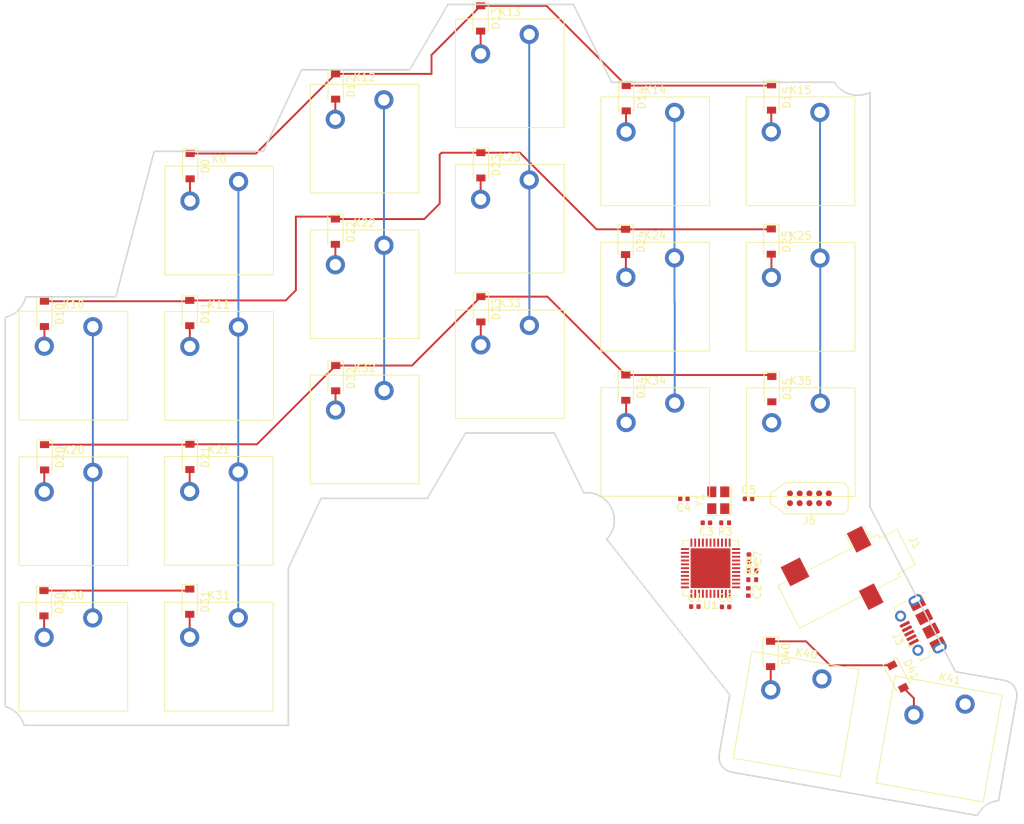
<source format=kicad_pcb>
(kicad_pcb (version 20171130) (host pcbnew 5.1.10)

  (general
    (thickness 1.6)
    (drawings 152)
    (tracks 103)
    (zones 0)
    (modules 57)
    (nets 64)
  )

  (page A4)
  (layers
    (0 F.Cu signal)
    (31 B.Cu signal)
    (32 B.Adhes user)
    (33 F.Adhes user)
    (34 B.Paste user)
    (35 F.Paste user)
    (36 B.SilkS user)
    (37 F.SilkS user hide)
    (38 B.Mask user)
    (39 F.Mask user)
    (40 Dwgs.User user hide)
    (41 Cmts.User user)
    (42 Eco1.User user)
    (43 Eco2.User user)
    (44 Edge.Cuts user)
    (45 Margin user)
    (46 B.CrtYd user)
    (47 F.CrtYd user)
    (48 B.Fab user)
    (49 F.Fab user hide)
  )

  (setup
    (last_trace_width 0.25)
    (trace_clearance 0.2)
    (zone_clearance 0.508)
    (zone_45_only no)
    (trace_min 0.2)
    (via_size 0.8)
    (via_drill 0.4)
    (via_min_size 0.4)
    (via_min_drill 0.3)
    (uvia_size 0.3)
    (uvia_drill 0.1)
    (uvias_allowed no)
    (uvia_min_size 0.2)
    (uvia_min_drill 0.1)
    (edge_width 0.05)
    (segment_width 0.2)
    (pcb_text_width 0.3)
    (pcb_text_size 1.5 1.5)
    (mod_edge_width 0.12)
    (mod_text_size 1 1)
    (mod_text_width 0.15)
    (pad_size 1.524 1.524)
    (pad_drill 0.762)
    (pad_to_mask_clearance 0)
    (aux_axis_origin 0 0)
    (visible_elements FFFFFF7F)
    (pcbplotparams
      (layerselection 0x010fc_ffffffff)
      (usegerberextensions false)
      (usegerberattributes true)
      (usegerberadvancedattributes true)
      (creategerberjobfile true)
      (excludeedgelayer true)
      (linewidth 0.100000)
      (plotframeref false)
      (viasonmask false)
      (mode 1)
      (useauxorigin false)
      (hpglpennumber 1)
      (hpglpenspeed 20)
      (hpglpendiameter 15.000000)
      (psnegative false)
      (psa4output false)
      (plotreference true)
      (plotvalue true)
      (plotinvisibletext false)
      (padsonsilk false)
      (subtractmaskfromsilk false)
      (outputformat 1)
      (mirror false)
      (drillshape 1)
      (scaleselection 1)
      (outputdirectory ""))
  )

  (net 0 "")
  (net 1 VCC)
  (net 2 GND)
  (net 3 "Net-(C4-Pad1)")
  (net 4 "Net-(C5-Pad1)")
  (net 5 "Net-(C6-Pad1)")
  (net 6 "Net-(C7-Pad1)")
  (net 7 r3)
  (net 8 "Net-(D10-Pad2)")
  (net 9 r2)
  (net 10 "Net-(D11-Pad2)")
  (net 11 "Net-(D12-Pad2)")
  (net 12 "Net-(D13-Pad2)")
  (net 13 "Net-(D14-Pad2)")
  (net 14 "Net-(D15-Pad2)")
  (net 15 "Net-(D20-Pad2)")
  (net 16 r1)
  (net 17 "Net-(D21-Pad2)")
  (net 18 "Net-(D22-Pad2)")
  (net 19 "Net-(D23-Pad2)")
  (net 20 "Net-(D24-Pad2)")
  (net 21 "Net-(D25-Pad2)")
  (net 22 r0)
  (net 23 "Net-(D30-Pad2)")
  (net 24 "Net-(D31-Pad2)")
  (net 25 "Net-(D32-Pad2)")
  (net 26 "Net-(D33-Pad2)")
  (net 27 "Net-(D34-Pad2)")
  (net 28 "Net-(D35-Pad2)")
  (net 29 "Net-(D40-Pad2)")
  (net 30 "Net-(D41-Pad2)")
  (net 31 serial)
  (net 32 d-)
  (net 33 "Net-(J3-Pad4)")
  (net 34 d+)
  (net 35 MISO)
  (net 36 MOSI)
  (net 37 c3)
  (net 38 reset)
  (net 39 "Net-(J5-Pad7)")
  (net 40 "Net-(J5-Pad8)")
  (net 41 "Net-(J5-Pad9)")
  (net 42 "Net-(J5-Pad10)")
  (net 43 c0)
  (net 44 c4)
  (net 45 c5)
  (net 46 "Net-(R1-Pad1)")
  (net 47 "Net-(R2-Pad1)")
  (net 48 "Net-(U1-Pad8)")
  (net 49 "Net-(U1-Pad12)")
  (net 50 "Net-(U1-Pad19)")
  (net 51 "Net-(U1-Pad20)")
  (net 52 "Net-(U1-Pad21)")
  (net 53 "Net-(U1-Pad22)")
  (net 54 "Net-(U1-Pad25)")
  (net 55 "Net-(U1-Pad26)")
  (net 56 "Net-(U1-Pad31)")
  (net 57 "Net-(U1-Pad32)")
  (net 58 "Net-(U1-Pad33)")
  (net 59 "Net-(U1-Pad38)")
  (net 60 "Net-(U1-Pad39)")
  (net 61 "Net-(U1-Pad40)")
  (net 62 "Net-(U1-Pad41)")
  (net 63 "Net-(D0-Pad2)")

  (net_class Default "This is the default net class."
    (clearance 0.2)
    (trace_width 0.25)
    (via_dia 0.8)
    (via_drill 0.4)
    (uvia_dia 0.3)
    (uvia_drill 0.1)
    (add_net GND)
    (add_net MISO)
    (add_net MOSI)
    (add_net "Net-(C4-Pad1)")
    (add_net "Net-(C5-Pad1)")
    (add_net "Net-(C6-Pad1)")
    (add_net "Net-(C7-Pad1)")
    (add_net "Net-(D0-Pad2)")
    (add_net "Net-(D10-Pad2)")
    (add_net "Net-(D11-Pad2)")
    (add_net "Net-(D12-Pad2)")
    (add_net "Net-(D13-Pad2)")
    (add_net "Net-(D14-Pad2)")
    (add_net "Net-(D15-Pad2)")
    (add_net "Net-(D20-Pad2)")
    (add_net "Net-(D21-Pad2)")
    (add_net "Net-(D22-Pad2)")
    (add_net "Net-(D23-Pad2)")
    (add_net "Net-(D24-Pad2)")
    (add_net "Net-(D25-Pad2)")
    (add_net "Net-(D30-Pad2)")
    (add_net "Net-(D31-Pad2)")
    (add_net "Net-(D32-Pad2)")
    (add_net "Net-(D33-Pad2)")
    (add_net "Net-(D34-Pad2)")
    (add_net "Net-(D35-Pad2)")
    (add_net "Net-(D40-Pad2)")
    (add_net "Net-(D41-Pad2)")
    (add_net "Net-(J3-Pad4)")
    (add_net "Net-(J5-Pad10)")
    (add_net "Net-(J5-Pad7)")
    (add_net "Net-(J5-Pad8)")
    (add_net "Net-(J5-Pad9)")
    (add_net "Net-(R1-Pad1)")
    (add_net "Net-(R2-Pad1)")
    (add_net "Net-(U1-Pad12)")
    (add_net "Net-(U1-Pad19)")
    (add_net "Net-(U1-Pad20)")
    (add_net "Net-(U1-Pad21)")
    (add_net "Net-(U1-Pad22)")
    (add_net "Net-(U1-Pad25)")
    (add_net "Net-(U1-Pad26)")
    (add_net "Net-(U1-Pad31)")
    (add_net "Net-(U1-Pad32)")
    (add_net "Net-(U1-Pad33)")
    (add_net "Net-(U1-Pad38)")
    (add_net "Net-(U1-Pad39)")
    (add_net "Net-(U1-Pad40)")
    (add_net "Net-(U1-Pad41)")
    (add_net "Net-(U1-Pad8)")
    (add_net VCC)
    (add_net c0)
    (add_net c3)
    (add_net c4)
    (add_net c5)
    (add_net d+)
    (add_net d-)
    (add_net r0)
    (add_net r1)
    (add_net r2)
    (add_net r3)
    (add_net reset)
    (add_net serial)
  )

  (module Crystal:Crystal_SMD_3225-4Pin_3.2x2.5mm (layer F.Cu) (tedit 5A0FD1B2) (tstamp 614A2C9D)
    (at 163.84 100.93 90)
    (descr "SMD Crystal SERIES SMD3225/4 http://www.txccrystal.com/images/pdf/7m-accuracy.pdf, 3.2x2.5mm^2 package")
    (tags "SMD SMT crystal")
    (path /614AB98F)
    (attr smd)
    (fp_text reference Y1 (at 0 -2.45 90) (layer F.SilkS)
      (effects (font (size 1 1) (thickness 0.15)))
    )
    (fp_text value Crystal_GND24_Small (at 0 2.45 90) (layer F.Fab)
      (effects (font (size 1 1) (thickness 0.15)))
    )
    (fp_line (start -1.6 -1.25) (end -1.6 1.25) (layer F.Fab) (width 0.1))
    (fp_line (start -1.6 1.25) (end 1.6 1.25) (layer F.Fab) (width 0.1))
    (fp_line (start 1.6 1.25) (end 1.6 -1.25) (layer F.Fab) (width 0.1))
    (fp_line (start 1.6 -1.25) (end -1.6 -1.25) (layer F.Fab) (width 0.1))
    (fp_line (start -1.6 0.25) (end -0.6 1.25) (layer F.Fab) (width 0.1))
    (fp_line (start -2 -1.65) (end -2 1.65) (layer F.SilkS) (width 0.12))
    (fp_line (start -2 1.65) (end 2 1.65) (layer F.SilkS) (width 0.12))
    (fp_line (start -2.1 -1.7) (end -2.1 1.7) (layer F.CrtYd) (width 0.05))
    (fp_line (start -2.1 1.7) (end 2.1 1.7) (layer F.CrtYd) (width 0.05))
    (fp_line (start 2.1 1.7) (end 2.1 -1.7) (layer F.CrtYd) (width 0.05))
    (fp_line (start 2.1 -1.7) (end -2.1 -1.7) (layer F.CrtYd) (width 0.05))
    (fp_text user %R (at 0 0 90) (layer F.Fab)
      (effects (font (size 0.7 0.7) (thickness 0.105)))
    )
    (pad 4 smd rect (at -1.1 -0.85 90) (size 1.4 1.2) (layers F.Cu F.Paste F.Mask)
      (net 2 GND))
    (pad 3 smd rect (at 1.1 -0.85 90) (size 1.4 1.2) (layers F.Cu F.Paste F.Mask)
      (net 3 "Net-(C4-Pad1)"))
    (pad 2 smd rect (at 1.1 0.85 90) (size 1.4 1.2) (layers F.Cu F.Paste F.Mask)
      (net 2 GND))
    (pad 1 smd rect (at -1.1 0.85 90) (size 1.4 1.2) (layers F.Cu F.Paste F.Mask)
      (net 4 "Net-(C5-Pad1)"))
    (model ${KISYS3DMOD}/Crystal.3dshapes/Crystal_SMD_3225-4Pin_3.2x2.5mm.wrl
      (at (xyz 0 0 0))
      (scale (xyz 1 1 1))
      (rotate (xyz 0 0 0))
    )
  )

  (module Switch_Keyboard_Cherry_MX:SW_Cherry_MX_PCB_1.00u (layer F.Cu) (tedit 602D5B6F) (tstamp 6147C089)
    (at 98.58 121.37)
    (descr "Cherry MX keyswitch, https://www.cherrymx.de/en/dev.html")
    (tags "Cherry MX Keyboard Keyswitch Switch PCB 1.00u")
    (path /61599431)
    (fp_text reference K31 (at 0 -8) (layer F.SilkS)
      (effects (font (size 1 1) (thickness 0.15)))
    )
    (fp_text value KEYSW (at 0 8) (layer F.Fab)
      (effects (font (size 1 1) (thickness 0.15)))
    )
    (fp_line (start 9.525 -9.525) (end -9.525 -9.525) (layer Dwgs.User) (width 0.1))
    (fp_line (start 9.525 9.525) (end 9.525 -9.525) (layer Dwgs.User) (width 0.1))
    (fp_line (start -9.525 9.525) (end 9.525 9.525) (layer Dwgs.User) (width 0.1))
    (fp_line (start -9.525 -9.525) (end -9.525 9.525) (layer Dwgs.User) (width 0.1))
    (fp_line (start 7.25 -7.25) (end -7.25 -7.25) (layer F.CrtYd) (width 0.05))
    (fp_line (start 7.25 7.25) (end 7.25 -7.25) (layer F.CrtYd) (width 0.05))
    (fp_line (start -7.25 7.25) (end 7.25 7.25) (layer F.CrtYd) (width 0.05))
    (fp_line (start -7.25 -7.25) (end -7.25 7.25) (layer F.CrtYd) (width 0.05))
    (fp_line (start 7.1 -7.1) (end -7.1 -7.1) (layer F.SilkS) (width 0.12))
    (fp_line (start 7.1 7.1) (end 7.1 -7.1) (layer F.SilkS) (width 0.12))
    (fp_line (start -7.1 7.1) (end 7.1 7.1) (layer F.SilkS) (width 0.12))
    (fp_line (start -7.1 -7.1) (end -7.1 7.1) (layer F.SilkS) (width 0.12))
    (fp_line (start 7 -7) (end -7 -7) (layer F.Fab) (width 0.1))
    (fp_line (start 7 7) (end 7 -7) (layer F.Fab) (width 0.1))
    (fp_line (start -7 7) (end 7 7) (layer F.Fab) (width 0.1))
    (fp_line (start -7 -7) (end -7 7) (layer F.Fab) (width 0.1))
    (fp_text user %R (at 0 0) (layer F.Fab)
      (effects (font (size 1 1) (thickness 0.15)))
    )
    (pad "" np_thru_hole circle (at 5.08 0) (size 1.75 1.75) (drill 1.75) (layers *.Cu *.Mask))
    (pad "" np_thru_hole circle (at -5.08 0) (size 1.75 1.75) (drill 1.75) (layers *.Cu *.Mask))
    (pad "" np_thru_hole circle (at 0 0) (size 4 4) (drill 4) (layers *.Cu *.Mask))
    (pad 2 thru_hole circle (at 2.54 -5.08) (size 2.5 2.5) (drill 1.5) (layers *.Cu B.Mask)
      (net 36 MOSI))
    (pad 1 thru_hole circle (at -3.81 -2.54) (size 2.5 2.5) (drill 1.5) (layers *.Cu B.Mask)
      (net 24 "Net-(D31-Pad2)"))
    (model ${KEYSWITCH_LIB_3D}/Switch_Keyboard_Cherry_MX.3dshapes/SW_Cherry_MX_PCB.wrl
      (at (xyz 0 0 0))
      (scale (xyz 1 1 1))
      (rotate (xyz 0 0 0))
    )
  )

  (module Switch_Keyboard_Cherry_MX:SW_Cherry_MX_PCB_1.00u (layer F.Cu) (tedit 602D5B6F) (tstamp 6147C055)
    (at 174.6 74.36)
    (descr "Cherry MX keyswitch, https://www.cherrymx.de/en/dev.html")
    (tags "Cherry MX Keyboard Keyswitch Switch PCB 1.00u")
    (path /615913CF)
    (fp_text reference K25 (at 0 -8) (layer F.SilkS)
      (effects (font (size 1 1) (thickness 0.15)))
    )
    (fp_text value KEYSW (at 0 8) (layer F.Fab)
      (effects (font (size 1 1) (thickness 0.15)))
    )
    (fp_line (start 9.525 -9.525) (end -9.525 -9.525) (layer Dwgs.User) (width 0.1))
    (fp_line (start 9.525 9.525) (end 9.525 -9.525) (layer Dwgs.User) (width 0.1))
    (fp_line (start -9.525 9.525) (end 9.525 9.525) (layer Dwgs.User) (width 0.1))
    (fp_line (start -9.525 -9.525) (end -9.525 9.525) (layer Dwgs.User) (width 0.1))
    (fp_line (start 7.25 -7.25) (end -7.25 -7.25) (layer F.CrtYd) (width 0.05))
    (fp_line (start 7.25 7.25) (end 7.25 -7.25) (layer F.CrtYd) (width 0.05))
    (fp_line (start -7.25 7.25) (end 7.25 7.25) (layer F.CrtYd) (width 0.05))
    (fp_line (start -7.25 -7.25) (end -7.25 7.25) (layer F.CrtYd) (width 0.05))
    (fp_line (start 7.1 -7.1) (end -7.1 -7.1) (layer F.SilkS) (width 0.12))
    (fp_line (start 7.1 7.1) (end 7.1 -7.1) (layer F.SilkS) (width 0.12))
    (fp_line (start -7.1 7.1) (end 7.1 7.1) (layer F.SilkS) (width 0.12))
    (fp_line (start -7.1 -7.1) (end -7.1 7.1) (layer F.SilkS) (width 0.12))
    (fp_line (start 7 -7) (end -7 -7) (layer F.Fab) (width 0.1))
    (fp_line (start 7 7) (end 7 -7) (layer F.Fab) (width 0.1))
    (fp_line (start -7 7) (end 7 7) (layer F.Fab) (width 0.1))
    (fp_line (start -7 -7) (end -7 7) (layer F.Fab) (width 0.1))
    (fp_text user %R (at 0 0) (layer F.Fab)
      (effects (font (size 1 1) (thickness 0.15)))
    )
    (pad "" np_thru_hole circle (at 5.08 0) (size 1.75 1.75) (drill 1.75) (layers *.Cu *.Mask))
    (pad "" np_thru_hole circle (at -5.08 0) (size 1.75 1.75) (drill 1.75) (layers *.Cu *.Mask))
    (pad "" np_thru_hole circle (at 0 0) (size 4 4) (drill 4) (layers *.Cu *.Mask))
    (pad 2 thru_hole circle (at 2.54 -5.08) (size 2.5 2.5) (drill 1.5) (layers *.Cu B.Mask)
      (net 45 c5))
    (pad 1 thru_hole circle (at -3.81 -2.54) (size 2.5 2.5) (drill 1.5) (layers *.Cu B.Mask)
      (net 21 "Net-(D25-Pad2)"))
    (model ${KEYSWITCH_LIB_3D}/Switch_Keyboard_Cherry_MX.3dshapes/SW_Cherry_MX_PCB.wrl
      (at (xyz 0 0 0))
      (scale (xyz 1 1 1))
      (rotate (xyz 0 0 0))
    )
  )

  (module Switch_Keyboard_Cherry_MX:SW_Cherry_MX_PCB_1.00u (layer F.Cu) (tedit 602D5B6F) (tstamp 6147BF9F)
    (at 155.6 55.33)
    (descr "Cherry MX keyswitch, https://www.cherrymx.de/en/dev.html")
    (tags "Cherry MX Keyboard Keyswitch Switch PCB 1.00u")
    (path /615842AB)
    (fp_text reference K14 (at 0 -8) (layer F.SilkS)
      (effects (font (size 1 1) (thickness 0.15)))
    )
    (fp_text value KEYSW (at 0 8) (layer F.Fab)
      (effects (font (size 1 1) (thickness 0.15)))
    )
    (fp_line (start -7 -7) (end -7 7) (layer F.Fab) (width 0.1))
    (fp_line (start -7 7) (end 7 7) (layer F.Fab) (width 0.1))
    (fp_line (start 7 7) (end 7 -7) (layer F.Fab) (width 0.1))
    (fp_line (start 7 -7) (end -7 -7) (layer F.Fab) (width 0.1))
    (fp_line (start -7.1 -7.1) (end -7.1 7.1) (layer F.SilkS) (width 0.12))
    (fp_line (start -7.1 7.1) (end 7.1 7.1) (layer F.SilkS) (width 0.12))
    (fp_line (start 7.1 7.1) (end 7.1 -7.1) (layer F.SilkS) (width 0.12))
    (fp_line (start 7.1 -7.1) (end -7.1 -7.1) (layer F.SilkS) (width 0.12))
    (fp_line (start -7.25 -7.25) (end -7.25 7.25) (layer F.CrtYd) (width 0.05))
    (fp_line (start -7.25 7.25) (end 7.25 7.25) (layer F.CrtYd) (width 0.05))
    (fp_line (start 7.25 7.25) (end 7.25 -7.25) (layer F.CrtYd) (width 0.05))
    (fp_line (start 7.25 -7.25) (end -7.25 -7.25) (layer F.CrtYd) (width 0.05))
    (fp_line (start -9.525 -9.525) (end -9.525 9.525) (layer Dwgs.User) (width 0.1))
    (fp_line (start -9.525 9.525) (end 9.525 9.525) (layer Dwgs.User) (width 0.1))
    (fp_line (start 9.525 9.525) (end 9.525 -9.525) (layer Dwgs.User) (width 0.1))
    (fp_line (start 9.525 -9.525) (end -9.525 -9.525) (layer Dwgs.User) (width 0.1))
    (fp_text user %R (at 0 0) (layer F.Fab)
      (effects (font (size 1 1) (thickness 0.15)))
    )
    (pad 1 thru_hole circle (at -3.81 -2.54) (size 2.5 2.5) (drill 1.5) (layers *.Cu B.Mask)
      (net 13 "Net-(D14-Pad2)"))
    (pad 2 thru_hole circle (at 2.54 -5.08) (size 2.5 2.5) (drill 1.5) (layers *.Cu B.Mask)
      (net 44 c4))
    (pad "" np_thru_hole circle (at 0 0) (size 4 4) (drill 4) (layers *.Cu *.Mask))
    (pad "" np_thru_hole circle (at -5.08 0) (size 1.75 1.75) (drill 1.75) (layers *.Cu *.Mask))
    (pad "" np_thru_hole circle (at 5.08 0) (size 1.75 1.75) (drill 1.75) (layers *.Cu *.Mask))
    (model ${KEYSWITCH_LIB_3D}/Switch_Keyboard_Cherry_MX.3dshapes/SW_Cherry_MX_PCB.wrl
      (at (xyz 0 0 0))
      (scale (xyz 1 1 1))
      (rotate (xyz 0 0 0))
    )
  )

  (module Switch_Keyboard_Cherry_MX:SW_Cherry_MX_PCB_1.00u (layer F.Cu) (tedit 602D5B6F) (tstamp 6147C10B)
    (at 174.02 128.85 350.2)
    (descr "Cherry MX keyswitch, https://www.cherrymx.de/en/dev.html")
    (tags "Cherry MX Keyboard Keyswitch Switch PCB 1.00u")
    (path /615A1265)
    (fp_text reference K40 (at 0 -8 170.2) (layer F.SilkS)
      (effects (font (size 1 1) (thickness 0.15)))
    )
    (fp_text value KEYSW (at 0 8 170.2) (layer F.Fab)
      (effects (font (size 1 1) (thickness 0.15)))
    )
    (fp_line (start -7 -7) (end -7 7) (layer F.Fab) (width 0.1))
    (fp_line (start -7 7) (end 7 7) (layer F.Fab) (width 0.1))
    (fp_line (start 7 7) (end 7 -7) (layer F.Fab) (width 0.1))
    (fp_line (start 7 -7) (end -7 -7) (layer F.Fab) (width 0.1))
    (fp_line (start -7.1 -7.1) (end -7.1 7.1) (layer F.SilkS) (width 0.12))
    (fp_line (start -7.1 7.1) (end 7.1 7.1) (layer F.SilkS) (width 0.12))
    (fp_line (start 7.1 7.1) (end 7.1 -7.1) (layer F.SilkS) (width 0.12))
    (fp_line (start 7.1 -7.1) (end -7.1 -7.1) (layer F.SilkS) (width 0.12))
    (fp_line (start -7.25 -7.25) (end -7.25 7.25) (layer F.CrtYd) (width 0.05))
    (fp_line (start -7.25 7.25) (end 7.25 7.25) (layer F.CrtYd) (width 0.05))
    (fp_line (start 7.25 7.25) (end 7.25 -7.25) (layer F.CrtYd) (width 0.05))
    (fp_line (start 7.25 -7.25) (end -7.25 -7.25) (layer F.CrtYd) (width 0.05))
    (fp_line (start -9.525 -9.525) (end -9.525 9.525) (layer Dwgs.User) (width 0.1))
    (fp_line (start -9.525 9.525) (end 9.525 9.525) (layer Dwgs.User) (width 0.1))
    (fp_line (start 9.525 9.525) (end 9.525 -9.525) (layer Dwgs.User) (width 0.1))
    (fp_line (start 9.525 -9.525) (end -9.525 -9.525) (layer Dwgs.User) (width 0.1))
    (fp_text user %R (at 0 0 170.2) (layer F.Fab)
      (effects (font (size 1 1) (thickness 0.15)))
    )
    (pad 1 thru_hole circle (at -3.81 -2.54 350.2) (size 2.5 2.5) (drill 1.5) (layers *.Cu B.Mask)
      (net 29 "Net-(D40-Pad2)"))
    (pad 2 thru_hole circle (at 2.54 -5.08 350.2) (size 2.5 2.5) (drill 1.5) (layers *.Cu B.Mask)
      (net 35 MISO))
    (pad "" np_thru_hole circle (at 0 0 350.2) (size 4 4) (drill 4) (layers *.Cu *.Mask))
    (pad "" np_thru_hole circle (at -5.08 0 350.2) (size 1.75 1.75) (drill 1.75) (layers *.Cu *.Mask))
    (pad "" np_thru_hole circle (at 5.08 0 350.2) (size 1.75 1.75) (drill 1.75) (layers *.Cu *.Mask))
    (model ${KEYSWITCH_LIB_3D}/Switch_Keyboard_Cherry_MX.3dshapes/SW_Cherry_MX_PCB.wrl
      (at (xyz 0 0 0))
      (scale (xyz 1 1 1))
      (rotate (xyz 0 0 0))
    )
  )

  (module Switch_Keyboard_Cherry_MX:SW_Cherry_MX_PCB_1.00u (layer F.Cu) (tedit 602D5B6F) (tstamp 6147C021)
    (at 136.6 64.15)
    (descr "Cherry MX keyswitch, https://www.cherrymx.de/en/dev.html")
    (tags "Cherry MX Keyboard Keyswitch Switch PCB 1.00u")
    (path /615913C3)
    (fp_text reference K23 (at 0 -8) (layer F.SilkS)
      (effects (font (size 1 1) (thickness 0.15)))
    )
    (fp_text value KEYSW (at 0 8) (layer F.Fab)
      (effects (font (size 1 1) (thickness 0.15)))
    )
    (fp_line (start 9.525 -9.525) (end -9.525 -9.525) (layer Dwgs.User) (width 0.1))
    (fp_line (start 9.525 9.525) (end 9.525 -9.525) (layer Dwgs.User) (width 0.1))
    (fp_line (start -9.525 9.525) (end 9.525 9.525) (layer Dwgs.User) (width 0.1))
    (fp_line (start -9.525 -9.525) (end -9.525 9.525) (layer Dwgs.User) (width 0.1))
    (fp_line (start 7.25 -7.25) (end -7.25 -7.25) (layer F.CrtYd) (width 0.05))
    (fp_line (start 7.25 7.25) (end 7.25 -7.25) (layer F.CrtYd) (width 0.05))
    (fp_line (start -7.25 7.25) (end 7.25 7.25) (layer F.CrtYd) (width 0.05))
    (fp_line (start -7.25 -7.25) (end -7.25 7.25) (layer F.CrtYd) (width 0.05))
    (fp_line (start 7.1 -7.1) (end -7.1 -7.1) (layer F.SilkS) (width 0.12))
    (fp_line (start 7.1 7.1) (end 7.1 -7.1) (layer F.SilkS) (width 0.12))
    (fp_line (start -7.1 7.1) (end 7.1 7.1) (layer F.SilkS) (width 0.12))
    (fp_line (start -7.1 -7.1) (end -7.1 7.1) (layer F.SilkS) (width 0.12))
    (fp_line (start 7 -7) (end -7 -7) (layer F.Fab) (width 0.1))
    (fp_line (start 7 7) (end 7 -7) (layer F.Fab) (width 0.1))
    (fp_line (start -7 7) (end 7 7) (layer F.Fab) (width 0.1))
    (fp_line (start -7 -7) (end -7 7) (layer F.Fab) (width 0.1))
    (fp_text user %R (at 0 0) (layer F.Fab)
      (effects (font (size 1 1) (thickness 0.15)))
    )
    (pad "" np_thru_hole circle (at 5.08 0) (size 1.75 1.75) (drill 1.75) (layers *.Cu *.Mask))
    (pad "" np_thru_hole circle (at -5.08 0) (size 1.75 1.75) (drill 1.75) (layers *.Cu *.Mask))
    (pad "" np_thru_hole circle (at 0 0) (size 4 4) (drill 4) (layers *.Cu *.Mask))
    (pad 2 thru_hole circle (at 2.54 -5.08) (size 2.5 2.5) (drill 1.5) (layers *.Cu B.Mask)
      (net 37 c3))
    (pad 1 thru_hole circle (at -3.81 -2.54) (size 2.5 2.5) (drill 1.5) (layers *.Cu B.Mask)
      (net 19 "Net-(D23-Pad2)"))
    (model ${KEYSWITCH_LIB_3D}/Switch_Keyboard_Cherry_MX.3dshapes/SW_Cherry_MX_PCB.wrl
      (at (xyz 0 0 0))
      (scale (xyz 1 1 1))
      (rotate (xyz 0 0 0))
    )
  )

  (module Switch_Keyboard_Cherry_MX:SW_Cherry_MX_PCB_1.00u (layer F.Cu) (tedit 602D5B6F) (tstamp 6147BFD3)
    (at 79.58 102.36)
    (descr "Cherry MX keyswitch, https://www.cherrymx.de/en/dev.html")
    (tags "Cherry MX Keyboard Keyswitch Switch PCB 1.00u")
    (path /615913B1)
    (fp_text reference K20 (at 0 -8) (layer F.SilkS)
      (effects (font (size 1 1) (thickness 0.15)))
    )
    (fp_text value KEYSW (at 0 8) (layer F.Fab)
      (effects (font (size 1 1) (thickness 0.15)))
    )
    (fp_line (start -7 -7) (end -7 7) (layer F.Fab) (width 0.1))
    (fp_line (start -7 7) (end 7 7) (layer F.Fab) (width 0.1))
    (fp_line (start 7 7) (end 7 -7) (layer F.Fab) (width 0.1))
    (fp_line (start 7 -7) (end -7 -7) (layer F.Fab) (width 0.1))
    (fp_line (start -7.1 -7.1) (end -7.1 7.1) (layer F.SilkS) (width 0.12))
    (fp_line (start -7.1 7.1) (end 7.1 7.1) (layer F.SilkS) (width 0.12))
    (fp_line (start 7.1 7.1) (end 7.1 -7.1) (layer F.SilkS) (width 0.12))
    (fp_line (start 7.1 -7.1) (end -7.1 -7.1) (layer F.SilkS) (width 0.12))
    (fp_line (start -7.25 -7.25) (end -7.25 7.25) (layer F.CrtYd) (width 0.05))
    (fp_line (start -7.25 7.25) (end 7.25 7.25) (layer F.CrtYd) (width 0.05))
    (fp_line (start 7.25 7.25) (end 7.25 -7.25) (layer F.CrtYd) (width 0.05))
    (fp_line (start 7.25 -7.25) (end -7.25 -7.25) (layer F.CrtYd) (width 0.05))
    (fp_line (start -9.525 -9.525) (end -9.525 9.525) (layer Dwgs.User) (width 0.1))
    (fp_line (start -9.525 9.525) (end 9.525 9.525) (layer Dwgs.User) (width 0.1))
    (fp_line (start 9.525 9.525) (end 9.525 -9.525) (layer Dwgs.User) (width 0.1))
    (fp_line (start 9.525 -9.525) (end -9.525 -9.525) (layer Dwgs.User) (width 0.1))
    (fp_text user %R (at 0 0) (layer F.Fab)
      (effects (font (size 1 1) (thickness 0.15)))
    )
    (pad 1 thru_hole circle (at -3.81 -2.54) (size 2.5 2.5) (drill 1.5) (layers *.Cu B.Mask)
      (net 15 "Net-(D20-Pad2)"))
    (pad 2 thru_hole circle (at 2.54 -5.08) (size 2.5 2.5) (drill 1.5) (layers *.Cu B.Mask)
      (net 43 c0))
    (pad "" np_thru_hole circle (at 0 0) (size 4 4) (drill 4) (layers *.Cu *.Mask))
    (pad "" np_thru_hole circle (at -5.08 0) (size 1.75 1.75) (drill 1.75) (layers *.Cu *.Mask))
    (pad "" np_thru_hole circle (at 5.08 0) (size 1.75 1.75) (drill 1.75) (layers *.Cu *.Mask))
    (model ${KEYSWITCH_LIB_3D}/Switch_Keyboard_Cherry_MX.3dshapes/SW_Cherry_MX_PCB.wrl
      (at (xyz 0 0 0))
      (scale (xyz 1 1 1))
      (rotate (xyz 0 0 0))
    )
  )

  (module Switch_Keyboard_Cherry_MX:SW_Cherry_MX_PCB_1.00u (layer F.Cu) (tedit 602D5B6F) (tstamp 6147BF37)
    (at 79.58 83.34)
    (descr "Cherry MX keyswitch, https://www.cherrymx.de/en/dev.html")
    (tags "Cherry MX Keyboard Keyswitch Switch PCB 1.00u")
    (path /61540DF1)
    (fp_text reference K10 (at 0 -8) (layer F.SilkS)
      (effects (font (size 1 1) (thickness 0.15)))
    )
    (fp_text value KEYSW (at 0 8) (layer F.Fab)
      (effects (font (size 1 1) (thickness 0.15)))
    )
    (fp_line (start 9.525 -9.525) (end -9.525 -9.525) (layer Dwgs.User) (width 0.1))
    (fp_line (start 9.525 9.525) (end 9.525 -9.525) (layer Dwgs.User) (width 0.1))
    (fp_line (start -9.525 9.525) (end 9.525 9.525) (layer Dwgs.User) (width 0.1))
    (fp_line (start -9.525 -9.525) (end -9.525 9.525) (layer Dwgs.User) (width 0.1))
    (fp_line (start 7.25 -7.25) (end -7.25 -7.25) (layer F.CrtYd) (width 0.05))
    (fp_line (start 7.25 7.25) (end 7.25 -7.25) (layer F.CrtYd) (width 0.05))
    (fp_line (start -7.25 7.25) (end 7.25 7.25) (layer F.CrtYd) (width 0.05))
    (fp_line (start -7.25 -7.25) (end -7.25 7.25) (layer F.CrtYd) (width 0.05))
    (fp_line (start 7.1 -7.1) (end -7.1 -7.1) (layer F.SilkS) (width 0.12))
    (fp_line (start 7.1 7.1) (end 7.1 -7.1) (layer F.SilkS) (width 0.12))
    (fp_line (start -7.1 7.1) (end 7.1 7.1) (layer F.SilkS) (width 0.12))
    (fp_line (start -7.1 -7.1) (end -7.1 7.1) (layer F.SilkS) (width 0.12))
    (fp_line (start 7 -7) (end -7 -7) (layer F.Fab) (width 0.1))
    (fp_line (start 7 7) (end 7 -7) (layer F.Fab) (width 0.1))
    (fp_line (start -7 7) (end 7 7) (layer F.Fab) (width 0.1))
    (fp_line (start -7 -7) (end -7 7) (layer F.Fab) (width 0.1))
    (fp_text user %R (at 0 0) (layer F.Fab)
      (effects (font (size 1 1) (thickness 0.15)))
    )
    (pad "" np_thru_hole circle (at 5.08 0) (size 1.75 1.75) (drill 1.75) (layers *.Cu *.Mask))
    (pad "" np_thru_hole circle (at -5.08 0) (size 1.75 1.75) (drill 1.75) (layers *.Cu *.Mask))
    (pad "" np_thru_hole circle (at 0 0) (size 4 4) (drill 4) (layers *.Cu *.Mask))
    (pad 2 thru_hole circle (at 2.54 -5.08) (size 2.5 2.5) (drill 1.5) (layers *.Cu B.Mask)
      (net 43 c0))
    (pad 1 thru_hole circle (at -3.81 -2.54) (size 2.5 2.5) (drill 1.5) (layers *.Cu B.Mask)
      (net 8 "Net-(D10-Pad2)"))
    (model ${KEYSWITCH_LIB_3D}/Switch_Keyboard_Cherry_MX.3dshapes/SW_Cherry_MX_PCB.wrl
      (at (xyz 0 0 0))
      (scale (xyz 1 1 1))
      (rotate (xyz 0 0 0))
    )
  )

  (module Switch_Keyboard_Cherry_MX:SW_Cherry_MX_PCB_1.00u (layer F.Cu) (tedit 602D5B6F) (tstamp 6147C007)
    (at 117.62 72.7)
    (descr "Cherry MX keyswitch, https://www.cherrymx.de/en/dev.html")
    (tags "Cherry MX Keyboard Keyswitch Switch PCB 1.00u")
    (path /615913BD)
    (fp_text reference K22 (at 0 -8) (layer F.SilkS)
      (effects (font (size 1 1) (thickness 0.15)))
    )
    (fp_text value KEYSW (at 0 8) (layer F.Fab)
      (effects (font (size 1 1) (thickness 0.15)))
    )
    (fp_line (start -7 -7) (end -7 7) (layer F.Fab) (width 0.1))
    (fp_line (start -7 7) (end 7 7) (layer F.Fab) (width 0.1))
    (fp_line (start 7 7) (end 7 -7) (layer F.Fab) (width 0.1))
    (fp_line (start 7 -7) (end -7 -7) (layer F.Fab) (width 0.1))
    (fp_line (start -7.1 -7.1) (end -7.1 7.1) (layer F.SilkS) (width 0.12))
    (fp_line (start -7.1 7.1) (end 7.1 7.1) (layer F.SilkS) (width 0.12))
    (fp_line (start 7.1 7.1) (end 7.1 -7.1) (layer F.SilkS) (width 0.12))
    (fp_line (start 7.1 -7.1) (end -7.1 -7.1) (layer F.SilkS) (width 0.12))
    (fp_line (start -7.25 -7.25) (end -7.25 7.25) (layer F.CrtYd) (width 0.05))
    (fp_line (start -7.25 7.25) (end 7.25 7.25) (layer F.CrtYd) (width 0.05))
    (fp_line (start 7.25 7.25) (end 7.25 -7.25) (layer F.CrtYd) (width 0.05))
    (fp_line (start 7.25 -7.25) (end -7.25 -7.25) (layer F.CrtYd) (width 0.05))
    (fp_line (start -9.525 -9.525) (end -9.525 9.525) (layer Dwgs.User) (width 0.1))
    (fp_line (start -9.525 9.525) (end 9.525 9.525) (layer Dwgs.User) (width 0.1))
    (fp_line (start 9.525 9.525) (end 9.525 -9.525) (layer Dwgs.User) (width 0.1))
    (fp_line (start 9.525 -9.525) (end -9.525 -9.525) (layer Dwgs.User) (width 0.1))
    (fp_text user %R (at 0 0) (layer F.Fab)
      (effects (font (size 1 1) (thickness 0.15)))
    )
    (pad 1 thru_hole circle (at -3.81 -2.54) (size 2.5 2.5) (drill 1.5) (layers *.Cu B.Mask)
      (net 18 "Net-(D22-Pad2)"))
    (pad 2 thru_hole circle (at 2.54 -5.08) (size 2.5 2.5) (drill 1.5) (layers *.Cu B.Mask)
      (net 35 MISO))
    (pad "" np_thru_hole circle (at 0 0) (size 4 4) (drill 4) (layers *.Cu *.Mask))
    (pad "" np_thru_hole circle (at -5.08 0) (size 1.75 1.75) (drill 1.75) (layers *.Cu *.Mask))
    (pad "" np_thru_hole circle (at 5.08 0) (size 1.75 1.75) (drill 1.75) (layers *.Cu *.Mask))
    (model ${KEYSWITCH_LIB_3D}/Switch_Keyboard_Cherry_MX.3dshapes/SW_Cherry_MX_PCB.wrl
      (at (xyz 0 0 0))
      (scale (xyz 1 1 1))
      (rotate (xyz 0 0 0))
    )
  )

  (module Switch_Keyboard_Cherry_MX:SW_Cherry_MX_PCB_1.00u (layer F.Cu) (tedit 602D5B6F) (tstamp 6147C0BD)
    (at 136.62 83.17)
    (descr "Cherry MX keyswitch, https://www.cherrymx.de/en/dev.html")
    (tags "Cherry MX Keyboard Keyswitch Switch PCB 1.00u")
    (path /6159943D)
    (fp_text reference K33 (at 0 -8) (layer F.SilkS)
      (effects (font (size 1 1) (thickness 0.15)))
    )
    (fp_text value KEYSW (at 0 8) (layer F.Fab)
      (effects (font (size 1 1) (thickness 0.15)))
    )
    (fp_line (start 9.525 -9.525) (end -9.525 -9.525) (layer Dwgs.User) (width 0.1))
    (fp_line (start 9.525 9.525) (end 9.525 -9.525) (layer Dwgs.User) (width 0.1))
    (fp_line (start -9.525 9.525) (end 9.525 9.525) (layer Dwgs.User) (width 0.1))
    (fp_line (start -9.525 -9.525) (end -9.525 9.525) (layer Dwgs.User) (width 0.1))
    (fp_line (start 7.25 -7.25) (end -7.25 -7.25) (layer F.CrtYd) (width 0.05))
    (fp_line (start 7.25 7.25) (end 7.25 -7.25) (layer F.CrtYd) (width 0.05))
    (fp_line (start -7.25 7.25) (end 7.25 7.25) (layer F.CrtYd) (width 0.05))
    (fp_line (start -7.25 -7.25) (end -7.25 7.25) (layer F.CrtYd) (width 0.05))
    (fp_line (start 7.1 -7.1) (end -7.1 -7.1) (layer F.SilkS) (width 0.12))
    (fp_line (start 7.1 7.1) (end 7.1 -7.1) (layer F.SilkS) (width 0.12))
    (fp_line (start -7.1 7.1) (end 7.1 7.1) (layer F.SilkS) (width 0.12))
    (fp_line (start -7.1 -7.1) (end -7.1 7.1) (layer F.SilkS) (width 0.12))
    (fp_line (start 7 -7) (end -7 -7) (layer F.Fab) (width 0.1))
    (fp_line (start 7 7) (end 7 -7) (layer F.Fab) (width 0.1))
    (fp_line (start -7 7) (end 7 7) (layer F.Fab) (width 0.1))
    (fp_line (start -7 -7) (end -7 7) (layer F.Fab) (width 0.1))
    (fp_text user %R (at 0 0) (layer F.Fab)
      (effects (font (size 1 1) (thickness 0.15)))
    )
    (pad "" np_thru_hole circle (at 5.08 0) (size 1.75 1.75) (drill 1.75) (layers *.Cu *.Mask))
    (pad "" np_thru_hole circle (at -5.08 0) (size 1.75 1.75) (drill 1.75) (layers *.Cu *.Mask))
    (pad "" np_thru_hole circle (at 0 0) (size 4 4) (drill 4) (layers *.Cu *.Mask))
    (pad 2 thru_hole circle (at 2.54 -5.08) (size 2.5 2.5) (drill 1.5) (layers *.Cu B.Mask)
      (net 37 c3))
    (pad 1 thru_hole circle (at -3.81 -2.54) (size 2.5 2.5) (drill 1.5) (layers *.Cu B.Mask)
      (net 26 "Net-(D33-Pad2)"))
    (model ${KEYSWITCH_LIB_3D}/Switch_Keyboard_Cherry_MX.3dshapes/SW_Cherry_MX_PCB.wrl
      (at (xyz 0 0 0))
      (scale (xyz 1 1 1))
      (rotate (xyz 0 0 0))
    )
  )

  (module Switch_Keyboard_Cherry_MX:SW_Cherry_MX_PCB_1.00u (layer F.Cu) (tedit 602D5B6F) (tstamp 6147BFB9)
    (at 174.58 55.33)
    (descr "Cherry MX keyswitch, https://www.cherrymx.de/en/dev.html")
    (tags "Cherry MX Keyboard Keyswitch Switch PCB 1.00u")
    (path /61584DAA)
    (fp_text reference K15 (at 0 -8) (layer F.SilkS)
      (effects (font (size 1 1) (thickness 0.15)))
    )
    (fp_text value KEYSW (at 0 8) (layer F.Fab)
      (effects (font (size 1 1) (thickness 0.15)))
    )
    (fp_line (start 9.525 -9.525) (end -9.525 -9.525) (layer Dwgs.User) (width 0.1))
    (fp_line (start 9.525 9.525) (end 9.525 -9.525) (layer Dwgs.User) (width 0.1))
    (fp_line (start -9.525 9.525) (end 9.525 9.525) (layer Dwgs.User) (width 0.1))
    (fp_line (start -9.525 -9.525) (end -9.525 9.525) (layer Dwgs.User) (width 0.1))
    (fp_line (start 7.25 -7.25) (end -7.25 -7.25) (layer F.CrtYd) (width 0.05))
    (fp_line (start 7.25 7.25) (end 7.25 -7.25) (layer F.CrtYd) (width 0.05))
    (fp_line (start -7.25 7.25) (end 7.25 7.25) (layer F.CrtYd) (width 0.05))
    (fp_line (start -7.25 -7.25) (end -7.25 7.25) (layer F.CrtYd) (width 0.05))
    (fp_line (start 7.1 -7.1) (end -7.1 -7.1) (layer F.SilkS) (width 0.12))
    (fp_line (start 7.1 7.1) (end 7.1 -7.1) (layer F.SilkS) (width 0.12))
    (fp_line (start -7.1 7.1) (end 7.1 7.1) (layer F.SilkS) (width 0.12))
    (fp_line (start -7.1 -7.1) (end -7.1 7.1) (layer F.SilkS) (width 0.12))
    (fp_line (start 7 -7) (end -7 -7) (layer F.Fab) (width 0.1))
    (fp_line (start 7 7) (end 7 -7) (layer F.Fab) (width 0.1))
    (fp_line (start -7 7) (end 7 7) (layer F.Fab) (width 0.1))
    (fp_line (start -7 -7) (end -7 7) (layer F.Fab) (width 0.1))
    (fp_text user %R (at 0 0) (layer F.Fab)
      (effects (font (size 1 1) (thickness 0.15)))
    )
    (pad "" np_thru_hole circle (at 5.08 0) (size 1.75 1.75) (drill 1.75) (layers *.Cu *.Mask))
    (pad "" np_thru_hole circle (at -5.08 0) (size 1.75 1.75) (drill 1.75) (layers *.Cu *.Mask))
    (pad "" np_thru_hole circle (at 0 0) (size 4 4) (drill 4) (layers *.Cu *.Mask))
    (pad 2 thru_hole circle (at 2.54 -5.08) (size 2.5 2.5) (drill 1.5) (layers *.Cu B.Mask)
      (net 45 c5))
    (pad 1 thru_hole circle (at -3.81 -2.54) (size 2.5 2.5) (drill 1.5) (layers *.Cu B.Mask)
      (net 14 "Net-(D15-Pad2)"))
    (model ${KEYSWITCH_LIB_3D}/Switch_Keyboard_Cherry_MX.3dshapes/SW_Cherry_MX_PCB.wrl
      (at (xyz 0 0 0))
      (scale (xyz 1 1 1))
      (rotate (xyz 0 0 0))
    )
  )

  (module Switch_Keyboard_Cherry_MX:SW_Cherry_MX_PCB_1.00u (layer F.Cu) (tedit 602D5B6F) (tstamp 6147C03B)
    (at 155.58 74.33)
    (descr "Cherry MX keyswitch, https://www.cherrymx.de/en/dev.html")
    (tags "Cherry MX Keyboard Keyswitch Switch PCB 1.00u")
    (path /615913C9)
    (fp_text reference K24 (at 0 -8) (layer F.SilkS)
      (effects (font (size 1 1) (thickness 0.15)))
    )
    (fp_text value KEYSW (at 0 8) (layer F.Fab)
      (effects (font (size 1 1) (thickness 0.15)))
    )
    (fp_line (start -7 -7) (end -7 7) (layer F.Fab) (width 0.1))
    (fp_line (start -7 7) (end 7 7) (layer F.Fab) (width 0.1))
    (fp_line (start 7 7) (end 7 -7) (layer F.Fab) (width 0.1))
    (fp_line (start 7 -7) (end -7 -7) (layer F.Fab) (width 0.1))
    (fp_line (start -7.1 -7.1) (end -7.1 7.1) (layer F.SilkS) (width 0.12))
    (fp_line (start -7.1 7.1) (end 7.1 7.1) (layer F.SilkS) (width 0.12))
    (fp_line (start 7.1 7.1) (end 7.1 -7.1) (layer F.SilkS) (width 0.12))
    (fp_line (start 7.1 -7.1) (end -7.1 -7.1) (layer F.SilkS) (width 0.12))
    (fp_line (start -7.25 -7.25) (end -7.25 7.25) (layer F.CrtYd) (width 0.05))
    (fp_line (start -7.25 7.25) (end 7.25 7.25) (layer F.CrtYd) (width 0.05))
    (fp_line (start 7.25 7.25) (end 7.25 -7.25) (layer F.CrtYd) (width 0.05))
    (fp_line (start 7.25 -7.25) (end -7.25 -7.25) (layer F.CrtYd) (width 0.05))
    (fp_line (start -9.525 -9.525) (end -9.525 9.525) (layer Dwgs.User) (width 0.1))
    (fp_line (start -9.525 9.525) (end 9.525 9.525) (layer Dwgs.User) (width 0.1))
    (fp_line (start 9.525 9.525) (end 9.525 -9.525) (layer Dwgs.User) (width 0.1))
    (fp_line (start 9.525 -9.525) (end -9.525 -9.525) (layer Dwgs.User) (width 0.1))
    (fp_text user %R (at 0 0) (layer F.Fab)
      (effects (font (size 1 1) (thickness 0.15)))
    )
    (pad 1 thru_hole circle (at -3.81 -2.54) (size 2.5 2.5) (drill 1.5) (layers *.Cu B.Mask)
      (net 20 "Net-(D24-Pad2)"))
    (pad 2 thru_hole circle (at 2.54 -5.08) (size 2.5 2.5) (drill 1.5) (layers *.Cu B.Mask)
      (net 44 c4))
    (pad "" np_thru_hole circle (at 0 0) (size 4 4) (drill 4) (layers *.Cu *.Mask))
    (pad "" np_thru_hole circle (at -5.08 0) (size 1.75 1.75) (drill 1.75) (layers *.Cu *.Mask))
    (pad "" np_thru_hole circle (at 5.08 0) (size 1.75 1.75) (drill 1.75) (layers *.Cu *.Mask))
    (model ${KEYSWITCH_LIB_3D}/Switch_Keyboard_Cherry_MX.3dshapes/SW_Cherry_MX_PCB.wrl
      (at (xyz 0 0 0))
      (scale (xyz 1 1 1))
      (rotate (xyz 0 0 0))
    )
  )

  (module Switch_Keyboard_Cherry_MX:SW_Cherry_MX_PCB_1.00u (layer F.Cu) (tedit 602D5B6F) (tstamp 6147C125)
    (at 192.71 132.13 349.9)
    (descr "Cherry MX keyswitch, https://www.cherrymx.de/en/dev.html")
    (tags "Cherry MX Keyboard Keyswitch Switch PCB 1.00u")
    (path /615A126B)
    (fp_text reference K41 (at 0 -8 169.9) (layer F.SilkS)
      (effects (font (size 1 1) (thickness 0.15)))
    )
    (fp_text value KEYSW (at 0 8 169.9) (layer F.Fab)
      (effects (font (size 1 1) (thickness 0.15)))
    )
    (fp_line (start 9.525 -9.525) (end -9.525 -9.525) (layer Dwgs.User) (width 0.1))
    (fp_line (start 9.525 9.525) (end 9.525 -9.525) (layer Dwgs.User) (width 0.1))
    (fp_line (start -9.525 9.525) (end 9.525 9.525) (layer Dwgs.User) (width 0.1))
    (fp_line (start -9.525 -9.525) (end -9.525 9.525) (layer Dwgs.User) (width 0.1))
    (fp_line (start 7.25 -7.25) (end -7.25 -7.25) (layer F.CrtYd) (width 0.05))
    (fp_line (start 7.25 7.25) (end 7.25 -7.25) (layer F.CrtYd) (width 0.05))
    (fp_line (start -7.25 7.25) (end 7.25 7.25) (layer F.CrtYd) (width 0.05))
    (fp_line (start -7.25 -7.25) (end -7.25 7.25) (layer F.CrtYd) (width 0.05))
    (fp_line (start 7.1 -7.1) (end -7.1 -7.1) (layer F.SilkS) (width 0.12))
    (fp_line (start 7.1 7.1) (end 7.1 -7.1) (layer F.SilkS) (width 0.12))
    (fp_line (start -7.1 7.1) (end 7.1 7.1) (layer F.SilkS) (width 0.12))
    (fp_line (start -7.1 -7.1) (end -7.1 7.1) (layer F.SilkS) (width 0.12))
    (fp_line (start 7 -7) (end -7 -7) (layer F.Fab) (width 0.1))
    (fp_line (start 7 7) (end 7 -7) (layer F.Fab) (width 0.1))
    (fp_line (start -7 7) (end 7 7) (layer F.Fab) (width 0.1))
    (fp_line (start -7 -7) (end -7 7) (layer F.Fab) (width 0.1))
    (fp_text user %R (at 0 0 169.9) (layer F.Fab)
      (effects (font (size 1 1) (thickness 0.15)))
    )
    (pad "" np_thru_hole circle (at 5.08 0 349.9) (size 1.75 1.75) (drill 1.75) (layers *.Cu *.Mask))
    (pad "" np_thru_hole circle (at -5.08 0 349.9) (size 1.75 1.75) (drill 1.75) (layers *.Cu *.Mask))
    (pad "" np_thru_hole circle (at 0 0 349.9) (size 4 4) (drill 4) (layers *.Cu *.Mask))
    (pad 2 thru_hole circle (at 2.54 -5.08 349.9) (size 2.5 2.5) (drill 1.5) (layers *.Cu B.Mask)
      (net 37 c3))
    (pad 1 thru_hole circle (at -3.81 -2.54 349.9) (size 2.5 2.5) (drill 1.5) (layers *.Cu B.Mask)
      (net 30 "Net-(D41-Pad2)"))
    (model ${KEYSWITCH_LIB_3D}/Switch_Keyboard_Cherry_MX.3dshapes/SW_Cherry_MX_PCB.wrl
      (at (xyz 0 0 0))
      (scale (xyz 1 1 1))
      (rotate (xyz 0 0 0))
    )
  )

  (module Switch_Keyboard_Cherry_MX:SW_Cherry_MX_PCB_1.00u (layer F.Cu) (tedit 602D5B6F) (tstamp 6147C0A3)
    (at 117.64 91.68)
    (descr "Cherry MX keyswitch, https://www.cherrymx.de/en/dev.html")
    (tags "Cherry MX Keyboard Keyswitch Switch PCB 1.00u")
    (path /61599437)
    (fp_text reference K32 (at 0 -8) (layer F.SilkS)
      (effects (font (size 1 1) (thickness 0.15)))
    )
    (fp_text value KEYSW (at 0 8) (layer F.Fab)
      (effects (font (size 1 1) (thickness 0.15)))
    )
    (fp_line (start -7 -7) (end -7 7) (layer F.Fab) (width 0.1))
    (fp_line (start -7 7) (end 7 7) (layer F.Fab) (width 0.1))
    (fp_line (start 7 7) (end 7 -7) (layer F.Fab) (width 0.1))
    (fp_line (start 7 -7) (end -7 -7) (layer F.Fab) (width 0.1))
    (fp_line (start -7.1 -7.1) (end -7.1 7.1) (layer F.SilkS) (width 0.12))
    (fp_line (start -7.1 7.1) (end 7.1 7.1) (layer F.SilkS) (width 0.12))
    (fp_line (start 7.1 7.1) (end 7.1 -7.1) (layer F.SilkS) (width 0.12))
    (fp_line (start 7.1 -7.1) (end -7.1 -7.1) (layer F.SilkS) (width 0.12))
    (fp_line (start -7.25 -7.25) (end -7.25 7.25) (layer F.CrtYd) (width 0.05))
    (fp_line (start -7.25 7.25) (end 7.25 7.25) (layer F.CrtYd) (width 0.05))
    (fp_line (start 7.25 7.25) (end 7.25 -7.25) (layer F.CrtYd) (width 0.05))
    (fp_line (start 7.25 -7.25) (end -7.25 -7.25) (layer F.CrtYd) (width 0.05))
    (fp_line (start -9.525 -9.525) (end -9.525 9.525) (layer Dwgs.User) (width 0.1))
    (fp_line (start -9.525 9.525) (end 9.525 9.525) (layer Dwgs.User) (width 0.1))
    (fp_line (start 9.525 9.525) (end 9.525 -9.525) (layer Dwgs.User) (width 0.1))
    (fp_line (start 9.525 -9.525) (end -9.525 -9.525) (layer Dwgs.User) (width 0.1))
    (fp_text user %R (at 0 0) (layer F.Fab)
      (effects (font (size 1 1) (thickness 0.15)))
    )
    (pad 1 thru_hole circle (at -3.81 -2.54) (size 2.5 2.5) (drill 1.5) (layers *.Cu B.Mask)
      (net 25 "Net-(D32-Pad2)"))
    (pad 2 thru_hole circle (at 2.54 -5.08) (size 2.5 2.5) (drill 1.5) (layers *.Cu B.Mask)
      (net 35 MISO))
    (pad "" np_thru_hole circle (at 0 0) (size 4 4) (drill 4) (layers *.Cu *.Mask))
    (pad "" np_thru_hole circle (at -5.08 0) (size 1.75 1.75) (drill 1.75) (layers *.Cu *.Mask))
    (pad "" np_thru_hole circle (at 5.08 0) (size 1.75 1.75) (drill 1.75) (layers *.Cu *.Mask))
    (model ${KEYSWITCH_LIB_3D}/Switch_Keyboard_Cherry_MX.3dshapes/SW_Cherry_MX_PCB.wrl
      (at (xyz 0 0 0))
      (scale (xyz 1 1 1))
      (rotate (xyz 0 0 0))
    )
  )

  (module Switch_Keyboard_Cherry_MX:SW_Cherry_MX_PCB_1.00u (layer F.Cu) (tedit 602D5B6F) (tstamp 6147BF85)
    (at 136.6 45.14)
    (descr "Cherry MX keyswitch, https://www.cherrymx.de/en/dev.html")
    (tags "Cherry MX Keyboard Keyswitch Switch PCB 1.00u")
    (path /6158361E)
    (fp_text reference K13 (at 0 -8) (layer F.SilkS)
      (effects (font (size 1 1) (thickness 0.15)))
    )
    (fp_text value KEYSW (at 0 8) (layer F.Fab)
      (effects (font (size 1 1) (thickness 0.15)))
    )
    (fp_line (start 9.525 -9.525) (end -9.525 -9.525) (layer Dwgs.User) (width 0.1))
    (fp_line (start 9.525 9.525) (end 9.525 -9.525) (layer Dwgs.User) (width 0.1))
    (fp_line (start -9.525 9.525) (end 9.525 9.525) (layer Dwgs.User) (width 0.1))
    (fp_line (start -9.525 -9.525) (end -9.525 9.525) (layer Dwgs.User) (width 0.1))
    (fp_line (start 7.25 -7.25) (end -7.25 -7.25) (layer F.CrtYd) (width 0.05))
    (fp_line (start 7.25 7.25) (end 7.25 -7.25) (layer F.CrtYd) (width 0.05))
    (fp_line (start -7.25 7.25) (end 7.25 7.25) (layer F.CrtYd) (width 0.05))
    (fp_line (start -7.25 -7.25) (end -7.25 7.25) (layer F.CrtYd) (width 0.05))
    (fp_line (start 7.1 -7.1) (end -7.1 -7.1) (layer F.SilkS) (width 0.12))
    (fp_line (start 7.1 7.1) (end 7.1 -7.1) (layer F.SilkS) (width 0.12))
    (fp_line (start -7.1 7.1) (end 7.1 7.1) (layer F.SilkS) (width 0.12))
    (fp_line (start -7.1 -7.1) (end -7.1 7.1) (layer F.SilkS) (width 0.12))
    (fp_line (start 7 -7) (end -7 -7) (layer F.Fab) (width 0.1))
    (fp_line (start 7 7) (end 7 -7) (layer F.Fab) (width 0.1))
    (fp_line (start -7 7) (end 7 7) (layer F.Fab) (width 0.1))
    (fp_line (start -7 -7) (end -7 7) (layer F.Fab) (width 0.1))
    (fp_text user %R (at 0 0) (layer F.Fab)
      (effects (font (size 1 1) (thickness 0.15)))
    )
    (pad "" np_thru_hole circle (at 5.08 0) (size 1.75 1.75) (drill 1.75) (layers *.Cu *.Mask))
    (pad "" np_thru_hole circle (at -5.08 0) (size 1.75 1.75) (drill 1.75) (layers *.Cu *.Mask))
    (pad "" np_thru_hole circle (at 0 0) (size 4 4) (drill 4) (layers *.Cu *.Mask))
    (pad 2 thru_hole circle (at 2.54 -5.08) (size 2.5 2.5) (drill 1.5) (layers *.Cu B.Mask)
      (net 37 c3))
    (pad 1 thru_hole circle (at -3.81 -2.54) (size 2.5 2.5) (drill 1.5) (layers *.Cu B.Mask)
      (net 12 "Net-(D13-Pad2)"))
    (model ${KEYSWITCH_LIB_3D}/Switch_Keyboard_Cherry_MX.3dshapes/SW_Cherry_MX_PCB.wrl
      (at (xyz 0 0 0))
      (scale (xyz 1 1 1))
      (rotate (xyz 0 0 0))
    )
  )

  (module Switch_Keyboard_Cherry_MX:SW_Cherry_MX_PCB_1.00u (layer F.Cu) (tedit 602D5B6F) (tstamp 6147BF51)
    (at 98.6 83.38)
    (descr "Cherry MX keyswitch, https://www.cherrymx.de/en/dev.html")
    (tags "Cherry MX Keyboard Keyswitch Switch PCB 1.00u")
    (path /61581DE6)
    (fp_text reference K11 (at 0 -8) (layer F.SilkS)
      (effects (font (size 1 1) (thickness 0.15)))
    )
    (fp_text value KEYSW (at 0 8) (layer F.Fab)
      (effects (font (size 1 1) (thickness 0.15)))
    )
    (fp_line (start -7 -7) (end -7 7) (layer F.Fab) (width 0.1))
    (fp_line (start -7 7) (end 7 7) (layer F.Fab) (width 0.1))
    (fp_line (start 7 7) (end 7 -7) (layer F.Fab) (width 0.1))
    (fp_line (start 7 -7) (end -7 -7) (layer F.Fab) (width 0.1))
    (fp_line (start -7.1 -7.1) (end -7.1 7.1) (layer F.SilkS) (width 0.12))
    (fp_line (start -7.1 7.1) (end 7.1 7.1) (layer F.SilkS) (width 0.12))
    (fp_line (start 7.1 7.1) (end 7.1 -7.1) (layer F.SilkS) (width 0.12))
    (fp_line (start 7.1 -7.1) (end -7.1 -7.1) (layer F.SilkS) (width 0.12))
    (fp_line (start -7.25 -7.25) (end -7.25 7.25) (layer F.CrtYd) (width 0.05))
    (fp_line (start -7.25 7.25) (end 7.25 7.25) (layer F.CrtYd) (width 0.05))
    (fp_line (start 7.25 7.25) (end 7.25 -7.25) (layer F.CrtYd) (width 0.05))
    (fp_line (start 7.25 -7.25) (end -7.25 -7.25) (layer F.CrtYd) (width 0.05))
    (fp_line (start -9.525 -9.525) (end -9.525 9.525) (layer Dwgs.User) (width 0.1))
    (fp_line (start -9.525 9.525) (end 9.525 9.525) (layer Dwgs.User) (width 0.1))
    (fp_line (start 9.525 9.525) (end 9.525 -9.525) (layer Dwgs.User) (width 0.1))
    (fp_line (start 9.525 -9.525) (end -9.525 -9.525) (layer Dwgs.User) (width 0.1))
    (fp_text user %R (at 0 0) (layer F.Fab)
      (effects (font (size 1 1) (thickness 0.15)))
    )
    (pad 1 thru_hole circle (at -3.81 -2.54) (size 2.5 2.5) (drill 1.5) (layers *.Cu B.Mask)
      (net 10 "Net-(D11-Pad2)"))
    (pad 2 thru_hole circle (at 2.54 -5.08) (size 2.5 2.5) (drill 1.5) (layers *.Cu B.Mask)
      (net 36 MOSI))
    (pad "" np_thru_hole circle (at 0 0) (size 4 4) (drill 4) (layers *.Cu *.Mask))
    (pad "" np_thru_hole circle (at -5.08 0) (size 1.75 1.75) (drill 1.75) (layers *.Cu *.Mask))
    (pad "" np_thru_hole circle (at 5.08 0) (size 1.75 1.75) (drill 1.75) (layers *.Cu *.Mask))
    (model ${KEYSWITCH_LIB_3D}/Switch_Keyboard_Cherry_MX.3dshapes/SW_Cherry_MX_PCB.wrl
      (at (xyz 0 0 0))
      (scale (xyz 1 1 1))
      (rotate (xyz 0 0 0))
    )
  )

  (module Switch_Keyboard_Cherry_MX:SW_Cherry_MX_PCB_1.00u (layer F.Cu) (tedit 602D5B6F) (tstamp 6147C06F)
    (at 79.56 121.38)
    (descr "Cherry MX keyswitch, https://www.cherrymx.de/en/dev.html")
    (tags "Cherry MX Keyboard Keyswitch Switch PCB 1.00u")
    (path /6159942B)
    (fp_text reference K30 (at 0 -8) (layer F.SilkS)
      (effects (font (size 1 1) (thickness 0.15)))
    )
    (fp_text value KEYSW (at 0 8) (layer F.Fab)
      (effects (font (size 1 1) (thickness 0.15)))
    )
    (fp_line (start -7 -7) (end -7 7) (layer F.Fab) (width 0.1))
    (fp_line (start -7 7) (end 7 7) (layer F.Fab) (width 0.1))
    (fp_line (start 7 7) (end 7 -7) (layer F.Fab) (width 0.1))
    (fp_line (start 7 -7) (end -7 -7) (layer F.Fab) (width 0.1))
    (fp_line (start -7.1 -7.1) (end -7.1 7.1) (layer F.SilkS) (width 0.12))
    (fp_line (start -7.1 7.1) (end 7.1 7.1) (layer F.SilkS) (width 0.12))
    (fp_line (start 7.1 7.1) (end 7.1 -7.1) (layer F.SilkS) (width 0.12))
    (fp_line (start 7.1 -7.1) (end -7.1 -7.1) (layer F.SilkS) (width 0.12))
    (fp_line (start -7.25 -7.25) (end -7.25 7.25) (layer F.CrtYd) (width 0.05))
    (fp_line (start -7.25 7.25) (end 7.25 7.25) (layer F.CrtYd) (width 0.05))
    (fp_line (start 7.25 7.25) (end 7.25 -7.25) (layer F.CrtYd) (width 0.05))
    (fp_line (start 7.25 -7.25) (end -7.25 -7.25) (layer F.CrtYd) (width 0.05))
    (fp_line (start -9.525 -9.525) (end -9.525 9.525) (layer Dwgs.User) (width 0.1))
    (fp_line (start -9.525 9.525) (end 9.525 9.525) (layer Dwgs.User) (width 0.1))
    (fp_line (start 9.525 9.525) (end 9.525 -9.525) (layer Dwgs.User) (width 0.1))
    (fp_line (start 9.525 -9.525) (end -9.525 -9.525) (layer Dwgs.User) (width 0.1))
    (fp_text user %R (at 0 0) (layer F.Fab)
      (effects (font (size 1 1) (thickness 0.15)))
    )
    (pad 1 thru_hole circle (at -3.81 -2.54) (size 2.5 2.5) (drill 1.5) (layers *.Cu B.Mask)
      (net 23 "Net-(D30-Pad2)"))
    (pad 2 thru_hole circle (at 2.54 -5.08) (size 2.5 2.5) (drill 1.5) (layers *.Cu B.Mask)
      (net 43 c0))
    (pad "" np_thru_hole circle (at 0 0) (size 4 4) (drill 4) (layers *.Cu *.Mask))
    (pad "" np_thru_hole circle (at -5.08 0) (size 1.75 1.75) (drill 1.75) (layers *.Cu *.Mask))
    (pad "" np_thru_hole circle (at 5.08 0) (size 1.75 1.75) (drill 1.75) (layers *.Cu *.Mask))
    (model ${KEYSWITCH_LIB_3D}/Switch_Keyboard_Cherry_MX.3dshapes/SW_Cherry_MX_PCB.wrl
      (at (xyz 0 0 0))
      (scale (xyz 1 1 1))
      (rotate (xyz 0 0 0))
    )
  )

  (module Switch_Keyboard_Cherry_MX:SW_Cherry_MX_PCB_1.00u (layer F.Cu) (tedit 602D5B6F) (tstamp 6147C0D7)
    (at 155.61 93.32)
    (descr "Cherry MX keyswitch, https://www.cherrymx.de/en/dev.html")
    (tags "Cherry MX Keyboard Keyswitch Switch PCB 1.00u")
    (path /61599443)
    (fp_text reference K34 (at 0 -8) (layer F.SilkS)
      (effects (font (size 1 1) (thickness 0.15)))
    )
    (fp_text value KEYSW (at 0 8) (layer F.Fab)
      (effects (font (size 1 1) (thickness 0.15)))
    )
    (fp_line (start -7 -7) (end -7 7) (layer F.Fab) (width 0.1))
    (fp_line (start -7 7) (end 7 7) (layer F.Fab) (width 0.1))
    (fp_line (start 7 7) (end 7 -7) (layer F.Fab) (width 0.1))
    (fp_line (start 7 -7) (end -7 -7) (layer F.Fab) (width 0.1))
    (fp_line (start -7.1 -7.1) (end -7.1 7.1) (layer F.SilkS) (width 0.12))
    (fp_line (start -7.1 7.1) (end 7.1 7.1) (layer F.SilkS) (width 0.12))
    (fp_line (start 7.1 7.1) (end 7.1 -7.1) (layer F.SilkS) (width 0.12))
    (fp_line (start 7.1 -7.1) (end -7.1 -7.1) (layer F.SilkS) (width 0.12))
    (fp_line (start -7.25 -7.25) (end -7.25 7.25) (layer F.CrtYd) (width 0.05))
    (fp_line (start -7.25 7.25) (end 7.25 7.25) (layer F.CrtYd) (width 0.05))
    (fp_line (start 7.25 7.25) (end 7.25 -7.25) (layer F.CrtYd) (width 0.05))
    (fp_line (start 7.25 -7.25) (end -7.25 -7.25) (layer F.CrtYd) (width 0.05))
    (fp_line (start -9.525 -9.525) (end -9.525 9.525) (layer Dwgs.User) (width 0.1))
    (fp_line (start -9.525 9.525) (end 9.525 9.525) (layer Dwgs.User) (width 0.1))
    (fp_line (start 9.525 9.525) (end 9.525 -9.525) (layer Dwgs.User) (width 0.1))
    (fp_line (start 9.525 -9.525) (end -9.525 -9.525) (layer Dwgs.User) (width 0.1))
    (fp_text user %R (at 0 0) (layer F.Fab)
      (effects (font (size 1 1) (thickness 0.15)))
    )
    (pad 1 thru_hole circle (at -3.81 -2.54) (size 2.5 2.5) (drill 1.5) (layers *.Cu B.Mask)
      (net 27 "Net-(D34-Pad2)"))
    (pad 2 thru_hole circle (at 2.54 -5.08) (size 2.5 2.5) (drill 1.5) (layers *.Cu B.Mask)
      (net 44 c4))
    (pad "" np_thru_hole circle (at 0 0) (size 4 4) (drill 4) (layers *.Cu *.Mask))
    (pad "" np_thru_hole circle (at -5.08 0) (size 1.75 1.75) (drill 1.75) (layers *.Cu *.Mask))
    (pad "" np_thru_hole circle (at 5.08 0) (size 1.75 1.75) (drill 1.75) (layers *.Cu *.Mask))
    (model ${KEYSWITCH_LIB_3D}/Switch_Keyboard_Cherry_MX.3dshapes/SW_Cherry_MX_PCB.wrl
      (at (xyz 0 0 0))
      (scale (xyz 1 1 1))
      (rotate (xyz 0 0 0))
    )
  )

  (module Switch_Keyboard_Cherry_MX:SW_Cherry_MX_PCB_1.00u (layer F.Cu) (tedit 602D5B6F) (tstamp 6147BF1D)
    (at 98.62 64.37)
    (descr "Cherry MX keyswitch, https://www.cherrymx.de/en/dev.html")
    (tags "Cherry MX Keyboard Keyswitch Switch PCB 1.00u")
    (path /615A37F1)
    (fp_text reference K0 (at 0 -8) (layer F.SilkS)
      (effects (font (size 1 1) (thickness 0.15)))
    )
    (fp_text value KEYSW (at 0 8) (layer F.Fab)
      (effects (font (size 1 1) (thickness 0.15)))
    )
    (fp_line (start -7 -7) (end -7 7) (layer F.Fab) (width 0.1))
    (fp_line (start -7 7) (end 7 7) (layer F.Fab) (width 0.1))
    (fp_line (start 7 7) (end 7 -7) (layer F.Fab) (width 0.1))
    (fp_line (start 7 -7) (end -7 -7) (layer F.Fab) (width 0.1))
    (fp_line (start -7.1 -7.1) (end -7.1 7.1) (layer F.SilkS) (width 0.12))
    (fp_line (start -7.1 7.1) (end 7.1 7.1) (layer F.SilkS) (width 0.12))
    (fp_line (start 7.1 7.1) (end 7.1 -7.1) (layer F.SilkS) (width 0.12))
    (fp_line (start 7.1 -7.1) (end -7.1 -7.1) (layer F.SilkS) (width 0.12))
    (fp_line (start -7.25 -7.25) (end -7.25 7.25) (layer F.CrtYd) (width 0.05))
    (fp_line (start -7.25 7.25) (end 7.25 7.25) (layer F.CrtYd) (width 0.05))
    (fp_line (start 7.25 7.25) (end 7.25 -7.25) (layer F.CrtYd) (width 0.05))
    (fp_line (start 7.25 -7.25) (end -7.25 -7.25) (layer F.CrtYd) (width 0.05))
    (fp_line (start -9.525 -9.525) (end -9.525 9.525) (layer Dwgs.User) (width 0.1))
    (fp_line (start -9.525 9.525) (end 9.525 9.525) (layer Dwgs.User) (width 0.1))
    (fp_line (start 9.525 9.525) (end 9.525 -9.525) (layer Dwgs.User) (width 0.1))
    (fp_line (start 9.525 -9.525) (end -9.525 -9.525) (layer Dwgs.User) (width 0.1))
    (fp_text user %R (at 0 0) (layer F.Fab)
      (effects (font (size 1 1) (thickness 0.15)))
    )
    (pad 1 thru_hole circle (at -3.81 -2.54) (size 2.5 2.5) (drill 1.5) (layers *.Cu B.Mask)
      (net 63 "Net-(D0-Pad2)"))
    (pad 2 thru_hole circle (at 2.54 -5.08) (size 2.5 2.5) (drill 1.5) (layers *.Cu B.Mask)
      (net 36 MOSI))
    (pad "" np_thru_hole circle (at 0 0) (size 4 4) (drill 4) (layers *.Cu *.Mask))
    (pad "" np_thru_hole circle (at -5.08 0) (size 1.75 1.75) (drill 1.75) (layers *.Cu *.Mask))
    (pad "" np_thru_hole circle (at 5.08 0) (size 1.75 1.75) (drill 1.75) (layers *.Cu *.Mask))
    (model ${KEYSWITCH_LIB_3D}/Switch_Keyboard_Cherry_MX.3dshapes/SW_Cherry_MX_PCB.wrl
      (at (xyz 0 0 0))
      (scale (xyz 1 1 1))
      (rotate (xyz 0 0 0))
    )
  )

  (module Switch_Keyboard_Cherry_MX:SW_Cherry_MX_PCB_1.00u (layer F.Cu) (tedit 602D5B6F) (tstamp 6147BF6B)
    (at 117.61 53.69)
    (descr "Cherry MX keyswitch, https://www.cherrymx.de/en/dev.html")
    (tags "Cherry MX Keyboard Keyswitch Switch PCB 1.00u")
    (path /61582A7E)
    (fp_text reference K12 (at 0 -8) (layer F.SilkS)
      (effects (font (size 1 1) (thickness 0.15)))
    )
    (fp_text value KEYSW (at 0 8) (layer F.Fab)
      (effects (font (size 1 1) (thickness 0.15)))
    )
    (fp_line (start -7 -7) (end -7 7) (layer F.Fab) (width 0.1))
    (fp_line (start -7 7) (end 7 7) (layer F.Fab) (width 0.1))
    (fp_line (start 7 7) (end 7 -7) (layer F.Fab) (width 0.1))
    (fp_line (start 7 -7) (end -7 -7) (layer F.Fab) (width 0.1))
    (fp_line (start -7.1 -7.1) (end -7.1 7.1) (layer F.SilkS) (width 0.12))
    (fp_line (start -7.1 7.1) (end 7.1 7.1) (layer F.SilkS) (width 0.12))
    (fp_line (start 7.1 7.1) (end 7.1 -7.1) (layer F.SilkS) (width 0.12))
    (fp_line (start 7.1 -7.1) (end -7.1 -7.1) (layer F.SilkS) (width 0.12))
    (fp_line (start -7.25 -7.25) (end -7.25 7.25) (layer F.CrtYd) (width 0.05))
    (fp_line (start -7.25 7.25) (end 7.25 7.25) (layer F.CrtYd) (width 0.05))
    (fp_line (start 7.25 7.25) (end 7.25 -7.25) (layer F.CrtYd) (width 0.05))
    (fp_line (start 7.25 -7.25) (end -7.25 -7.25) (layer F.CrtYd) (width 0.05))
    (fp_line (start -9.525 -9.525) (end -9.525 9.525) (layer Dwgs.User) (width 0.1))
    (fp_line (start -9.525 9.525) (end 9.525 9.525) (layer Dwgs.User) (width 0.1))
    (fp_line (start 9.525 9.525) (end 9.525 -9.525) (layer Dwgs.User) (width 0.1))
    (fp_line (start 9.525 -9.525) (end -9.525 -9.525) (layer Dwgs.User) (width 0.1))
    (fp_text user %R (at 0 0) (layer F.Fab)
      (effects (font (size 1 1) (thickness 0.15)))
    )
    (pad 1 thru_hole circle (at -3.81 -2.54) (size 2.5 2.5) (drill 1.5) (layers *.Cu B.Mask)
      (net 11 "Net-(D12-Pad2)"))
    (pad 2 thru_hole circle (at 2.54 -5.08) (size 2.5 2.5) (drill 1.5) (layers *.Cu B.Mask)
      (net 35 MISO))
    (pad "" np_thru_hole circle (at 0 0) (size 4 4) (drill 4) (layers *.Cu *.Mask))
    (pad "" np_thru_hole circle (at -5.08 0) (size 1.75 1.75) (drill 1.75) (layers *.Cu *.Mask))
    (pad "" np_thru_hole circle (at 5.08 0) (size 1.75 1.75) (drill 1.75) (layers *.Cu *.Mask))
    (model ${KEYSWITCH_LIB_3D}/Switch_Keyboard_Cherry_MX.3dshapes/SW_Cherry_MX_PCB.wrl
      (at (xyz 0 0 0))
      (scale (xyz 1 1 1))
      (rotate (xyz 0 0 0))
    )
  )

  (module Switch_Keyboard_Cherry_MX:SW_Cherry_MX_PCB_1.00u (layer F.Cu) (tedit 602D5B6F) (tstamp 6147BFED)
    (at 98.58 102.32)
    (descr "Cherry MX keyswitch, https://www.cherrymx.de/en/dev.html")
    (tags "Cherry MX Keyboard Keyswitch Switch PCB 1.00u")
    (path /615913B7)
    (fp_text reference K21 (at 0 -8) (layer F.SilkS)
      (effects (font (size 1 1) (thickness 0.15)))
    )
    (fp_text value KEYSW (at 0 8) (layer F.Fab)
      (effects (font (size 1 1) (thickness 0.15)))
    )
    (fp_line (start 9.525 -9.525) (end -9.525 -9.525) (layer Dwgs.User) (width 0.1))
    (fp_line (start 9.525 9.525) (end 9.525 -9.525) (layer Dwgs.User) (width 0.1))
    (fp_line (start -9.525 9.525) (end 9.525 9.525) (layer Dwgs.User) (width 0.1))
    (fp_line (start -9.525 -9.525) (end -9.525 9.525) (layer Dwgs.User) (width 0.1))
    (fp_line (start 7.25 -7.25) (end -7.25 -7.25) (layer F.CrtYd) (width 0.05))
    (fp_line (start 7.25 7.25) (end 7.25 -7.25) (layer F.CrtYd) (width 0.05))
    (fp_line (start -7.25 7.25) (end 7.25 7.25) (layer F.CrtYd) (width 0.05))
    (fp_line (start -7.25 -7.25) (end -7.25 7.25) (layer F.CrtYd) (width 0.05))
    (fp_line (start 7.1 -7.1) (end -7.1 -7.1) (layer F.SilkS) (width 0.12))
    (fp_line (start 7.1 7.1) (end 7.1 -7.1) (layer F.SilkS) (width 0.12))
    (fp_line (start -7.1 7.1) (end 7.1 7.1) (layer F.SilkS) (width 0.12))
    (fp_line (start -7.1 -7.1) (end -7.1 7.1) (layer F.SilkS) (width 0.12))
    (fp_line (start 7 -7) (end -7 -7) (layer F.Fab) (width 0.1))
    (fp_line (start 7 7) (end 7 -7) (layer F.Fab) (width 0.1))
    (fp_line (start -7 7) (end 7 7) (layer F.Fab) (width 0.1))
    (fp_line (start -7 -7) (end -7 7) (layer F.Fab) (width 0.1))
    (fp_text user %R (at 0 0) (layer F.Fab)
      (effects (font (size 1 1) (thickness 0.15)))
    )
    (pad "" np_thru_hole circle (at 5.08 0) (size 1.75 1.75) (drill 1.75) (layers *.Cu *.Mask))
    (pad "" np_thru_hole circle (at -5.08 0) (size 1.75 1.75) (drill 1.75) (layers *.Cu *.Mask))
    (pad "" np_thru_hole circle (at 0 0) (size 4 4) (drill 4) (layers *.Cu *.Mask))
    (pad 2 thru_hole circle (at 2.54 -5.08) (size 2.5 2.5) (drill 1.5) (layers *.Cu B.Mask)
      (net 36 MOSI))
    (pad 1 thru_hole circle (at -3.81 -2.54) (size 2.5 2.5) (drill 1.5) (layers *.Cu B.Mask)
      (net 17 "Net-(D21-Pad2)"))
    (model ${KEYSWITCH_LIB_3D}/Switch_Keyboard_Cherry_MX.3dshapes/SW_Cherry_MX_PCB.wrl
      (at (xyz 0 0 0))
      (scale (xyz 1 1 1))
      (rotate (xyz 0 0 0))
    )
  )

  (module Switch_Keyboard_Cherry_MX:SW_Cherry_MX_PCB_1.00u (layer F.Cu) (tedit 602D5B6F) (tstamp 6147C0F1)
    (at 174.63 93.34)
    (descr "Cherry MX keyswitch, https://www.cherrymx.de/en/dev.html")
    (tags "Cherry MX Keyboard Keyswitch Switch PCB 1.00u")
    (path /61599449)
    (fp_text reference K35 (at 0 -8) (layer F.SilkS)
      (effects (font (size 1 1) (thickness 0.15)))
    )
    (fp_text value KEYSW (at 0 8) (layer F.Fab)
      (effects (font (size 1 1) (thickness 0.15)))
    )
    (fp_line (start 9.525 -9.525) (end -9.525 -9.525) (layer Dwgs.User) (width 0.1))
    (fp_line (start 9.525 9.525) (end 9.525 -9.525) (layer Dwgs.User) (width 0.1))
    (fp_line (start -9.525 9.525) (end 9.525 9.525) (layer Dwgs.User) (width 0.1))
    (fp_line (start -9.525 -9.525) (end -9.525 9.525) (layer Dwgs.User) (width 0.1))
    (fp_line (start 7.25 -7.25) (end -7.25 -7.25) (layer F.CrtYd) (width 0.05))
    (fp_line (start 7.25 7.25) (end 7.25 -7.25) (layer F.CrtYd) (width 0.05))
    (fp_line (start -7.25 7.25) (end 7.25 7.25) (layer F.CrtYd) (width 0.05))
    (fp_line (start -7.25 -7.25) (end -7.25 7.25) (layer F.CrtYd) (width 0.05))
    (fp_line (start 7.1 -7.1) (end -7.1 -7.1) (layer F.SilkS) (width 0.12))
    (fp_line (start 7.1 7.1) (end 7.1 -7.1) (layer F.SilkS) (width 0.12))
    (fp_line (start -7.1 7.1) (end 7.1 7.1) (layer F.SilkS) (width 0.12))
    (fp_line (start -7.1 -7.1) (end -7.1 7.1) (layer F.SilkS) (width 0.12))
    (fp_line (start 7 -7) (end -7 -7) (layer F.Fab) (width 0.1))
    (fp_line (start 7 7) (end 7 -7) (layer F.Fab) (width 0.1))
    (fp_line (start -7 7) (end 7 7) (layer F.Fab) (width 0.1))
    (fp_line (start -7 -7) (end -7 7) (layer F.Fab) (width 0.1))
    (fp_text user %R (at 0 0) (layer F.Fab)
      (effects (font (size 1 1) (thickness 0.15)))
    )
    (pad "" np_thru_hole circle (at 5.08 0) (size 1.75 1.75) (drill 1.75) (layers *.Cu *.Mask))
    (pad "" np_thru_hole circle (at -5.08 0) (size 1.75 1.75) (drill 1.75) (layers *.Cu *.Mask))
    (pad "" np_thru_hole circle (at 0 0) (size 4 4) (drill 4) (layers *.Cu *.Mask))
    (pad 2 thru_hole circle (at 2.54 -5.08) (size 2.5 2.5) (drill 1.5) (layers *.Cu B.Mask)
      (net 45 c5))
    (pad 1 thru_hole circle (at -3.81 -2.54) (size 2.5 2.5) (drill 1.5) (layers *.Cu B.Mask)
      (net 28 "Net-(D35-Pad2)"))
    (model ${KEYSWITCH_LIB_3D}/Switch_Keyboard_Cherry_MX.3dshapes/SW_Cherry_MX_PCB.wrl
      (at (xyz 0 0 0))
      (scale (xyz 1 1 1))
      (rotate (xyz 0 0 0))
    )
  )

  (module Package_DFN_QFN:QFN-44-1EP_7x7mm_P0.5mm_EP5.2x5.2mm (layer F.Cu) (tedit 5DC5F6A5) (tstamp 614A29F0)
    (at 162.83 109.81 180)
    (descr "QFN, 44 Pin (http://ww1.microchip.com/downloads/en/DeviceDoc/2512S.pdf#page=17), generated with kicad-footprint-generator ipc_noLead_generator.py")
    (tags "QFN NoLead")
    (path /614A5BC3)
    (attr smd)
    (fp_text reference U1 (at 0 -4.82) (layer F.SilkS)
      (effects (font (size 1 1) (thickness 0.15)))
    )
    (fp_text value ATmega32U4-MU (at 0 4.82) (layer F.Fab)
      (effects (font (size 1 1) (thickness 0.15)))
    )
    (fp_line (start 4.12 -4.12) (end -4.12 -4.12) (layer F.CrtYd) (width 0.05))
    (fp_line (start 4.12 4.12) (end 4.12 -4.12) (layer F.CrtYd) (width 0.05))
    (fp_line (start -4.12 4.12) (end 4.12 4.12) (layer F.CrtYd) (width 0.05))
    (fp_line (start -4.12 -4.12) (end -4.12 4.12) (layer F.CrtYd) (width 0.05))
    (fp_line (start -3.5 -2.5) (end -2.5 -3.5) (layer F.Fab) (width 0.1))
    (fp_line (start -3.5 3.5) (end -3.5 -2.5) (layer F.Fab) (width 0.1))
    (fp_line (start 3.5 3.5) (end -3.5 3.5) (layer F.Fab) (width 0.1))
    (fp_line (start 3.5 -3.5) (end 3.5 3.5) (layer F.Fab) (width 0.1))
    (fp_line (start -2.5 -3.5) (end 3.5 -3.5) (layer F.Fab) (width 0.1))
    (fp_line (start -2.885 -3.61) (end -3.61 -3.61) (layer F.SilkS) (width 0.12))
    (fp_line (start 3.61 3.61) (end 3.61 2.885) (layer F.SilkS) (width 0.12))
    (fp_line (start 2.885 3.61) (end 3.61 3.61) (layer F.SilkS) (width 0.12))
    (fp_line (start -3.61 3.61) (end -3.61 2.885) (layer F.SilkS) (width 0.12))
    (fp_line (start -2.885 3.61) (end -3.61 3.61) (layer F.SilkS) (width 0.12))
    (fp_line (start 3.61 -3.61) (end 3.61 -2.885) (layer F.SilkS) (width 0.12))
    (fp_line (start 2.885 -3.61) (end 3.61 -3.61) (layer F.SilkS) (width 0.12))
    (fp_text user %R (at 0 0) (layer F.Fab)
      (effects (font (size 1 1) (thickness 0.15)))
    )
    (pad "" smd roundrect (at 1.95 1.95 180) (size 1.05 1.05) (layers F.Paste) (roundrect_rratio 0.238095))
    (pad "" smd roundrect (at 1.95 0.65 180) (size 1.05 1.05) (layers F.Paste) (roundrect_rratio 0.238095))
    (pad "" smd roundrect (at 1.95 -0.65 180) (size 1.05 1.05) (layers F.Paste) (roundrect_rratio 0.238095))
    (pad "" smd roundrect (at 1.95 -1.95 180) (size 1.05 1.05) (layers F.Paste) (roundrect_rratio 0.238095))
    (pad "" smd roundrect (at 0.65 1.95 180) (size 1.05 1.05) (layers F.Paste) (roundrect_rratio 0.238095))
    (pad "" smd roundrect (at 0.65 0.65 180) (size 1.05 1.05) (layers F.Paste) (roundrect_rratio 0.238095))
    (pad "" smd roundrect (at 0.65 -0.65 180) (size 1.05 1.05) (layers F.Paste) (roundrect_rratio 0.238095))
    (pad "" smd roundrect (at 0.65 -1.95 180) (size 1.05 1.05) (layers F.Paste) (roundrect_rratio 0.238095))
    (pad "" smd roundrect (at -0.65 1.95 180) (size 1.05 1.05) (layers F.Paste) (roundrect_rratio 0.238095))
    (pad "" smd roundrect (at -0.65 0.65 180) (size 1.05 1.05) (layers F.Paste) (roundrect_rratio 0.238095))
    (pad "" smd roundrect (at -0.65 -0.65 180) (size 1.05 1.05) (layers F.Paste) (roundrect_rratio 0.238095))
    (pad "" smd roundrect (at -0.65 -1.95 180) (size 1.05 1.05) (layers F.Paste) (roundrect_rratio 0.238095))
    (pad "" smd roundrect (at -1.95 1.95 180) (size 1.05 1.05) (layers F.Paste) (roundrect_rratio 0.238095))
    (pad "" smd roundrect (at -1.95 0.65 180) (size 1.05 1.05) (layers F.Paste) (roundrect_rratio 0.238095))
    (pad "" smd roundrect (at -1.95 -0.65 180) (size 1.05 1.05) (layers F.Paste) (roundrect_rratio 0.238095))
    (pad "" smd roundrect (at -1.95 -1.95 180) (size 1.05 1.05) (layers F.Paste) (roundrect_rratio 0.238095))
    (pad 45 smd rect (at 0 0 180) (size 5.2 5.2) (layers F.Cu F.Mask)
      (net 2 GND))
    (pad 44 smd roundrect (at -2.5 -3.3375 180) (size 0.25 1.075) (layers F.Cu F.Paste F.Mask) (roundrect_rratio 0.25)
      (net 1 VCC))
    (pad 43 smd roundrect (at -2 -3.3375 180) (size 0.25 1.075) (layers F.Cu F.Paste F.Mask) (roundrect_rratio 0.25)
      (net 2 GND))
    (pad 42 smd roundrect (at -1.5 -3.3375 180) (size 0.25 1.075) (layers F.Cu F.Paste F.Mask) (roundrect_rratio 0.25)
      (net 5 "Net-(C6-Pad1)"))
    (pad 41 smd roundrect (at -1 -3.3375 180) (size 0.25 1.075) (layers F.Cu F.Paste F.Mask) (roundrect_rratio 0.25)
      (net 62 "Net-(U1-Pad41)"))
    (pad 40 smd roundrect (at -0.5 -3.3375 180) (size 0.25 1.075) (layers F.Cu F.Paste F.Mask) (roundrect_rratio 0.25)
      (net 61 "Net-(U1-Pad40)"))
    (pad 39 smd roundrect (at 0 -3.3375 180) (size 0.25 1.075) (layers F.Cu F.Paste F.Mask) (roundrect_rratio 0.25)
      (net 60 "Net-(U1-Pad39)"))
    (pad 38 smd roundrect (at 0.5 -3.3375 180) (size 0.25 1.075) (layers F.Cu F.Paste F.Mask) (roundrect_rratio 0.25)
      (net 59 "Net-(U1-Pad38)"))
    (pad 37 smd roundrect (at 1 -3.3375 180) (size 0.25 1.075) (layers F.Cu F.Paste F.Mask) (roundrect_rratio 0.25)
      (net 45 c5))
    (pad 36 smd roundrect (at 1.5 -3.3375 180) (size 0.25 1.075) (layers F.Cu F.Paste F.Mask) (roundrect_rratio 0.25)
      (net 44 c4))
    (pad 35 smd roundrect (at 2 -3.3375 180) (size 0.25 1.075) (layers F.Cu F.Paste F.Mask) (roundrect_rratio 0.25)
      (net 2 GND))
    (pad 34 smd roundrect (at 2.5 -3.3375 180) (size 0.25 1.075) (layers F.Cu F.Paste F.Mask) (roundrect_rratio 0.25)
      (net 1 VCC))
    (pad 33 smd roundrect (at 3.3375 -2.5 180) (size 1.075 0.25) (layers F.Cu F.Paste F.Mask) (roundrect_rratio 0.25)
      (net 58 "Net-(U1-Pad33)"))
    (pad 32 smd roundrect (at 3.3375 -2 180) (size 1.075 0.25) (layers F.Cu F.Paste F.Mask) (roundrect_rratio 0.25)
      (net 57 "Net-(U1-Pad32)"))
    (pad 31 smd roundrect (at 3.3375 -1.5 180) (size 1.075 0.25) (layers F.Cu F.Paste F.Mask) (roundrect_rratio 0.25)
      (net 56 "Net-(U1-Pad31)"))
    (pad 30 smd roundrect (at 3.3375 -1 180) (size 1.075 0.25) (layers F.Cu F.Paste F.Mask) (roundrect_rratio 0.25)
      (net 43 c0))
    (pad 29 smd roundrect (at 3.3375 -0.5 180) (size 1.075 0.25) (layers F.Cu F.Paste F.Mask) (roundrect_rratio 0.25)
      (net 7 r3))
    (pad 28 smd roundrect (at 3.3375 0 180) (size 1.075 0.25) (layers F.Cu F.Paste F.Mask) (roundrect_rratio 0.25)
      (net 9 r2))
    (pad 27 smd roundrect (at 3.3375 0.5 180) (size 1.075 0.25) (layers F.Cu F.Paste F.Mask) (roundrect_rratio 0.25)
      (net 22 r0))
    (pad 26 smd roundrect (at 3.3375 1 180) (size 1.075 0.25) (layers F.Cu F.Paste F.Mask) (roundrect_rratio 0.25)
      (net 55 "Net-(U1-Pad26)"))
    (pad 25 smd roundrect (at 3.3375 1.5 180) (size 1.075 0.25) (layers F.Cu F.Paste F.Mask) (roundrect_rratio 0.25)
      (net 54 "Net-(U1-Pad25)"))
    (pad 24 smd roundrect (at 3.3375 2 180) (size 1.075 0.25) (layers F.Cu F.Paste F.Mask) (roundrect_rratio 0.25)
      (net 1 VCC))
    (pad 23 smd roundrect (at 3.3375 2.5 180) (size 1.075 0.25) (layers F.Cu F.Paste F.Mask) (roundrect_rratio 0.25)
      (net 2 GND))
    (pad 22 smd roundrect (at 2.5 3.3375 180) (size 0.25 1.075) (layers F.Cu F.Paste F.Mask) (roundrect_rratio 0.25)
      (net 53 "Net-(U1-Pad22)"))
    (pad 21 smd roundrect (at 2 3.3375 180) (size 0.25 1.075) (layers F.Cu F.Paste F.Mask) (roundrect_rratio 0.25)
      (net 52 "Net-(U1-Pad21)"))
    (pad 20 smd roundrect (at 1.5 3.3375 180) (size 0.25 1.075) (layers F.Cu F.Paste F.Mask) (roundrect_rratio 0.25)
      (net 51 "Net-(U1-Pad20)"))
    (pad 19 smd roundrect (at 1 3.3375 180) (size 0.25 1.075) (layers F.Cu F.Paste F.Mask) (roundrect_rratio 0.25)
      (net 50 "Net-(U1-Pad19)"))
    (pad 18 smd roundrect (at 0.5 3.3375 180) (size 0.25 1.075) (layers F.Cu F.Paste F.Mask) (roundrect_rratio 0.25)
      (net 31 serial))
    (pad 17 smd roundrect (at 0 3.3375 180) (size 0.25 1.075) (layers F.Cu F.Paste F.Mask) (roundrect_rratio 0.25)
      (net 3 "Net-(C4-Pad1)"))
    (pad 16 smd roundrect (at -0.5 3.3375 180) (size 0.25 1.075) (layers F.Cu F.Paste F.Mask) (roundrect_rratio 0.25)
      (net 4 "Net-(C5-Pad1)"))
    (pad 15 smd roundrect (at -1 3.3375 180) (size 0.25 1.075) (layers F.Cu F.Paste F.Mask) (roundrect_rratio 0.25)
      (net 2 GND))
    (pad 14 smd roundrect (at -1.5 3.3375 180) (size 0.25 1.075) (layers F.Cu F.Paste F.Mask) (roundrect_rratio 0.25)
      (net 1 VCC))
    (pad 13 smd roundrect (at -2 3.3375 180) (size 0.25 1.075) (layers F.Cu F.Paste F.Mask) (roundrect_rratio 0.25)
      (net 38 reset))
    (pad 12 smd roundrect (at -2.5 3.3375 180) (size 0.25 1.075) (layers F.Cu F.Paste F.Mask) (roundrect_rratio 0.25)
      (net 49 "Net-(U1-Pad12)"))
    (pad 11 smd roundrect (at -3.3375 2.5 180) (size 1.075 0.25) (layers F.Cu F.Paste F.Mask) (roundrect_rratio 0.25)
      (net 35 MISO))
    (pad 10 smd roundrect (at -3.3375 2 180) (size 1.075 0.25) (layers F.Cu F.Paste F.Mask) (roundrect_rratio 0.25)
      (net 36 MOSI))
    (pad 9 smd roundrect (at -3.3375 1.5 180) (size 1.075 0.25) (layers F.Cu F.Paste F.Mask) (roundrect_rratio 0.25)
      (net 37 c3))
    (pad 8 smd roundrect (at -3.3375 1 180) (size 1.075 0.25) (layers F.Cu F.Paste F.Mask) (roundrect_rratio 0.25)
      (net 48 "Net-(U1-Pad8)"))
    (pad 7 smd roundrect (at -3.3375 0.5 180) (size 1.075 0.25) (layers F.Cu F.Paste F.Mask) (roundrect_rratio 0.25)
      (net 1 VCC))
    (pad 6 smd roundrect (at -3.3375 0 180) (size 1.075 0.25) (layers F.Cu F.Paste F.Mask) (roundrect_rratio 0.25)
      (net 6 "Net-(C7-Pad1)"))
    (pad 5 smd roundrect (at -3.3375 -0.5 180) (size 1.075 0.25) (layers F.Cu F.Paste F.Mask) (roundrect_rratio 0.25)
      (net 2 GND))
    (pad 4 smd roundrect (at -3.3375 -1 180) (size 1.075 0.25) (layers F.Cu F.Paste F.Mask) (roundrect_rratio 0.25)
      (net 46 "Net-(R1-Pad1)"))
    (pad 3 smd roundrect (at -3.3375 -1.5 180) (size 1.075 0.25) (layers F.Cu F.Paste F.Mask) (roundrect_rratio 0.25)
      (net 47 "Net-(R2-Pad1)"))
    (pad 2 smd roundrect (at -3.3375 -2 180) (size 1.075 0.25) (layers F.Cu F.Paste F.Mask) (roundrect_rratio 0.25)
      (net 1 VCC))
    (pad 1 smd roundrect (at -3.3375 -2.5 180) (size 1.075 0.25) (layers F.Cu F.Paste F.Mask) (roundrect_rratio 0.25)
      (net 16 r1))
    (model ${KISYS3DMOD}/Package_DFN_QFN.3dshapes/QFN-44-1EP_7x7mm_P0.5mm_EP5.2x5.2mm.wrl
      (at (xyz 0 0 0))
      (scale (xyz 1 1 1))
      (rotate (xyz 0 0 0))
    )
  )

  (module Capacitor_SMD:C_0402_1005Metric (layer F.Cu) (tedit 5F68FEEE) (tstamp 6147BBEC)
    (at 160.78 114.83)
    (descr "Capacitor SMD 0402 (1005 Metric), square (rectangular) end terminal, IPC_7351 nominal, (Body size source: IPC-SM-782 page 76, https://www.pcb-3d.com/wordpress/wp-content/uploads/ipc-sm-782a_amendment_1_and_2.pdf), generated with kicad-footprint-generator")
    (tags capacitor)
    (path /614A80A9)
    (attr smd)
    (fp_text reference C1 (at 0 -1.16) (layer F.SilkS)
      (effects (font (size 1 1) (thickness 0.15)))
    )
    (fp_text value 100nf (at 0 1.16) (layer F.Fab)
      (effects (font (size 1 1) (thickness 0.15)))
    )
    (fp_line (start -0.5 0.25) (end -0.5 -0.25) (layer F.Fab) (width 0.1))
    (fp_line (start -0.5 -0.25) (end 0.5 -0.25) (layer F.Fab) (width 0.1))
    (fp_line (start 0.5 -0.25) (end 0.5 0.25) (layer F.Fab) (width 0.1))
    (fp_line (start 0.5 0.25) (end -0.5 0.25) (layer F.Fab) (width 0.1))
    (fp_line (start -0.107836 -0.36) (end 0.107836 -0.36) (layer F.SilkS) (width 0.12))
    (fp_line (start -0.107836 0.36) (end 0.107836 0.36) (layer F.SilkS) (width 0.12))
    (fp_line (start -0.91 0.46) (end -0.91 -0.46) (layer F.CrtYd) (width 0.05))
    (fp_line (start -0.91 -0.46) (end 0.91 -0.46) (layer F.CrtYd) (width 0.05))
    (fp_line (start 0.91 -0.46) (end 0.91 0.46) (layer F.CrtYd) (width 0.05))
    (fp_line (start 0.91 0.46) (end -0.91 0.46) (layer F.CrtYd) (width 0.05))
    (fp_text user %R (at 0 0) (layer F.Fab)
      (effects (font (size 0.25 0.25) (thickness 0.04)))
    )
    (pad 1 smd roundrect (at -0.48 0) (size 0.56 0.62) (layers F.Cu F.Paste F.Mask) (roundrect_rratio 0.25)
      (net 1 VCC))
    (pad 2 smd roundrect (at 0.48 0) (size 0.56 0.62) (layers F.Cu F.Paste F.Mask) (roundrect_rratio 0.25)
      (net 2 GND))
    (model ${KISYS3DMOD}/Capacitor_SMD.3dshapes/C_0402_1005Metric.wrl
      (at (xyz 0 0 0))
      (scale (xyz 1 1 1))
      (rotate (xyz 0 0 0))
    )
  )

  (module Capacitor_SMD:C_0402_1005Metric (layer F.Cu) (tedit 5F68FEEE) (tstamp 6147BBFD)
    (at 167.77 112.92 270)
    (descr "Capacitor SMD 0402 (1005 Metric), square (rectangular) end terminal, IPC_7351 nominal, (Body size source: IPC-SM-782 page 76, https://www.pcb-3d.com/wordpress/wp-content/uploads/ipc-sm-782a_amendment_1_and_2.pdf), generated with kicad-footprint-generator")
    (tags capacitor)
    (path /614A78BD)
    (attr smd)
    (fp_text reference C2 (at 0 -1.16 90) (layer F.SilkS)
      (effects (font (size 1 1) (thickness 0.15)))
    )
    (fp_text value 100nf (at 0 1.16 90) (layer F.Fab)
      (effects (font (size 1 1) (thickness 0.15)))
    )
    (fp_line (start 0.91 0.46) (end -0.91 0.46) (layer F.CrtYd) (width 0.05))
    (fp_line (start 0.91 -0.46) (end 0.91 0.46) (layer F.CrtYd) (width 0.05))
    (fp_line (start -0.91 -0.46) (end 0.91 -0.46) (layer F.CrtYd) (width 0.05))
    (fp_line (start -0.91 0.46) (end -0.91 -0.46) (layer F.CrtYd) (width 0.05))
    (fp_line (start -0.107836 0.36) (end 0.107836 0.36) (layer F.SilkS) (width 0.12))
    (fp_line (start -0.107836 -0.36) (end 0.107836 -0.36) (layer F.SilkS) (width 0.12))
    (fp_line (start 0.5 0.25) (end -0.5 0.25) (layer F.Fab) (width 0.1))
    (fp_line (start 0.5 -0.25) (end 0.5 0.25) (layer F.Fab) (width 0.1))
    (fp_line (start -0.5 -0.25) (end 0.5 -0.25) (layer F.Fab) (width 0.1))
    (fp_line (start -0.5 0.25) (end -0.5 -0.25) (layer F.Fab) (width 0.1))
    (fp_text user %R (at 0 0 90) (layer F.Fab)
      (effects (font (size 0.25 0.25) (thickness 0.04)))
    )
    (pad 2 smd roundrect (at 0.48 0 270) (size 0.56 0.62) (layers F.Cu F.Paste F.Mask) (roundrect_rratio 0.25)
      (net 2 GND))
    (pad 1 smd roundrect (at -0.48 0 270) (size 0.56 0.62) (layers F.Cu F.Paste F.Mask) (roundrect_rratio 0.25)
      (net 1 VCC))
    (model ${KISYS3DMOD}/Capacitor_SMD.3dshapes/C_0402_1005Metric.wrl
      (at (xyz 0 0 0))
      (scale (xyz 1 1 1))
      (rotate (xyz 0 0 0))
    )
  )

  (module Capacitor_SMD:C_0402_1005Metric (layer F.Cu) (tedit 5F68FEEE) (tstamp 614A3C32)
    (at 162.29 103.88 180)
    (descr "Capacitor SMD 0402 (1005 Metric), square (rectangular) end terminal, IPC_7351 nominal, (Body size source: IPC-SM-782 page 76, https://www.pcb-3d.com/wordpress/wp-content/uploads/ipc-sm-782a_amendment_1_and_2.pdf), generated with kicad-footprint-generator")
    (tags capacitor)
    (path /614A86B3)
    (attr smd)
    (fp_text reference C3 (at 0 -1.16) (layer F.SilkS)
      (effects (font (size 1 1) (thickness 0.15)))
    )
    (fp_text value 100nf (at 0 1.16) (layer F.Fab)
      (effects (font (size 1 1) (thickness 0.15)))
    )
    (fp_line (start -0.5 0.25) (end -0.5 -0.25) (layer F.Fab) (width 0.1))
    (fp_line (start -0.5 -0.25) (end 0.5 -0.25) (layer F.Fab) (width 0.1))
    (fp_line (start 0.5 -0.25) (end 0.5 0.25) (layer F.Fab) (width 0.1))
    (fp_line (start 0.5 0.25) (end -0.5 0.25) (layer F.Fab) (width 0.1))
    (fp_line (start -0.107836 -0.36) (end 0.107836 -0.36) (layer F.SilkS) (width 0.12))
    (fp_line (start -0.107836 0.36) (end 0.107836 0.36) (layer F.SilkS) (width 0.12))
    (fp_line (start -0.91 0.46) (end -0.91 -0.46) (layer F.CrtYd) (width 0.05))
    (fp_line (start -0.91 -0.46) (end 0.91 -0.46) (layer F.CrtYd) (width 0.05))
    (fp_line (start 0.91 -0.46) (end 0.91 0.46) (layer F.CrtYd) (width 0.05))
    (fp_line (start 0.91 0.46) (end -0.91 0.46) (layer F.CrtYd) (width 0.05))
    (fp_text user %R (at 0 0) (layer F.Fab)
      (effects (font (size 0.25 0.25) (thickness 0.04)))
    )
    (pad 1 smd roundrect (at -0.48 0 180) (size 0.56 0.62) (layers F.Cu F.Paste F.Mask) (roundrect_rratio 0.25)
      (net 1 VCC))
    (pad 2 smd roundrect (at 0.48 0 180) (size 0.56 0.62) (layers F.Cu F.Paste F.Mask) (roundrect_rratio 0.25)
      (net 2 GND))
    (model ${KISYS3DMOD}/Capacitor_SMD.3dshapes/C_0402_1005Metric.wrl
      (at (xyz 0 0 0))
      (scale (xyz 1 1 1))
      (rotate (xyz 0 0 0))
    )
  )

  (module Capacitor_SMD:C_0402_1005Metric (layer F.Cu) (tedit 5F68FEEE) (tstamp 6147BC1F)
    (at 159.35 100.74 180)
    (descr "Capacitor SMD 0402 (1005 Metric), square (rectangular) end terminal, IPC_7351 nominal, (Body size source: IPC-SM-782 page 76, https://www.pcb-3d.com/wordpress/wp-content/uploads/ipc-sm-782a_amendment_1_and_2.pdf), generated with kicad-footprint-generator")
    (tags capacitor)
    (path /614756AE)
    (attr smd)
    (fp_text reference C4 (at 0 -1.16) (layer F.SilkS)
      (effects (font (size 1 1) (thickness 0.15)))
    )
    (fp_text value 22pf (at 0 1.16) (layer F.Fab)
      (effects (font (size 1 1) (thickness 0.15)))
    )
    (fp_line (start -0.5 0.25) (end -0.5 -0.25) (layer F.Fab) (width 0.1))
    (fp_line (start -0.5 -0.25) (end 0.5 -0.25) (layer F.Fab) (width 0.1))
    (fp_line (start 0.5 -0.25) (end 0.5 0.25) (layer F.Fab) (width 0.1))
    (fp_line (start 0.5 0.25) (end -0.5 0.25) (layer F.Fab) (width 0.1))
    (fp_line (start -0.107836 -0.36) (end 0.107836 -0.36) (layer F.SilkS) (width 0.12))
    (fp_line (start -0.107836 0.36) (end 0.107836 0.36) (layer F.SilkS) (width 0.12))
    (fp_line (start -0.91 0.46) (end -0.91 -0.46) (layer F.CrtYd) (width 0.05))
    (fp_line (start -0.91 -0.46) (end 0.91 -0.46) (layer F.CrtYd) (width 0.05))
    (fp_line (start 0.91 -0.46) (end 0.91 0.46) (layer F.CrtYd) (width 0.05))
    (fp_line (start 0.91 0.46) (end -0.91 0.46) (layer F.CrtYd) (width 0.05))
    (fp_text user %R (at 0 0) (layer F.Fab)
      (effects (font (size 0.25 0.25) (thickness 0.04)))
    )
    (pad 1 smd roundrect (at -0.48 0 180) (size 0.56 0.62) (layers F.Cu F.Paste F.Mask) (roundrect_rratio 0.25)
      (net 3 "Net-(C4-Pad1)"))
    (pad 2 smd roundrect (at 0.48 0 180) (size 0.56 0.62) (layers F.Cu F.Paste F.Mask) (roundrect_rratio 0.25)
      (net 2 GND))
    (model ${KISYS3DMOD}/Capacitor_SMD.3dshapes/C_0402_1005Metric.wrl
      (at (xyz 0 0 0))
      (scale (xyz 1 1 1))
      (rotate (xyz 0 0 0))
    )
  )

  (module Capacitor_SMD:C_0402_1005Metric (layer F.Cu) (tedit 5F68FEEE) (tstamp 6147BC30)
    (at 167.8 100.75)
    (descr "Capacitor SMD 0402 (1005 Metric), square (rectangular) end terminal, IPC_7351 nominal, (Body size source: IPC-SM-782 page 76, https://www.pcb-3d.com/wordpress/wp-content/uploads/ipc-sm-782a_amendment_1_and_2.pdf), generated with kicad-footprint-generator")
    (tags capacitor)
    (path /61477696)
    (attr smd)
    (fp_text reference C5 (at 0 -1.16) (layer F.SilkS)
      (effects (font (size 1 1) (thickness 0.15)))
    )
    (fp_text value 22pf (at 0 1.16) (layer F.Fab)
      (effects (font (size 1 1) (thickness 0.15)))
    )
    (fp_line (start 0.91 0.46) (end -0.91 0.46) (layer F.CrtYd) (width 0.05))
    (fp_line (start 0.91 -0.46) (end 0.91 0.46) (layer F.CrtYd) (width 0.05))
    (fp_line (start -0.91 -0.46) (end 0.91 -0.46) (layer F.CrtYd) (width 0.05))
    (fp_line (start -0.91 0.46) (end -0.91 -0.46) (layer F.CrtYd) (width 0.05))
    (fp_line (start -0.107836 0.36) (end 0.107836 0.36) (layer F.SilkS) (width 0.12))
    (fp_line (start -0.107836 -0.36) (end 0.107836 -0.36) (layer F.SilkS) (width 0.12))
    (fp_line (start 0.5 0.25) (end -0.5 0.25) (layer F.Fab) (width 0.1))
    (fp_line (start 0.5 -0.25) (end 0.5 0.25) (layer F.Fab) (width 0.1))
    (fp_line (start -0.5 -0.25) (end 0.5 -0.25) (layer F.Fab) (width 0.1))
    (fp_line (start -0.5 0.25) (end -0.5 -0.25) (layer F.Fab) (width 0.1))
    (fp_text user %R (at 0 0) (layer F.Fab)
      (effects (font (size 0.25 0.25) (thickness 0.04)))
    )
    (pad 2 smd roundrect (at 0.48 0) (size 0.56 0.62) (layers F.Cu F.Paste F.Mask) (roundrect_rratio 0.25)
      (net 2 GND))
    (pad 1 smd roundrect (at -0.48 0) (size 0.56 0.62) (layers F.Cu F.Paste F.Mask) (roundrect_rratio 0.25)
      (net 4 "Net-(C5-Pad1)"))
    (model ${KISYS3DMOD}/Capacitor_SMD.3dshapes/C_0402_1005Metric.wrl
      (at (xyz 0 0 0))
      (scale (xyz 1 1 1))
      (rotate (xyz 0 0 0))
    )
  )

  (module Capacitor_SMD:C_0402_1005Metric (layer F.Cu) (tedit 5F68FEEE) (tstamp 6147BC41)
    (at 164.8 114.87)
    (descr "Capacitor SMD 0402 (1005 Metric), square (rectangular) end terminal, IPC_7351 nominal, (Body size source: IPC-SM-782 page 76, https://www.pcb-3d.com/wordpress/wp-content/uploads/ipc-sm-782a_amendment_1_and_2.pdf), generated with kicad-footprint-generator")
    (tags capacitor)
    (path /61480C77)
    (attr smd)
    (fp_text reference C6 (at 0 -1.16) (layer F.SilkS)
      (effects (font (size 1 1) (thickness 0.15)))
    )
    (fp_text value 100nf (at 0 1.16) (layer F.Fab)
      (effects (font (size 1 1) (thickness 0.15)))
    )
    (fp_line (start 0.91 0.46) (end -0.91 0.46) (layer F.CrtYd) (width 0.05))
    (fp_line (start 0.91 -0.46) (end 0.91 0.46) (layer F.CrtYd) (width 0.05))
    (fp_line (start -0.91 -0.46) (end 0.91 -0.46) (layer F.CrtYd) (width 0.05))
    (fp_line (start -0.91 0.46) (end -0.91 -0.46) (layer F.CrtYd) (width 0.05))
    (fp_line (start -0.107836 0.36) (end 0.107836 0.36) (layer F.SilkS) (width 0.12))
    (fp_line (start -0.107836 -0.36) (end 0.107836 -0.36) (layer F.SilkS) (width 0.12))
    (fp_line (start 0.5 0.25) (end -0.5 0.25) (layer F.Fab) (width 0.1))
    (fp_line (start 0.5 -0.25) (end 0.5 0.25) (layer F.Fab) (width 0.1))
    (fp_line (start -0.5 -0.25) (end 0.5 -0.25) (layer F.Fab) (width 0.1))
    (fp_line (start -0.5 0.25) (end -0.5 -0.25) (layer F.Fab) (width 0.1))
    (fp_text user %R (at 0 0) (layer F.Fab)
      (effects (font (size 0.25 0.25) (thickness 0.04)))
    )
    (pad 2 smd roundrect (at 0.48 0) (size 0.56 0.62) (layers F.Cu F.Paste F.Mask) (roundrect_rratio 0.25)
      (net 2 GND))
    (pad 1 smd roundrect (at -0.48 0) (size 0.56 0.62) (layers F.Cu F.Paste F.Mask) (roundrect_rratio 0.25)
      (net 5 "Net-(C6-Pad1)"))
    (model ${KISYS3DMOD}/Capacitor_SMD.3dshapes/C_0402_1005Metric.wrl
      (at (xyz 0 0 0))
      (scale (xyz 1 1 1))
      (rotate (xyz 0 0 0))
    )
  )

  (module Capacitor_SMD:C_0402_1005Metric (layer F.Cu) (tedit 5F68FEEE) (tstamp 6147BC52)
    (at 167.85 108.5 270)
    (descr "Capacitor SMD 0402 (1005 Metric), square (rectangular) end terminal, IPC_7351 nominal, (Body size source: IPC-SM-782 page 76, https://www.pcb-3d.com/wordpress/wp-content/uploads/ipc-sm-782a_amendment_1_and_2.pdf), generated with kicad-footprint-generator")
    (tags capacitor)
    (path /61498967)
    (attr smd)
    (fp_text reference C7 (at 0 -1.16 90) (layer F.SilkS)
      (effects (font (size 1 1) (thickness 0.15)))
    )
    (fp_text value 1uf (at 0 1.16 90) (layer F.Fab)
      (effects (font (size 1 1) (thickness 0.15)))
    )
    (fp_line (start -0.5 0.25) (end -0.5 -0.25) (layer F.Fab) (width 0.1))
    (fp_line (start -0.5 -0.25) (end 0.5 -0.25) (layer F.Fab) (width 0.1))
    (fp_line (start 0.5 -0.25) (end 0.5 0.25) (layer F.Fab) (width 0.1))
    (fp_line (start 0.5 0.25) (end -0.5 0.25) (layer F.Fab) (width 0.1))
    (fp_line (start -0.107836 -0.36) (end 0.107836 -0.36) (layer F.SilkS) (width 0.12))
    (fp_line (start -0.107836 0.36) (end 0.107836 0.36) (layer F.SilkS) (width 0.12))
    (fp_line (start -0.91 0.46) (end -0.91 -0.46) (layer F.CrtYd) (width 0.05))
    (fp_line (start -0.91 -0.46) (end 0.91 -0.46) (layer F.CrtYd) (width 0.05))
    (fp_line (start 0.91 -0.46) (end 0.91 0.46) (layer F.CrtYd) (width 0.05))
    (fp_line (start 0.91 0.46) (end -0.91 0.46) (layer F.CrtYd) (width 0.05))
    (fp_text user %R (at 0 0 90) (layer F.Fab)
      (effects (font (size 0.25 0.25) (thickness 0.04)))
    )
    (pad 1 smd roundrect (at -0.48 0 270) (size 0.56 0.62) (layers F.Cu F.Paste F.Mask) (roundrect_rratio 0.25)
      (net 6 "Net-(C7-Pad1)"))
    (pad 2 smd roundrect (at 0.48 0 270) (size 0.56 0.62) (layers F.Cu F.Paste F.Mask) (roundrect_rratio 0.25)
      (net 2 GND))
    (model ${KISYS3DMOD}/Capacitor_SMD.3dshapes/C_0402_1005Metric.wrl
      (at (xyz 0 0 0))
      (scale (xyz 1 1 1))
      (rotate (xyz 0 0 0))
    )
  )

  (module Diode_SMD:D_SOD-123 (layer F.Cu) (tedit 58645DC7) (tstamp 614A180D)
    (at 94.83 57.28 270)
    (descr SOD-123)
    (tags SOD-123)
    (path /615F90BB)
    (attr smd)
    (fp_text reference D0 (at 0 -2 90) (layer F.SilkS)
      (effects (font (size 1 1) (thickness 0.15)))
    )
    (fp_text value D (at 0 2.1 90) (layer F.Fab)
      (effects (font (size 1 1) (thickness 0.15)))
    )
    (fp_line (start -2.25 -1) (end -2.25 1) (layer F.SilkS) (width 0.12))
    (fp_line (start 0.25 0) (end 0.75 0) (layer F.Fab) (width 0.1))
    (fp_line (start 0.25 0.4) (end -0.35 0) (layer F.Fab) (width 0.1))
    (fp_line (start 0.25 -0.4) (end 0.25 0.4) (layer F.Fab) (width 0.1))
    (fp_line (start -0.35 0) (end 0.25 -0.4) (layer F.Fab) (width 0.1))
    (fp_line (start -0.35 0) (end -0.35 0.55) (layer F.Fab) (width 0.1))
    (fp_line (start -0.35 0) (end -0.35 -0.55) (layer F.Fab) (width 0.1))
    (fp_line (start -0.75 0) (end -0.35 0) (layer F.Fab) (width 0.1))
    (fp_line (start -1.4 0.9) (end -1.4 -0.9) (layer F.Fab) (width 0.1))
    (fp_line (start 1.4 0.9) (end -1.4 0.9) (layer F.Fab) (width 0.1))
    (fp_line (start 1.4 -0.9) (end 1.4 0.9) (layer F.Fab) (width 0.1))
    (fp_line (start -1.4 -0.9) (end 1.4 -0.9) (layer F.Fab) (width 0.1))
    (fp_line (start -2.35 -1.15) (end 2.35 -1.15) (layer F.CrtYd) (width 0.05))
    (fp_line (start 2.35 -1.15) (end 2.35 1.15) (layer F.CrtYd) (width 0.05))
    (fp_line (start 2.35 1.15) (end -2.35 1.15) (layer F.CrtYd) (width 0.05))
    (fp_line (start -2.35 -1.15) (end -2.35 1.15) (layer F.CrtYd) (width 0.05))
    (fp_line (start -2.25 1) (end 1.65 1) (layer F.SilkS) (width 0.12))
    (fp_line (start -2.25 -1) (end 1.65 -1) (layer F.SilkS) (width 0.12))
    (fp_text user %R (at 0 -2 90) (layer F.Fab)
      (effects (font (size 1 1) (thickness 0.15)))
    )
    (pad 1 smd rect (at -1.65 0 270) (size 0.9 1.2) (layers F.Cu F.Paste F.Mask)
      (net 7 r3))
    (pad 2 smd rect (at 1.65 0 270) (size 0.9 1.2) (layers F.Cu F.Paste F.Mask)
      (net 63 "Net-(D0-Pad2)"))
    (model ${KISYS3DMOD}/Diode_SMD.3dshapes/D_SOD-123.wrl
      (at (xyz 0 0 0))
      (scale (xyz 1 1 1))
      (rotate (xyz 0 0 0))
    )
  )

  (module Diode_SMD:D_SOD-123 (layer F.Cu) (tedit 58645DC7) (tstamp 6147BC84)
    (at 75.79 76.58 270)
    (descr SOD-123)
    (tags SOD-123)
    (path /615ECA14)
    (attr smd)
    (fp_text reference D10 (at 0 -2 90) (layer F.SilkS)
      (effects (font (size 1 1) (thickness 0.15)))
    )
    (fp_text value D (at 0 2.1 90) (layer F.Fab)
      (effects (font (size 1 1) (thickness 0.15)))
    )
    (fp_line (start -2.25 -1) (end 1.65 -1) (layer F.SilkS) (width 0.12))
    (fp_line (start -2.25 1) (end 1.65 1) (layer F.SilkS) (width 0.12))
    (fp_line (start -2.35 -1.15) (end -2.35 1.15) (layer F.CrtYd) (width 0.05))
    (fp_line (start 2.35 1.15) (end -2.35 1.15) (layer F.CrtYd) (width 0.05))
    (fp_line (start 2.35 -1.15) (end 2.35 1.15) (layer F.CrtYd) (width 0.05))
    (fp_line (start -2.35 -1.15) (end 2.35 -1.15) (layer F.CrtYd) (width 0.05))
    (fp_line (start -1.4 -0.9) (end 1.4 -0.9) (layer F.Fab) (width 0.1))
    (fp_line (start 1.4 -0.9) (end 1.4 0.9) (layer F.Fab) (width 0.1))
    (fp_line (start 1.4 0.9) (end -1.4 0.9) (layer F.Fab) (width 0.1))
    (fp_line (start -1.4 0.9) (end -1.4 -0.9) (layer F.Fab) (width 0.1))
    (fp_line (start -0.75 0) (end -0.35 0) (layer F.Fab) (width 0.1))
    (fp_line (start -0.35 0) (end -0.35 -0.55) (layer F.Fab) (width 0.1))
    (fp_line (start -0.35 0) (end -0.35 0.55) (layer F.Fab) (width 0.1))
    (fp_line (start -0.35 0) (end 0.25 -0.4) (layer F.Fab) (width 0.1))
    (fp_line (start 0.25 -0.4) (end 0.25 0.4) (layer F.Fab) (width 0.1))
    (fp_line (start 0.25 0.4) (end -0.35 0) (layer F.Fab) (width 0.1))
    (fp_line (start 0.25 0) (end 0.75 0) (layer F.Fab) (width 0.1))
    (fp_line (start -2.25 -1) (end -2.25 1) (layer F.SilkS) (width 0.12))
    (fp_text user %R (at 0 -2 90) (layer F.Fab)
      (effects (font (size 1 1) (thickness 0.15)))
    )
    (pad 2 smd rect (at 1.65 0 270) (size 0.9 1.2) (layers F.Cu F.Paste F.Mask)
      (net 8 "Net-(D10-Pad2)"))
    (pad 1 smd rect (at -1.65 0 270) (size 0.9 1.2) (layers F.Cu F.Paste F.Mask)
      (net 9 r2))
    (model ${KISYS3DMOD}/Diode_SMD.3dshapes/D_SOD-123.wrl
      (at (xyz 0 0 0))
      (scale (xyz 1 1 1))
      (rotate (xyz 0 0 0))
    )
  )

  (module Diode_SMD:D_SOD-123 (layer F.Cu) (tedit 58645DC7) (tstamp 6147BC9D)
    (at 94.78 76.47 270)
    (descr SOD-123)
    (tags SOD-123)
    (path /615EBDCA)
    (attr smd)
    (fp_text reference D11 (at 0 -2 90) (layer F.SilkS)
      (effects (font (size 1 1) (thickness 0.15)))
    )
    (fp_text value D (at 0 2.1 90) (layer F.Fab)
      (effects (font (size 1 1) (thickness 0.15)))
    )
    (fp_line (start -2.25 -1) (end -2.25 1) (layer F.SilkS) (width 0.12))
    (fp_line (start 0.25 0) (end 0.75 0) (layer F.Fab) (width 0.1))
    (fp_line (start 0.25 0.4) (end -0.35 0) (layer F.Fab) (width 0.1))
    (fp_line (start 0.25 -0.4) (end 0.25 0.4) (layer F.Fab) (width 0.1))
    (fp_line (start -0.35 0) (end 0.25 -0.4) (layer F.Fab) (width 0.1))
    (fp_line (start -0.35 0) (end -0.35 0.55) (layer F.Fab) (width 0.1))
    (fp_line (start -0.35 0) (end -0.35 -0.55) (layer F.Fab) (width 0.1))
    (fp_line (start -0.75 0) (end -0.35 0) (layer F.Fab) (width 0.1))
    (fp_line (start -1.4 0.9) (end -1.4 -0.9) (layer F.Fab) (width 0.1))
    (fp_line (start 1.4 0.9) (end -1.4 0.9) (layer F.Fab) (width 0.1))
    (fp_line (start 1.4 -0.9) (end 1.4 0.9) (layer F.Fab) (width 0.1))
    (fp_line (start -1.4 -0.9) (end 1.4 -0.9) (layer F.Fab) (width 0.1))
    (fp_line (start -2.35 -1.15) (end 2.35 -1.15) (layer F.CrtYd) (width 0.05))
    (fp_line (start 2.35 -1.15) (end 2.35 1.15) (layer F.CrtYd) (width 0.05))
    (fp_line (start 2.35 1.15) (end -2.35 1.15) (layer F.CrtYd) (width 0.05))
    (fp_line (start -2.35 -1.15) (end -2.35 1.15) (layer F.CrtYd) (width 0.05))
    (fp_line (start -2.25 1) (end 1.65 1) (layer F.SilkS) (width 0.12))
    (fp_line (start -2.25 -1) (end 1.65 -1) (layer F.SilkS) (width 0.12))
    (fp_text user %R (at 0 -2 90) (layer F.Fab)
      (effects (font (size 1 1) (thickness 0.15)))
    )
    (pad 1 smd rect (at -1.65 0 270) (size 0.9 1.2) (layers F.Cu F.Paste F.Mask)
      (net 9 r2))
    (pad 2 smd rect (at 1.65 0 270) (size 0.9 1.2) (layers F.Cu F.Paste F.Mask)
      (net 10 "Net-(D11-Pad2)"))
    (model ${KISYS3DMOD}/Diode_SMD.3dshapes/D_SOD-123.wrl
      (at (xyz 0 0 0))
      (scale (xyz 1 1 1))
      (rotate (xyz 0 0 0))
    )
  )

  (module Diode_SMD:D_SOD-123 (layer F.Cu) (tedit 58645DC7) (tstamp 6147BCB6)
    (at 113.84 46.87 270)
    (descr SOD-123)
    (tags SOD-123)
    (path /615EB2BD)
    (attr smd)
    (fp_text reference D12 (at 0 -2 90) (layer F.SilkS)
      (effects (font (size 1 1) (thickness 0.15)))
    )
    (fp_text value D (at 0 2.1 90) (layer F.Fab)
      (effects (font (size 1 1) (thickness 0.15)))
    )
    (fp_line (start -2.25 -1) (end 1.65 -1) (layer F.SilkS) (width 0.12))
    (fp_line (start -2.25 1) (end 1.65 1) (layer F.SilkS) (width 0.12))
    (fp_line (start -2.35 -1.15) (end -2.35 1.15) (layer F.CrtYd) (width 0.05))
    (fp_line (start 2.35 1.15) (end -2.35 1.15) (layer F.CrtYd) (width 0.05))
    (fp_line (start 2.35 -1.15) (end 2.35 1.15) (layer F.CrtYd) (width 0.05))
    (fp_line (start -2.35 -1.15) (end 2.35 -1.15) (layer F.CrtYd) (width 0.05))
    (fp_line (start -1.4 -0.9) (end 1.4 -0.9) (layer F.Fab) (width 0.1))
    (fp_line (start 1.4 -0.9) (end 1.4 0.9) (layer F.Fab) (width 0.1))
    (fp_line (start 1.4 0.9) (end -1.4 0.9) (layer F.Fab) (width 0.1))
    (fp_line (start -1.4 0.9) (end -1.4 -0.9) (layer F.Fab) (width 0.1))
    (fp_line (start -0.75 0) (end -0.35 0) (layer F.Fab) (width 0.1))
    (fp_line (start -0.35 0) (end -0.35 -0.55) (layer F.Fab) (width 0.1))
    (fp_line (start -0.35 0) (end -0.35 0.55) (layer F.Fab) (width 0.1))
    (fp_line (start -0.35 0) (end 0.25 -0.4) (layer F.Fab) (width 0.1))
    (fp_line (start 0.25 -0.4) (end 0.25 0.4) (layer F.Fab) (width 0.1))
    (fp_line (start 0.25 0.4) (end -0.35 0) (layer F.Fab) (width 0.1))
    (fp_line (start 0.25 0) (end 0.75 0) (layer F.Fab) (width 0.1))
    (fp_line (start -2.25 -1) (end -2.25 1) (layer F.SilkS) (width 0.12))
    (fp_text user %R (at 0 -2 90) (layer F.Fab)
      (effects (font (size 1 1) (thickness 0.15)))
    )
    (pad 2 smd rect (at 1.65 0 270) (size 0.9 1.2) (layers F.Cu F.Paste F.Mask)
      (net 11 "Net-(D12-Pad2)"))
    (pad 1 smd rect (at -1.65 0 270) (size 0.9 1.2) (layers F.Cu F.Paste F.Mask)
      (net 7 r3))
    (model ${KISYS3DMOD}/Diode_SMD.3dshapes/D_SOD-123.wrl
      (at (xyz 0 0 0))
      (scale (xyz 1 1 1))
      (rotate (xyz 0 0 0))
    )
  )

  (module Diode_SMD:D_SOD-123 (layer F.Cu) (tedit 58645DC7) (tstamp 6147BCCF)
    (at 132.79 37.98 270)
    (descr SOD-123)
    (tags SOD-123)
    (path /615EA690)
    (attr smd)
    (fp_text reference D13 (at 0 -2 90) (layer F.SilkS)
      (effects (font (size 1 1) (thickness 0.15)))
    )
    (fp_text value D (at 0 2.1 90) (layer F.Fab)
      (effects (font (size 1 1) (thickness 0.15)))
    )
    (fp_line (start -2.25 -1) (end -2.25 1) (layer F.SilkS) (width 0.12))
    (fp_line (start 0.25 0) (end 0.75 0) (layer F.Fab) (width 0.1))
    (fp_line (start 0.25 0.4) (end -0.35 0) (layer F.Fab) (width 0.1))
    (fp_line (start 0.25 -0.4) (end 0.25 0.4) (layer F.Fab) (width 0.1))
    (fp_line (start -0.35 0) (end 0.25 -0.4) (layer F.Fab) (width 0.1))
    (fp_line (start -0.35 0) (end -0.35 0.55) (layer F.Fab) (width 0.1))
    (fp_line (start -0.35 0) (end -0.35 -0.55) (layer F.Fab) (width 0.1))
    (fp_line (start -0.75 0) (end -0.35 0) (layer F.Fab) (width 0.1))
    (fp_line (start -1.4 0.9) (end -1.4 -0.9) (layer F.Fab) (width 0.1))
    (fp_line (start 1.4 0.9) (end -1.4 0.9) (layer F.Fab) (width 0.1))
    (fp_line (start 1.4 -0.9) (end 1.4 0.9) (layer F.Fab) (width 0.1))
    (fp_line (start -1.4 -0.9) (end 1.4 -0.9) (layer F.Fab) (width 0.1))
    (fp_line (start -2.35 -1.15) (end 2.35 -1.15) (layer F.CrtYd) (width 0.05))
    (fp_line (start 2.35 -1.15) (end 2.35 1.15) (layer F.CrtYd) (width 0.05))
    (fp_line (start 2.35 1.15) (end -2.35 1.15) (layer F.CrtYd) (width 0.05))
    (fp_line (start -2.35 -1.15) (end -2.35 1.15) (layer F.CrtYd) (width 0.05))
    (fp_line (start -2.25 1) (end 1.65 1) (layer F.SilkS) (width 0.12))
    (fp_line (start -2.25 -1) (end 1.65 -1) (layer F.SilkS) (width 0.12))
    (fp_text user %R (at 0 -2 90) (layer F.Fab)
      (effects (font (size 1 1) (thickness 0.15)))
    )
    (pad 1 smd rect (at -1.65 0 270) (size 0.9 1.2) (layers F.Cu F.Paste F.Mask)
      (net 7 r3))
    (pad 2 smd rect (at 1.65 0 270) (size 0.9 1.2) (layers F.Cu F.Paste F.Mask)
      (net 12 "Net-(D13-Pad2)"))
    (model ${KISYS3DMOD}/Diode_SMD.3dshapes/D_SOD-123.wrl
      (at (xyz 0 0 0))
      (scale (xyz 1 1 1))
      (rotate (xyz 0 0 0))
    )
  )

  (module Diode_SMD:D_SOD-123 (layer F.Cu) (tedit 58645DC7) (tstamp 6147BCE8)
    (at 151.82 48.4 270)
    (descr SOD-123)
    (tags SOD-123)
    (path /615E9AFB)
    (attr smd)
    (fp_text reference D14 (at 0 -2 90) (layer F.SilkS)
      (effects (font (size 1 1) (thickness 0.15)))
    )
    (fp_text value D (at 0 2.1 90) (layer F.Fab)
      (effects (font (size 1 1) (thickness 0.15)))
    )
    (fp_line (start -2.25 -1) (end 1.65 -1) (layer F.SilkS) (width 0.12))
    (fp_line (start -2.25 1) (end 1.65 1) (layer F.SilkS) (width 0.12))
    (fp_line (start -2.35 -1.15) (end -2.35 1.15) (layer F.CrtYd) (width 0.05))
    (fp_line (start 2.35 1.15) (end -2.35 1.15) (layer F.CrtYd) (width 0.05))
    (fp_line (start 2.35 -1.15) (end 2.35 1.15) (layer F.CrtYd) (width 0.05))
    (fp_line (start -2.35 -1.15) (end 2.35 -1.15) (layer F.CrtYd) (width 0.05))
    (fp_line (start -1.4 -0.9) (end 1.4 -0.9) (layer F.Fab) (width 0.1))
    (fp_line (start 1.4 -0.9) (end 1.4 0.9) (layer F.Fab) (width 0.1))
    (fp_line (start 1.4 0.9) (end -1.4 0.9) (layer F.Fab) (width 0.1))
    (fp_line (start -1.4 0.9) (end -1.4 -0.9) (layer F.Fab) (width 0.1))
    (fp_line (start -0.75 0) (end -0.35 0) (layer F.Fab) (width 0.1))
    (fp_line (start -0.35 0) (end -0.35 -0.55) (layer F.Fab) (width 0.1))
    (fp_line (start -0.35 0) (end -0.35 0.55) (layer F.Fab) (width 0.1))
    (fp_line (start -0.35 0) (end 0.25 -0.4) (layer F.Fab) (width 0.1))
    (fp_line (start 0.25 -0.4) (end 0.25 0.4) (layer F.Fab) (width 0.1))
    (fp_line (start 0.25 0.4) (end -0.35 0) (layer F.Fab) (width 0.1))
    (fp_line (start 0.25 0) (end 0.75 0) (layer F.Fab) (width 0.1))
    (fp_line (start -2.25 -1) (end -2.25 1) (layer F.SilkS) (width 0.12))
    (fp_text user %R (at 0 -2 90) (layer F.Fab)
      (effects (font (size 1 1) (thickness 0.15)))
    )
    (pad 2 smd rect (at 1.65 0 270) (size 0.9 1.2) (layers F.Cu F.Paste F.Mask)
      (net 13 "Net-(D14-Pad2)"))
    (pad 1 smd rect (at -1.65 0 270) (size 0.9 1.2) (layers F.Cu F.Paste F.Mask)
      (net 7 r3))
    (model ${KISYS3DMOD}/Diode_SMD.3dshapes/D_SOD-123.wrl
      (at (xyz 0 0 0))
      (scale (xyz 1 1 1))
      (rotate (xyz 0 0 0))
    )
  )

  (module Diode_SMD:D_SOD-123 (layer F.Cu) (tedit 58645DC7) (tstamp 6147BD01)
    (at 170.8 48.31 270)
    (descr SOD-123)
    (tags SOD-123)
    (path /615E70F5)
    (attr smd)
    (fp_text reference D15 (at 0 -2 90) (layer F.SilkS)
      (effects (font (size 1 1) (thickness 0.15)))
    )
    (fp_text value D (at 0 2.1 90) (layer F.Fab)
      (effects (font (size 1 1) (thickness 0.15)))
    )
    (fp_line (start -2.25 -1) (end -2.25 1) (layer F.SilkS) (width 0.12))
    (fp_line (start 0.25 0) (end 0.75 0) (layer F.Fab) (width 0.1))
    (fp_line (start 0.25 0.4) (end -0.35 0) (layer F.Fab) (width 0.1))
    (fp_line (start 0.25 -0.4) (end 0.25 0.4) (layer F.Fab) (width 0.1))
    (fp_line (start -0.35 0) (end 0.25 -0.4) (layer F.Fab) (width 0.1))
    (fp_line (start -0.35 0) (end -0.35 0.55) (layer F.Fab) (width 0.1))
    (fp_line (start -0.35 0) (end -0.35 -0.55) (layer F.Fab) (width 0.1))
    (fp_line (start -0.75 0) (end -0.35 0) (layer F.Fab) (width 0.1))
    (fp_line (start -1.4 0.9) (end -1.4 -0.9) (layer F.Fab) (width 0.1))
    (fp_line (start 1.4 0.9) (end -1.4 0.9) (layer F.Fab) (width 0.1))
    (fp_line (start 1.4 -0.9) (end 1.4 0.9) (layer F.Fab) (width 0.1))
    (fp_line (start -1.4 -0.9) (end 1.4 -0.9) (layer F.Fab) (width 0.1))
    (fp_line (start -2.35 -1.15) (end 2.35 -1.15) (layer F.CrtYd) (width 0.05))
    (fp_line (start 2.35 -1.15) (end 2.35 1.15) (layer F.CrtYd) (width 0.05))
    (fp_line (start 2.35 1.15) (end -2.35 1.15) (layer F.CrtYd) (width 0.05))
    (fp_line (start -2.35 -1.15) (end -2.35 1.15) (layer F.CrtYd) (width 0.05))
    (fp_line (start -2.25 1) (end 1.65 1) (layer F.SilkS) (width 0.12))
    (fp_line (start -2.25 -1) (end 1.65 -1) (layer F.SilkS) (width 0.12))
    (fp_text user %R (at 0 -2 90) (layer F.Fab)
      (effects (font (size 1 1) (thickness 0.15)))
    )
    (pad 1 smd rect (at -1.65 0 270) (size 0.9 1.2) (layers F.Cu F.Paste F.Mask)
      (net 7 r3))
    (pad 2 smd rect (at 1.65 0 270) (size 0.9 1.2) (layers F.Cu F.Paste F.Mask)
      (net 14 "Net-(D15-Pad2)"))
    (model ${KISYS3DMOD}/Diode_SMD.3dshapes/D_SOD-123.wrl
      (at (xyz 0 0 0))
      (scale (xyz 1 1 1))
      (rotate (xyz 0 0 0))
    )
  )

  (module Diode_SMD:D_SOD-123 (layer F.Cu) (tedit 58645DC7) (tstamp 6147BD1A)
    (at 75.81 95.32 270)
    (descr SOD-123)
    (tags SOD-123)
    (path /615F17B5)
    (attr smd)
    (fp_text reference D20 (at 0 -2 90) (layer F.SilkS)
      (effects (font (size 1 1) (thickness 0.15)))
    )
    (fp_text value D (at 0 2.1 90) (layer F.Fab)
      (effects (font (size 1 1) (thickness 0.15)))
    )
    (fp_line (start -2.25 -1) (end 1.65 -1) (layer F.SilkS) (width 0.12))
    (fp_line (start -2.25 1) (end 1.65 1) (layer F.SilkS) (width 0.12))
    (fp_line (start -2.35 -1.15) (end -2.35 1.15) (layer F.CrtYd) (width 0.05))
    (fp_line (start 2.35 1.15) (end -2.35 1.15) (layer F.CrtYd) (width 0.05))
    (fp_line (start 2.35 -1.15) (end 2.35 1.15) (layer F.CrtYd) (width 0.05))
    (fp_line (start -2.35 -1.15) (end 2.35 -1.15) (layer F.CrtYd) (width 0.05))
    (fp_line (start -1.4 -0.9) (end 1.4 -0.9) (layer F.Fab) (width 0.1))
    (fp_line (start 1.4 -0.9) (end 1.4 0.9) (layer F.Fab) (width 0.1))
    (fp_line (start 1.4 0.9) (end -1.4 0.9) (layer F.Fab) (width 0.1))
    (fp_line (start -1.4 0.9) (end -1.4 -0.9) (layer F.Fab) (width 0.1))
    (fp_line (start -0.75 0) (end -0.35 0) (layer F.Fab) (width 0.1))
    (fp_line (start -0.35 0) (end -0.35 -0.55) (layer F.Fab) (width 0.1))
    (fp_line (start -0.35 0) (end -0.35 0.55) (layer F.Fab) (width 0.1))
    (fp_line (start -0.35 0) (end 0.25 -0.4) (layer F.Fab) (width 0.1))
    (fp_line (start 0.25 -0.4) (end 0.25 0.4) (layer F.Fab) (width 0.1))
    (fp_line (start 0.25 0.4) (end -0.35 0) (layer F.Fab) (width 0.1))
    (fp_line (start 0.25 0) (end 0.75 0) (layer F.Fab) (width 0.1))
    (fp_line (start -2.25 -1) (end -2.25 1) (layer F.SilkS) (width 0.12))
    (fp_text user %R (at 0 -2 90) (layer F.Fab)
      (effects (font (size 1 1) (thickness 0.15)))
    )
    (pad 2 smd rect (at 1.65 0 270) (size 0.9 1.2) (layers F.Cu F.Paste F.Mask)
      (net 15 "Net-(D20-Pad2)"))
    (pad 1 smd rect (at -1.65 0 270) (size 0.9 1.2) (layers F.Cu F.Paste F.Mask)
      (net 16 r1))
    (model ${KISYS3DMOD}/Diode_SMD.3dshapes/D_SOD-123.wrl
      (at (xyz 0 0 0))
      (scale (xyz 1 1 1))
      (rotate (xyz 0 0 0))
    )
  )

  (module Diode_SMD:D_SOD-123 (layer F.Cu) (tedit 58645DC7) (tstamp 6147BD33)
    (at 94.8 95.27 270)
    (descr SOD-123)
    (tags SOD-123)
    (path /615F0A6F)
    (attr smd)
    (fp_text reference D21 (at 0 -2 90) (layer F.SilkS)
      (effects (font (size 1 1) (thickness 0.15)))
    )
    (fp_text value D (at 0 2.1 90) (layer F.Fab)
      (effects (font (size 1 1) (thickness 0.15)))
    )
    (fp_line (start -2.25 -1) (end -2.25 1) (layer F.SilkS) (width 0.12))
    (fp_line (start 0.25 0) (end 0.75 0) (layer F.Fab) (width 0.1))
    (fp_line (start 0.25 0.4) (end -0.35 0) (layer F.Fab) (width 0.1))
    (fp_line (start 0.25 -0.4) (end 0.25 0.4) (layer F.Fab) (width 0.1))
    (fp_line (start -0.35 0) (end 0.25 -0.4) (layer F.Fab) (width 0.1))
    (fp_line (start -0.35 0) (end -0.35 0.55) (layer F.Fab) (width 0.1))
    (fp_line (start -0.35 0) (end -0.35 -0.55) (layer F.Fab) (width 0.1))
    (fp_line (start -0.75 0) (end -0.35 0) (layer F.Fab) (width 0.1))
    (fp_line (start -1.4 0.9) (end -1.4 -0.9) (layer F.Fab) (width 0.1))
    (fp_line (start 1.4 0.9) (end -1.4 0.9) (layer F.Fab) (width 0.1))
    (fp_line (start 1.4 -0.9) (end 1.4 0.9) (layer F.Fab) (width 0.1))
    (fp_line (start -1.4 -0.9) (end 1.4 -0.9) (layer F.Fab) (width 0.1))
    (fp_line (start -2.35 -1.15) (end 2.35 -1.15) (layer F.CrtYd) (width 0.05))
    (fp_line (start 2.35 -1.15) (end 2.35 1.15) (layer F.CrtYd) (width 0.05))
    (fp_line (start 2.35 1.15) (end -2.35 1.15) (layer F.CrtYd) (width 0.05))
    (fp_line (start -2.35 -1.15) (end -2.35 1.15) (layer F.CrtYd) (width 0.05))
    (fp_line (start -2.25 1) (end 1.65 1) (layer F.SilkS) (width 0.12))
    (fp_line (start -2.25 -1) (end 1.65 -1) (layer F.SilkS) (width 0.12))
    (fp_text user %R (at 0 -2 90) (layer F.Fab)
      (effects (font (size 1 1) (thickness 0.15)))
    )
    (pad 1 smd rect (at -1.65 0 270) (size 0.9 1.2) (layers F.Cu F.Paste F.Mask)
      (net 16 r1))
    (pad 2 smd rect (at 1.65 0 270) (size 0.9 1.2) (layers F.Cu F.Paste F.Mask)
      (net 17 "Net-(D21-Pad2)"))
    (model ${KISYS3DMOD}/Diode_SMD.3dshapes/D_SOD-123.wrl
      (at (xyz 0 0 0))
      (scale (xyz 1 1 1))
      (rotate (xyz 0 0 0))
    )
  )

  (module Diode_SMD:D_SOD-123 (layer F.Cu) (tedit 58645DC7) (tstamp 6147BD4C)
    (at 113.81 65.84 270)
    (descr SOD-123)
    (tags SOD-123)
    (path /615EFCFE)
    (attr smd)
    (fp_text reference D22 (at 0 -2 90) (layer F.SilkS)
      (effects (font (size 1 1) (thickness 0.15)))
    )
    (fp_text value D (at 0 2.1 90) (layer F.Fab)
      (effects (font (size 1 1) (thickness 0.15)))
    )
    (fp_line (start -2.25 -1) (end 1.65 -1) (layer F.SilkS) (width 0.12))
    (fp_line (start -2.25 1) (end 1.65 1) (layer F.SilkS) (width 0.12))
    (fp_line (start -2.35 -1.15) (end -2.35 1.15) (layer F.CrtYd) (width 0.05))
    (fp_line (start 2.35 1.15) (end -2.35 1.15) (layer F.CrtYd) (width 0.05))
    (fp_line (start 2.35 -1.15) (end 2.35 1.15) (layer F.CrtYd) (width 0.05))
    (fp_line (start -2.35 -1.15) (end 2.35 -1.15) (layer F.CrtYd) (width 0.05))
    (fp_line (start -1.4 -0.9) (end 1.4 -0.9) (layer F.Fab) (width 0.1))
    (fp_line (start 1.4 -0.9) (end 1.4 0.9) (layer F.Fab) (width 0.1))
    (fp_line (start 1.4 0.9) (end -1.4 0.9) (layer F.Fab) (width 0.1))
    (fp_line (start -1.4 0.9) (end -1.4 -0.9) (layer F.Fab) (width 0.1))
    (fp_line (start -0.75 0) (end -0.35 0) (layer F.Fab) (width 0.1))
    (fp_line (start -0.35 0) (end -0.35 -0.55) (layer F.Fab) (width 0.1))
    (fp_line (start -0.35 0) (end -0.35 0.55) (layer F.Fab) (width 0.1))
    (fp_line (start -0.35 0) (end 0.25 -0.4) (layer F.Fab) (width 0.1))
    (fp_line (start 0.25 -0.4) (end 0.25 0.4) (layer F.Fab) (width 0.1))
    (fp_line (start 0.25 0.4) (end -0.35 0) (layer F.Fab) (width 0.1))
    (fp_line (start 0.25 0) (end 0.75 0) (layer F.Fab) (width 0.1))
    (fp_line (start -2.25 -1) (end -2.25 1) (layer F.SilkS) (width 0.12))
    (fp_text user %R (at 0 -2 90) (layer F.Fab)
      (effects (font (size 1 1) (thickness 0.15)))
    )
    (pad 2 smd rect (at 1.65 0 270) (size 0.9 1.2) (layers F.Cu F.Paste F.Mask)
      (net 18 "Net-(D22-Pad2)"))
    (pad 1 smd rect (at -1.65 0 270) (size 0.9 1.2) (layers F.Cu F.Paste F.Mask)
      (net 9 r2))
    (model ${KISYS3DMOD}/Diode_SMD.3dshapes/D_SOD-123.wrl
      (at (xyz 0 0 0))
      (scale (xyz 1 1 1))
      (rotate (xyz 0 0 0))
    )
  )

  (module Diode_SMD:D_SOD-123 (layer F.Cu) (tedit 58645DC7) (tstamp 6147BD65)
    (at 132.82 57.17 270)
    (descr SOD-123)
    (tags SOD-123)
    (path /615EEF0D)
    (attr smd)
    (fp_text reference D23 (at 0 -2 90) (layer F.SilkS)
      (effects (font (size 1 1) (thickness 0.15)))
    )
    (fp_text value D (at 0 2.1 90) (layer F.Fab)
      (effects (font (size 1 1) (thickness 0.15)))
    )
    (fp_line (start -2.25 -1) (end -2.25 1) (layer F.SilkS) (width 0.12))
    (fp_line (start 0.25 0) (end 0.75 0) (layer F.Fab) (width 0.1))
    (fp_line (start 0.25 0.4) (end -0.35 0) (layer F.Fab) (width 0.1))
    (fp_line (start 0.25 -0.4) (end 0.25 0.4) (layer F.Fab) (width 0.1))
    (fp_line (start -0.35 0) (end 0.25 -0.4) (layer F.Fab) (width 0.1))
    (fp_line (start -0.35 0) (end -0.35 0.55) (layer F.Fab) (width 0.1))
    (fp_line (start -0.35 0) (end -0.35 -0.55) (layer F.Fab) (width 0.1))
    (fp_line (start -0.75 0) (end -0.35 0) (layer F.Fab) (width 0.1))
    (fp_line (start -1.4 0.9) (end -1.4 -0.9) (layer F.Fab) (width 0.1))
    (fp_line (start 1.4 0.9) (end -1.4 0.9) (layer F.Fab) (width 0.1))
    (fp_line (start 1.4 -0.9) (end 1.4 0.9) (layer F.Fab) (width 0.1))
    (fp_line (start -1.4 -0.9) (end 1.4 -0.9) (layer F.Fab) (width 0.1))
    (fp_line (start -2.35 -1.15) (end 2.35 -1.15) (layer F.CrtYd) (width 0.05))
    (fp_line (start 2.35 -1.15) (end 2.35 1.15) (layer F.CrtYd) (width 0.05))
    (fp_line (start 2.35 1.15) (end -2.35 1.15) (layer F.CrtYd) (width 0.05))
    (fp_line (start -2.35 -1.15) (end -2.35 1.15) (layer F.CrtYd) (width 0.05))
    (fp_line (start -2.25 1) (end 1.65 1) (layer F.SilkS) (width 0.12))
    (fp_line (start -2.25 -1) (end 1.65 -1) (layer F.SilkS) (width 0.12))
    (fp_text user %R (at 0 -2 90) (layer F.Fab)
      (effects (font (size 1 1) (thickness 0.15)))
    )
    (pad 1 smd rect (at -1.65 0 270) (size 0.9 1.2) (layers F.Cu F.Paste F.Mask)
      (net 9 r2))
    (pad 2 smd rect (at 1.65 0 270) (size 0.9 1.2) (layers F.Cu F.Paste F.Mask)
      (net 19 "Net-(D23-Pad2)"))
    (model ${KISYS3DMOD}/Diode_SMD.3dshapes/D_SOD-123.wrl
      (at (xyz 0 0 0))
      (scale (xyz 1 1 1))
      (rotate (xyz 0 0 0))
    )
  )

  (module Diode_SMD:D_SOD-123 (layer F.Cu) (tedit 58645DC7) (tstamp 6147BD7E)
    (at 151.73 67.18 270)
    (descr SOD-123)
    (tags SOD-123)
    (path /615EE25E)
    (attr smd)
    (fp_text reference D24 (at 0 -2 90) (layer F.SilkS)
      (effects (font (size 1 1) (thickness 0.15)))
    )
    (fp_text value D (at 0 2.1 90) (layer F.Fab)
      (effects (font (size 1 1) (thickness 0.15)))
    )
    (fp_line (start -2.25 -1) (end 1.65 -1) (layer F.SilkS) (width 0.12))
    (fp_line (start -2.25 1) (end 1.65 1) (layer F.SilkS) (width 0.12))
    (fp_line (start -2.35 -1.15) (end -2.35 1.15) (layer F.CrtYd) (width 0.05))
    (fp_line (start 2.35 1.15) (end -2.35 1.15) (layer F.CrtYd) (width 0.05))
    (fp_line (start 2.35 -1.15) (end 2.35 1.15) (layer F.CrtYd) (width 0.05))
    (fp_line (start -2.35 -1.15) (end 2.35 -1.15) (layer F.CrtYd) (width 0.05))
    (fp_line (start -1.4 -0.9) (end 1.4 -0.9) (layer F.Fab) (width 0.1))
    (fp_line (start 1.4 -0.9) (end 1.4 0.9) (layer F.Fab) (width 0.1))
    (fp_line (start 1.4 0.9) (end -1.4 0.9) (layer F.Fab) (width 0.1))
    (fp_line (start -1.4 0.9) (end -1.4 -0.9) (layer F.Fab) (width 0.1))
    (fp_line (start -0.75 0) (end -0.35 0) (layer F.Fab) (width 0.1))
    (fp_line (start -0.35 0) (end -0.35 -0.55) (layer F.Fab) (width 0.1))
    (fp_line (start -0.35 0) (end -0.35 0.55) (layer F.Fab) (width 0.1))
    (fp_line (start -0.35 0) (end 0.25 -0.4) (layer F.Fab) (width 0.1))
    (fp_line (start 0.25 -0.4) (end 0.25 0.4) (layer F.Fab) (width 0.1))
    (fp_line (start 0.25 0.4) (end -0.35 0) (layer F.Fab) (width 0.1))
    (fp_line (start 0.25 0) (end 0.75 0) (layer F.Fab) (width 0.1))
    (fp_line (start -2.25 -1) (end -2.25 1) (layer F.SilkS) (width 0.12))
    (fp_text user %R (at 0 -2 90) (layer F.Fab)
      (effects (font (size 1 1) (thickness 0.15)))
    )
    (pad 2 smd rect (at 1.65 0 270) (size 0.9 1.2) (layers F.Cu F.Paste F.Mask)
      (net 20 "Net-(D24-Pad2)"))
    (pad 1 smd rect (at -1.65 0 270) (size 0.9 1.2) (layers F.Cu F.Paste F.Mask)
      (net 9 r2))
    (model ${KISYS3DMOD}/Diode_SMD.3dshapes/D_SOD-123.wrl
      (at (xyz 0 0 0))
      (scale (xyz 1 1 1))
      (rotate (xyz 0 0 0))
    )
  )

  (module Diode_SMD:D_SOD-123 (layer F.Cu) (tedit 58645DC7) (tstamp 6147BD97)
    (at 170.77 67.13 270)
    (descr SOD-123)
    (tags SOD-123)
    (path /615ED697)
    (attr smd)
    (fp_text reference D25 (at 0 -2 90) (layer F.SilkS)
      (effects (font (size 1 1) (thickness 0.15)))
    )
    (fp_text value D (at 0 2.1 90) (layer F.Fab)
      (effects (font (size 1 1) (thickness 0.15)))
    )
    (fp_line (start -2.25 -1) (end -2.25 1) (layer F.SilkS) (width 0.12))
    (fp_line (start 0.25 0) (end 0.75 0) (layer F.Fab) (width 0.1))
    (fp_line (start 0.25 0.4) (end -0.35 0) (layer F.Fab) (width 0.1))
    (fp_line (start 0.25 -0.4) (end 0.25 0.4) (layer F.Fab) (width 0.1))
    (fp_line (start -0.35 0) (end 0.25 -0.4) (layer F.Fab) (width 0.1))
    (fp_line (start -0.35 0) (end -0.35 0.55) (layer F.Fab) (width 0.1))
    (fp_line (start -0.35 0) (end -0.35 -0.55) (layer F.Fab) (width 0.1))
    (fp_line (start -0.75 0) (end -0.35 0) (layer F.Fab) (width 0.1))
    (fp_line (start -1.4 0.9) (end -1.4 -0.9) (layer F.Fab) (width 0.1))
    (fp_line (start 1.4 0.9) (end -1.4 0.9) (layer F.Fab) (width 0.1))
    (fp_line (start 1.4 -0.9) (end 1.4 0.9) (layer F.Fab) (width 0.1))
    (fp_line (start -1.4 -0.9) (end 1.4 -0.9) (layer F.Fab) (width 0.1))
    (fp_line (start -2.35 -1.15) (end 2.35 -1.15) (layer F.CrtYd) (width 0.05))
    (fp_line (start 2.35 -1.15) (end 2.35 1.15) (layer F.CrtYd) (width 0.05))
    (fp_line (start 2.35 1.15) (end -2.35 1.15) (layer F.CrtYd) (width 0.05))
    (fp_line (start -2.35 -1.15) (end -2.35 1.15) (layer F.CrtYd) (width 0.05))
    (fp_line (start -2.25 1) (end 1.65 1) (layer F.SilkS) (width 0.12))
    (fp_line (start -2.25 -1) (end 1.65 -1) (layer F.SilkS) (width 0.12))
    (fp_text user %R (at 0 -2 90) (layer F.Fab)
      (effects (font (size 1 1) (thickness 0.15)))
    )
    (pad 1 smd rect (at -1.65 0 270) (size 0.9 1.2) (layers F.Cu F.Paste F.Mask)
      (net 9 r2))
    (pad 2 smd rect (at 1.65 0 270) (size 0.9 1.2) (layers F.Cu F.Paste F.Mask)
      (net 21 "Net-(D25-Pad2)"))
    (model ${KISYS3DMOD}/Diode_SMD.3dshapes/D_SOD-123.wrl
      (at (xyz 0 0 0))
      (scale (xyz 1 1 1))
      (rotate (xyz 0 0 0))
    )
  )

  (module Diode_SMD:D_SOD-123 (layer F.Cu) (tedit 58645DC7) (tstamp 6147BDB0)
    (at 75.73 114.39 270)
    (descr SOD-123)
    (tags SOD-123)
    (path /615F67BA)
    (attr smd)
    (fp_text reference D30 (at 0 -2 90) (layer F.SilkS)
      (effects (font (size 1 1) (thickness 0.15)))
    )
    (fp_text value D (at 0 2.1 90) (layer F.Fab)
      (effects (font (size 1 1) (thickness 0.15)))
    )
    (fp_line (start -2.25 -1) (end -2.25 1) (layer F.SilkS) (width 0.12))
    (fp_line (start 0.25 0) (end 0.75 0) (layer F.Fab) (width 0.1))
    (fp_line (start 0.25 0.4) (end -0.35 0) (layer F.Fab) (width 0.1))
    (fp_line (start 0.25 -0.4) (end 0.25 0.4) (layer F.Fab) (width 0.1))
    (fp_line (start -0.35 0) (end 0.25 -0.4) (layer F.Fab) (width 0.1))
    (fp_line (start -0.35 0) (end -0.35 0.55) (layer F.Fab) (width 0.1))
    (fp_line (start -0.35 0) (end -0.35 -0.55) (layer F.Fab) (width 0.1))
    (fp_line (start -0.75 0) (end -0.35 0) (layer F.Fab) (width 0.1))
    (fp_line (start -1.4 0.9) (end -1.4 -0.9) (layer F.Fab) (width 0.1))
    (fp_line (start 1.4 0.9) (end -1.4 0.9) (layer F.Fab) (width 0.1))
    (fp_line (start 1.4 -0.9) (end 1.4 0.9) (layer F.Fab) (width 0.1))
    (fp_line (start -1.4 -0.9) (end 1.4 -0.9) (layer F.Fab) (width 0.1))
    (fp_line (start -2.35 -1.15) (end 2.35 -1.15) (layer F.CrtYd) (width 0.05))
    (fp_line (start 2.35 -1.15) (end 2.35 1.15) (layer F.CrtYd) (width 0.05))
    (fp_line (start 2.35 1.15) (end -2.35 1.15) (layer F.CrtYd) (width 0.05))
    (fp_line (start -2.35 -1.15) (end -2.35 1.15) (layer F.CrtYd) (width 0.05))
    (fp_line (start -2.25 1) (end 1.65 1) (layer F.SilkS) (width 0.12))
    (fp_line (start -2.25 -1) (end 1.65 -1) (layer F.SilkS) (width 0.12))
    (fp_text user %R (at 0 -2 90) (layer F.Fab)
      (effects (font (size 1 1) (thickness 0.15)))
    )
    (pad 1 smd rect (at -1.65 0 270) (size 0.9 1.2) (layers F.Cu F.Paste F.Mask)
      (net 22 r0))
    (pad 2 smd rect (at 1.65 0 270) (size 0.9 1.2) (layers F.Cu F.Paste F.Mask)
      (net 23 "Net-(D30-Pad2)"))
    (model ${KISYS3DMOD}/Diode_SMD.3dshapes/D_SOD-123.wrl
      (at (xyz 0 0 0))
      (scale (xyz 1 1 1))
      (rotate (xyz 0 0 0))
    )
  )

  (module Diode_SMD:D_SOD-123 (layer F.Cu) (tedit 58645DC7) (tstamp 6147BDC9)
    (at 94.78 114.19 270)
    (descr SOD-123)
    (tags SOD-123)
    (path /615F5A2C)
    (attr smd)
    (fp_text reference D31 (at 0 -2 90) (layer F.SilkS)
      (effects (font (size 1 1) (thickness 0.15)))
    )
    (fp_text value D (at 0 2.1 90) (layer F.Fab)
      (effects (font (size 1 1) (thickness 0.15)))
    )
    (fp_line (start -2.25 -1) (end 1.65 -1) (layer F.SilkS) (width 0.12))
    (fp_line (start -2.25 1) (end 1.65 1) (layer F.SilkS) (width 0.12))
    (fp_line (start -2.35 -1.15) (end -2.35 1.15) (layer F.CrtYd) (width 0.05))
    (fp_line (start 2.35 1.15) (end -2.35 1.15) (layer F.CrtYd) (width 0.05))
    (fp_line (start 2.35 -1.15) (end 2.35 1.15) (layer F.CrtYd) (width 0.05))
    (fp_line (start -2.35 -1.15) (end 2.35 -1.15) (layer F.CrtYd) (width 0.05))
    (fp_line (start -1.4 -0.9) (end 1.4 -0.9) (layer F.Fab) (width 0.1))
    (fp_line (start 1.4 -0.9) (end 1.4 0.9) (layer F.Fab) (width 0.1))
    (fp_line (start 1.4 0.9) (end -1.4 0.9) (layer F.Fab) (width 0.1))
    (fp_line (start -1.4 0.9) (end -1.4 -0.9) (layer F.Fab) (width 0.1))
    (fp_line (start -0.75 0) (end -0.35 0) (layer F.Fab) (width 0.1))
    (fp_line (start -0.35 0) (end -0.35 -0.55) (layer F.Fab) (width 0.1))
    (fp_line (start -0.35 0) (end -0.35 0.55) (layer F.Fab) (width 0.1))
    (fp_line (start -0.35 0) (end 0.25 -0.4) (layer F.Fab) (width 0.1))
    (fp_line (start 0.25 -0.4) (end 0.25 0.4) (layer F.Fab) (width 0.1))
    (fp_line (start 0.25 0.4) (end -0.35 0) (layer F.Fab) (width 0.1))
    (fp_line (start 0.25 0) (end 0.75 0) (layer F.Fab) (width 0.1))
    (fp_line (start -2.25 -1) (end -2.25 1) (layer F.SilkS) (width 0.12))
    (fp_text user %R (at 0 -2 90) (layer F.Fab)
      (effects (font (size 1 1) (thickness 0.15)))
    )
    (pad 2 smd rect (at 1.65 0 270) (size 0.9 1.2) (layers F.Cu F.Paste F.Mask)
      (net 24 "Net-(D31-Pad2)"))
    (pad 1 smd rect (at -1.65 0 270) (size 0.9 1.2) (layers F.Cu F.Paste F.Mask)
      (net 22 r0))
    (model ${KISYS3DMOD}/Diode_SMD.3dshapes/D_SOD-123.wrl
      (at (xyz 0 0 0))
      (scale (xyz 1 1 1))
      (rotate (xyz 0 0 0))
    )
  )

  (module Diode_SMD:D_SOD-123 (layer F.Cu) (tedit 58645DC7) (tstamp 6147BDE2)
    (at 113.85 84.98 270)
    (descr SOD-123)
    (tags SOD-123)
    (path /615F4CA5)
    (attr smd)
    (fp_text reference D32 (at 0 -2 90) (layer F.SilkS)
      (effects (font (size 1 1) (thickness 0.15)))
    )
    (fp_text value D (at 0 2.1 90) (layer F.Fab)
      (effects (font (size 1 1) (thickness 0.15)))
    )
    (fp_line (start -2.25 -1) (end 1.65 -1) (layer F.SilkS) (width 0.12))
    (fp_line (start -2.25 1) (end 1.65 1) (layer F.SilkS) (width 0.12))
    (fp_line (start -2.35 -1.15) (end -2.35 1.15) (layer F.CrtYd) (width 0.05))
    (fp_line (start 2.35 1.15) (end -2.35 1.15) (layer F.CrtYd) (width 0.05))
    (fp_line (start 2.35 -1.15) (end 2.35 1.15) (layer F.CrtYd) (width 0.05))
    (fp_line (start -2.35 -1.15) (end 2.35 -1.15) (layer F.CrtYd) (width 0.05))
    (fp_line (start -1.4 -0.9) (end 1.4 -0.9) (layer F.Fab) (width 0.1))
    (fp_line (start 1.4 -0.9) (end 1.4 0.9) (layer F.Fab) (width 0.1))
    (fp_line (start 1.4 0.9) (end -1.4 0.9) (layer F.Fab) (width 0.1))
    (fp_line (start -1.4 0.9) (end -1.4 -0.9) (layer F.Fab) (width 0.1))
    (fp_line (start -0.75 0) (end -0.35 0) (layer F.Fab) (width 0.1))
    (fp_line (start -0.35 0) (end -0.35 -0.55) (layer F.Fab) (width 0.1))
    (fp_line (start -0.35 0) (end -0.35 0.55) (layer F.Fab) (width 0.1))
    (fp_line (start -0.35 0) (end 0.25 -0.4) (layer F.Fab) (width 0.1))
    (fp_line (start 0.25 -0.4) (end 0.25 0.4) (layer F.Fab) (width 0.1))
    (fp_line (start 0.25 0.4) (end -0.35 0) (layer F.Fab) (width 0.1))
    (fp_line (start 0.25 0) (end 0.75 0) (layer F.Fab) (width 0.1))
    (fp_line (start -2.25 -1) (end -2.25 1) (layer F.SilkS) (width 0.12))
    (fp_text user %R (at 0 -2 90) (layer F.Fab)
      (effects (font (size 1 1) (thickness 0.15)))
    )
    (pad 2 smd rect (at 1.65 0 270) (size 0.9 1.2) (layers F.Cu F.Paste F.Mask)
      (net 25 "Net-(D32-Pad2)"))
    (pad 1 smd rect (at -1.65 0 270) (size 0.9 1.2) (layers F.Cu F.Paste F.Mask)
      (net 16 r1))
    (model ${KISYS3DMOD}/Diode_SMD.3dshapes/D_SOD-123.wrl
      (at (xyz 0 0 0))
      (scale (xyz 1 1 1))
      (rotate (xyz 0 0 0))
    )
  )

  (module Diode_SMD:D_SOD-123 (layer F.Cu) (tedit 58645DC7) (tstamp 6147BDFB)
    (at 132.82 75.98 270)
    (descr SOD-123)
    (tags SOD-123)
    (path /615F3F20)
    (attr smd)
    (fp_text reference D33 (at 0 -2 90) (layer F.SilkS)
      (effects (font (size 1 1) (thickness 0.15)))
    )
    (fp_text value D (at 0 2.1 90) (layer F.Fab)
      (effects (font (size 1 1) (thickness 0.15)))
    )
    (fp_line (start -2.25 -1) (end -2.25 1) (layer F.SilkS) (width 0.12))
    (fp_line (start 0.25 0) (end 0.75 0) (layer F.Fab) (width 0.1))
    (fp_line (start 0.25 0.4) (end -0.35 0) (layer F.Fab) (width 0.1))
    (fp_line (start 0.25 -0.4) (end 0.25 0.4) (layer F.Fab) (width 0.1))
    (fp_line (start -0.35 0) (end 0.25 -0.4) (layer F.Fab) (width 0.1))
    (fp_line (start -0.35 0) (end -0.35 0.55) (layer F.Fab) (width 0.1))
    (fp_line (start -0.35 0) (end -0.35 -0.55) (layer F.Fab) (width 0.1))
    (fp_line (start -0.75 0) (end -0.35 0) (layer F.Fab) (width 0.1))
    (fp_line (start -1.4 0.9) (end -1.4 -0.9) (layer F.Fab) (width 0.1))
    (fp_line (start 1.4 0.9) (end -1.4 0.9) (layer F.Fab) (width 0.1))
    (fp_line (start 1.4 -0.9) (end 1.4 0.9) (layer F.Fab) (width 0.1))
    (fp_line (start -1.4 -0.9) (end 1.4 -0.9) (layer F.Fab) (width 0.1))
    (fp_line (start -2.35 -1.15) (end 2.35 -1.15) (layer F.CrtYd) (width 0.05))
    (fp_line (start 2.35 -1.15) (end 2.35 1.15) (layer F.CrtYd) (width 0.05))
    (fp_line (start 2.35 1.15) (end -2.35 1.15) (layer F.CrtYd) (width 0.05))
    (fp_line (start -2.35 -1.15) (end -2.35 1.15) (layer F.CrtYd) (width 0.05))
    (fp_line (start -2.25 1) (end 1.65 1) (layer F.SilkS) (width 0.12))
    (fp_line (start -2.25 -1) (end 1.65 -1) (layer F.SilkS) (width 0.12))
    (fp_text user %R (at 0 -2 90) (layer F.Fab)
      (effects (font (size 1 1) (thickness 0.15)))
    )
    (pad 1 smd rect (at -1.65 0 270) (size 0.9 1.2) (layers F.Cu F.Paste F.Mask)
      (net 16 r1))
    (pad 2 smd rect (at 1.65 0 270) (size 0.9 1.2) (layers F.Cu F.Paste F.Mask)
      (net 26 "Net-(D33-Pad2)"))
    (model ${KISYS3DMOD}/Diode_SMD.3dshapes/D_SOD-123.wrl
      (at (xyz 0 0 0))
      (scale (xyz 1 1 1))
      (rotate (xyz 0 0 0))
    )
  )

  (module Diode_SMD:D_SOD-123 (layer F.Cu) (tedit 58645DC7) (tstamp 6147BE14)
    (at 151.76 86.22 270)
    (descr SOD-123)
    (tags SOD-123)
    (path /615F3120)
    (attr smd)
    (fp_text reference D34 (at 0 -2 90) (layer F.SilkS)
      (effects (font (size 1 1) (thickness 0.15)))
    )
    (fp_text value D (at 0 2.1 90) (layer F.Fab)
      (effects (font (size 1 1) (thickness 0.15)))
    )
    (fp_line (start -2.25 -1) (end 1.65 -1) (layer F.SilkS) (width 0.12))
    (fp_line (start -2.25 1) (end 1.65 1) (layer F.SilkS) (width 0.12))
    (fp_line (start -2.35 -1.15) (end -2.35 1.15) (layer F.CrtYd) (width 0.05))
    (fp_line (start 2.35 1.15) (end -2.35 1.15) (layer F.CrtYd) (width 0.05))
    (fp_line (start 2.35 -1.15) (end 2.35 1.15) (layer F.CrtYd) (width 0.05))
    (fp_line (start -2.35 -1.15) (end 2.35 -1.15) (layer F.CrtYd) (width 0.05))
    (fp_line (start -1.4 -0.9) (end 1.4 -0.9) (layer F.Fab) (width 0.1))
    (fp_line (start 1.4 -0.9) (end 1.4 0.9) (layer F.Fab) (width 0.1))
    (fp_line (start 1.4 0.9) (end -1.4 0.9) (layer F.Fab) (width 0.1))
    (fp_line (start -1.4 0.9) (end -1.4 -0.9) (layer F.Fab) (width 0.1))
    (fp_line (start -0.75 0) (end -0.35 0) (layer F.Fab) (width 0.1))
    (fp_line (start -0.35 0) (end -0.35 -0.55) (layer F.Fab) (width 0.1))
    (fp_line (start -0.35 0) (end -0.35 0.55) (layer F.Fab) (width 0.1))
    (fp_line (start -0.35 0) (end 0.25 -0.4) (layer F.Fab) (width 0.1))
    (fp_line (start 0.25 -0.4) (end 0.25 0.4) (layer F.Fab) (width 0.1))
    (fp_line (start 0.25 0.4) (end -0.35 0) (layer F.Fab) (width 0.1))
    (fp_line (start 0.25 0) (end 0.75 0) (layer F.Fab) (width 0.1))
    (fp_line (start -2.25 -1) (end -2.25 1) (layer F.SilkS) (width 0.12))
    (fp_text user %R (at 0 -2 90) (layer F.Fab)
      (effects (font (size 1 1) (thickness 0.15)))
    )
    (pad 2 smd rect (at 1.65 0 270) (size 0.9 1.2) (layers F.Cu F.Paste F.Mask)
      (net 27 "Net-(D34-Pad2)"))
    (pad 1 smd rect (at -1.65 0 270) (size 0.9 1.2) (layers F.Cu F.Paste F.Mask)
      (net 16 r1))
    (model ${KISYS3DMOD}/Diode_SMD.3dshapes/D_SOD-123.wrl
      (at (xyz 0 0 0))
      (scale (xyz 1 1 1))
      (rotate (xyz 0 0 0))
    )
  )

  (module Diode_SMD:D_SOD-123 (layer F.Cu) (tedit 58645DC7) (tstamp 6147BE2D)
    (at 170.84 86.42 270)
    (descr SOD-123)
    (tags SOD-123)
    (path /615F2408)
    (attr smd)
    (fp_text reference D35 (at 0 -2 90) (layer F.SilkS)
      (effects (font (size 1 1) (thickness 0.15)))
    )
    (fp_text value D (at 0 2.1 90) (layer F.Fab)
      (effects (font (size 1 1) (thickness 0.15)))
    )
    (fp_line (start -2.25 -1) (end -2.25 1) (layer F.SilkS) (width 0.12))
    (fp_line (start 0.25 0) (end 0.75 0) (layer F.Fab) (width 0.1))
    (fp_line (start 0.25 0.4) (end -0.35 0) (layer F.Fab) (width 0.1))
    (fp_line (start 0.25 -0.4) (end 0.25 0.4) (layer F.Fab) (width 0.1))
    (fp_line (start -0.35 0) (end 0.25 -0.4) (layer F.Fab) (width 0.1))
    (fp_line (start -0.35 0) (end -0.35 0.55) (layer F.Fab) (width 0.1))
    (fp_line (start -0.35 0) (end -0.35 -0.55) (layer F.Fab) (width 0.1))
    (fp_line (start -0.75 0) (end -0.35 0) (layer F.Fab) (width 0.1))
    (fp_line (start -1.4 0.9) (end -1.4 -0.9) (layer F.Fab) (width 0.1))
    (fp_line (start 1.4 0.9) (end -1.4 0.9) (layer F.Fab) (width 0.1))
    (fp_line (start 1.4 -0.9) (end 1.4 0.9) (layer F.Fab) (width 0.1))
    (fp_line (start -1.4 -0.9) (end 1.4 -0.9) (layer F.Fab) (width 0.1))
    (fp_line (start -2.35 -1.15) (end 2.35 -1.15) (layer F.CrtYd) (width 0.05))
    (fp_line (start 2.35 -1.15) (end 2.35 1.15) (layer F.CrtYd) (width 0.05))
    (fp_line (start 2.35 1.15) (end -2.35 1.15) (layer F.CrtYd) (width 0.05))
    (fp_line (start -2.35 -1.15) (end -2.35 1.15) (layer F.CrtYd) (width 0.05))
    (fp_line (start -2.25 1) (end 1.65 1) (layer F.SilkS) (width 0.12))
    (fp_line (start -2.25 -1) (end 1.65 -1) (layer F.SilkS) (width 0.12))
    (fp_text user %R (at 0 -2 90) (layer F.Fab)
      (effects (font (size 1 1) (thickness 0.15)))
    )
    (pad 1 smd rect (at -1.65 0 270) (size 0.9 1.2) (layers F.Cu F.Paste F.Mask)
      (net 16 r1))
    (pad 2 smd rect (at 1.65 0 270) (size 0.9 1.2) (layers F.Cu F.Paste F.Mask)
      (net 28 "Net-(D35-Pad2)"))
    (model ${KISYS3DMOD}/Diode_SMD.3dshapes/D_SOD-123.wrl
      (at (xyz 0 0 0))
      (scale (xyz 1 1 1))
      (rotate (xyz 0 0 0))
    )
  )

  (module Diode_SMD:D_SOD-123 (layer F.Cu) (tedit 58645DC7) (tstamp 6147BE46)
    (at 170.68 121.02 270)
    (descr SOD-123)
    (tags SOD-123)
    (path /615F83A9)
    (attr smd)
    (fp_text reference D40 (at 0 -2 90) (layer F.SilkS)
      (effects (font (size 1 1) (thickness 0.15)))
    )
    (fp_text value D (at 0 2.1 90) (layer F.Fab)
      (effects (font (size 1 1) (thickness 0.15)))
    )
    (fp_line (start -2.25 -1) (end 1.65 -1) (layer F.SilkS) (width 0.12))
    (fp_line (start -2.25 1) (end 1.65 1) (layer F.SilkS) (width 0.12))
    (fp_line (start -2.35 -1.15) (end -2.35 1.15) (layer F.CrtYd) (width 0.05))
    (fp_line (start 2.35 1.15) (end -2.35 1.15) (layer F.CrtYd) (width 0.05))
    (fp_line (start 2.35 -1.15) (end 2.35 1.15) (layer F.CrtYd) (width 0.05))
    (fp_line (start -2.35 -1.15) (end 2.35 -1.15) (layer F.CrtYd) (width 0.05))
    (fp_line (start -1.4 -0.9) (end 1.4 -0.9) (layer F.Fab) (width 0.1))
    (fp_line (start 1.4 -0.9) (end 1.4 0.9) (layer F.Fab) (width 0.1))
    (fp_line (start 1.4 0.9) (end -1.4 0.9) (layer F.Fab) (width 0.1))
    (fp_line (start -1.4 0.9) (end -1.4 -0.9) (layer F.Fab) (width 0.1))
    (fp_line (start -0.75 0) (end -0.35 0) (layer F.Fab) (width 0.1))
    (fp_line (start -0.35 0) (end -0.35 -0.55) (layer F.Fab) (width 0.1))
    (fp_line (start -0.35 0) (end -0.35 0.55) (layer F.Fab) (width 0.1))
    (fp_line (start -0.35 0) (end 0.25 -0.4) (layer F.Fab) (width 0.1))
    (fp_line (start 0.25 -0.4) (end 0.25 0.4) (layer F.Fab) (width 0.1))
    (fp_line (start 0.25 0.4) (end -0.35 0) (layer F.Fab) (width 0.1))
    (fp_line (start 0.25 0) (end 0.75 0) (layer F.Fab) (width 0.1))
    (fp_line (start -2.25 -1) (end -2.25 1) (layer F.SilkS) (width 0.12))
    (fp_text user %R (at 0 -2 90) (layer F.Fab)
      (effects (font (size 1 1) (thickness 0.15)))
    )
    (pad 2 smd rect (at 1.65 0 270) (size 0.9 1.2) (layers F.Cu F.Paste F.Mask)
      (net 29 "Net-(D40-Pad2)"))
    (pad 1 smd rect (at -1.65 0 270) (size 0.9 1.2) (layers F.Cu F.Paste F.Mask)
      (net 22 r0))
    (model ${KISYS3DMOD}/Diode_SMD.3dshapes/D_SOD-123.wrl
      (at (xyz 0 0 0))
      (scale (xyz 1 1 1))
      (rotate (xyz 0 0 0))
    )
  )

  (module Diode_SMD:D_SOD-123 (layer F.Cu) (tedit 58645DC7) (tstamp 6147BE5F)
    (at 187.29 123.97 297)
    (descr SOD-123)
    (tags SOD-123)
    (path /615F74EB)
    (attr smd)
    (fp_text reference D41 (at 0 -2 117) (layer F.SilkS)
      (effects (font (size 1 1) (thickness 0.15)))
    )
    (fp_text value D (at 0 2.1 117) (layer F.Fab)
      (effects (font (size 1 1) (thickness 0.15)))
    )
    (fp_line (start -2.25 -1) (end -2.25 1) (layer F.SilkS) (width 0.12))
    (fp_line (start 0.25 0) (end 0.75 0) (layer F.Fab) (width 0.1))
    (fp_line (start 0.25 0.4) (end -0.35 0) (layer F.Fab) (width 0.1))
    (fp_line (start 0.25 -0.4) (end 0.25 0.4) (layer F.Fab) (width 0.1))
    (fp_line (start -0.35 0) (end 0.25 -0.4) (layer F.Fab) (width 0.1))
    (fp_line (start -0.35 0) (end -0.35 0.55) (layer F.Fab) (width 0.1))
    (fp_line (start -0.35 0) (end -0.35 -0.55) (layer F.Fab) (width 0.1))
    (fp_line (start -0.75 0) (end -0.35 0) (layer F.Fab) (width 0.1))
    (fp_line (start -1.4 0.9) (end -1.4 -0.9) (layer F.Fab) (width 0.1))
    (fp_line (start 1.4 0.9) (end -1.4 0.9) (layer F.Fab) (width 0.1))
    (fp_line (start 1.4 -0.9) (end 1.4 0.9) (layer F.Fab) (width 0.1))
    (fp_line (start -1.4 -0.9) (end 1.4 -0.9) (layer F.Fab) (width 0.1))
    (fp_line (start -2.35 -1.15) (end 2.35 -1.15) (layer F.CrtYd) (width 0.05))
    (fp_line (start 2.35 -1.15) (end 2.35 1.15) (layer F.CrtYd) (width 0.05))
    (fp_line (start 2.35 1.15) (end -2.35 1.15) (layer F.CrtYd) (width 0.05))
    (fp_line (start -2.35 -1.15) (end -2.35 1.15) (layer F.CrtYd) (width 0.05))
    (fp_line (start -2.25 1) (end 1.65 1) (layer F.SilkS) (width 0.12))
    (fp_line (start -2.25 -1) (end 1.65 -1) (layer F.SilkS) (width 0.12))
    (fp_text user %R (at 0 -2 117) (layer F.Fab)
      (effects (font (size 1 1) (thickness 0.15)))
    )
    (pad 1 smd rect (at -1.65 0 297) (size 0.9 1.2) (layers F.Cu F.Paste F.Mask)
      (net 22 r0))
    (pad 2 smd rect (at 1.65 0 297) (size 0.9 1.2) (layers F.Cu F.Paste F.Mask)
      (net 30 "Net-(D41-Pad2)"))
    (model ${KISYS3DMOD}/Diode_SMD.3dshapes/D_SOD-123.wrl
      (at (xyz 0 0 0))
      (scale (xyz 1 1 1))
      (rotate (xyz 0 0 0))
    )
  )

  (module Connector_Audio:Jack_3.5mm_CUI_SJ-3523-SMT_Horizontal (layer F.Cu) (tedit 5C635420) (tstamp 6147BE82)
    (at 180.72 110.96 297)
    (descr "3.5 mm, Stereo, Right Angle, Surface Mount (SMT), Audio Jack Connector (https://www.cui.com/product/resource/sj-352x-smt-series.pdf)")
    (tags "3.5mm audio cui horizontal jack stereo")
    (path /614F8A2A)
    (attr smd)
    (fp_text reference J1 (at 0 -9.9 117) (layer F.SilkS)
      (effects (font (size 1 1) (thickness 0.15)))
    )
    (fp_text value AudioJack3 (at 0 10.35 117) (layer F.Fab)
      (effects (font (size 1 1) (thickness 0.15)))
    )
    (fp_line (start 3 -6) (end 3 8.5) (layer F.Fab) (width 0.1))
    (fp_line (start 3 8.5) (end -3 8.5) (layer F.Fab) (width 0.1))
    (fp_line (start -3 8.5) (end -3 -6) (layer F.Fab) (width 0.1))
    (fp_line (start -3 -6) (end -2.5 -6) (layer F.Fab) (width 0.1))
    (fp_line (start -2.5 -6) (end -2.5 -8.5) (layer F.Fab) (width 0.1))
    (fp_line (start -2.5 -8.5) (end 2.5 -8.5) (layer F.Fab) (width 0.1))
    (fp_line (start 2.5 -8.5) (end 2.5 -6) (layer F.Fab) (width 0.1))
    (fp_line (start 2.5 -6) (end 3 -6) (layer F.Fab) (width 0.1))
    (fp_line (start 5.6 -9) (end 5.6 9) (layer F.CrtYd) (width 0.05))
    (fp_line (start 5.6 9) (end -5.6 9) (layer F.CrtYd) (width 0.05))
    (fp_line (start -5.6 9) (end -5.6 -9) (layer F.CrtYd) (width 0.05))
    (fp_line (start -5.6 -9) (end 5.6 -9) (layer F.CrtYd) (width 0.05))
    (fp_line (start -3.1 -4.9) (end -3.1 -6.1) (layer F.SilkS) (width 0.12))
    (fp_line (start -3.1 -6.1) (end -2.6 -6.1) (layer F.SilkS) (width 0.12))
    (fp_line (start -2.6 -6.1) (end -2.6 -8.6) (layer F.SilkS) (width 0.12))
    (fp_line (start -2.6 -8.6) (end 2.6 -8.6) (layer F.SilkS) (width 0.12))
    (fp_line (start 2.6 -8.6) (end 2.6 -6.1) (layer F.SilkS) (width 0.12))
    (fp_line (start 2.6 -6.1) (end 3.1 -6.1) (layer F.SilkS) (width 0.12))
    (fp_line (start 3.1 -6.1) (end 3.1 -2.9) (layer F.SilkS) (width 0.12))
    (fp_line (start 3.1 -0.3) (end 3.1 8.6) (layer F.SilkS) (width 0.12))
    (fp_line (start 3.1 8.6) (end -3.1 8.6) (layer F.SilkS) (width 0.12))
    (fp_line (start -3.1 8.6) (end -3.1 7.4) (layer F.SilkS) (width 0.12))
    (fp_line (start -3.1 4.2) (end -3.1 -2.3) (layer F.SilkS) (width 0.12))
    (fp_line (start -3.1 -4.9) (end -5.1 -4.9) (layer F.SilkS) (width 0.12))
    (fp_line (start -3.1 -2.3) (end -5.1 -2.3) (layer F.SilkS) (width 0.12))
    (fp_text user %R (at 0 0 117) (layer F.Fab)
      (effects (font (size 1 1) (thickness 0.15)))
    )
    (pad R smd rect (at 3.7 -1.6 297) (size 2.8 2.2) (layers F.Cu F.Paste F.Mask)
      (net 1 VCC))
    (pad S smd rect (at -3.7 -3.6 297) (size 2.8 2.2) (layers F.Cu F.Paste F.Mask)
      (net 2 GND))
    (pad T smd rect (at -3.7 5.8 297) (size 2.8 2.8) (layers F.Cu F.Paste F.Mask)
      (net 31 serial))
    (pad "" np_thru_hole circle (at 0 -2.5 297) (size 1.7 1.7) (drill 1.7) (layers *.Cu *.Mask))
    (pad "" np_thru_hole circle (at 0 4.5 297) (size 1.7 1.7) (drill 1.7) (layers *.Cu *.Mask))
    (model ${KISYS3DMOD}/Connector_Audio.3dshapes/Jack_3.5mm_CUI_SJ-3523-SMT_Horizontal.wrl
      (at (xyz 0 0 0))
      (scale (xyz 1 1 1))
      (rotate (xyz 0 0 0))
    )
  )

  (module Connector_USB:USB_Micro-B_Molex-105017-0001 (layer F.Cu) (tedit 5A1DC0BE) (tstamp 6147BEAB)
    (at 190.1 117.64 117)
    (descr http://www.molex.com/pdm_docs/sd/1050170001_sd.pdf)
    (tags "Micro-USB SMD Typ-B")
    (path /614BB12D)
    (attr smd)
    (fp_text reference J3 (at 0 -3.1125 117) (layer F.SilkS)
      (effects (font (size 1 1) (thickness 0.15)))
    )
    (fp_text value USB_B_Mini (at 0.3 4.3375 117) (layer F.Fab)
      (effects (font (size 1 1) (thickness 0.15)))
    )
    (fp_line (start -4.4 3.64) (end 4.4 3.64) (layer F.CrtYd) (width 0.05))
    (fp_line (start 4.4 -2.46) (end 4.4 3.64) (layer F.CrtYd) (width 0.05))
    (fp_line (start -4.4 -2.46) (end 4.4 -2.46) (layer F.CrtYd) (width 0.05))
    (fp_line (start -4.4 3.64) (end -4.4 -2.46) (layer F.CrtYd) (width 0.05))
    (fp_line (start -3.9 -1.7625) (end -3.45 -1.7625) (layer F.SilkS) (width 0.12))
    (fp_line (start -3.9 0.0875) (end -3.9 -1.7625) (layer F.SilkS) (width 0.12))
    (fp_line (start 3.9 2.6375) (end 3.9 2.3875) (layer F.SilkS) (width 0.12))
    (fp_line (start 3.75 3.3875) (end 3.75 -1.6125) (layer F.Fab) (width 0.1))
    (fp_line (start -3 2.689204) (end 3 2.689204) (layer F.Fab) (width 0.1))
    (fp_line (start -3.75 3.389204) (end 3.75 3.389204) (layer F.Fab) (width 0.1))
    (fp_line (start -3.75 -1.6125) (end 3.75 -1.6125) (layer F.Fab) (width 0.1))
    (fp_line (start -3.75 3.3875) (end -3.75 -1.6125) (layer F.Fab) (width 0.1))
    (fp_line (start -3.9 2.6375) (end -3.9 2.3875) (layer F.SilkS) (width 0.12))
    (fp_line (start 3.9 0.0875) (end 3.9 -1.7625) (layer F.SilkS) (width 0.12))
    (fp_line (start 3.9 -1.7625) (end 3.45 -1.7625) (layer F.SilkS) (width 0.12))
    (fp_line (start -1.7 -2.3125) (end -1.25 -2.3125) (layer F.SilkS) (width 0.12))
    (fp_line (start -1.7 -2.3125) (end -1.7 -1.8625) (layer F.SilkS) (width 0.12))
    (fp_line (start -1.3 -1.7125) (end -1.5 -1.9125) (layer F.Fab) (width 0.1))
    (fp_line (start -1.1 -1.9125) (end -1.3 -1.7125) (layer F.Fab) (width 0.1))
    (fp_line (start -1.5 -2.1225) (end -1.1 -2.1225) (layer F.Fab) (width 0.1))
    (fp_line (start -1.5 -2.1225) (end -1.5 -1.9125) (layer F.Fab) (width 0.1))
    (fp_line (start -1.1 -2.1225) (end -1.1 -1.9125) (layer F.Fab) (width 0.1))
    (fp_text user "PCB Edge" (at 0 2.6875 117) (layer Dwgs.User)
      (effects (font (size 0.5 0.5) (thickness 0.08)))
    )
    (fp_text user %R (at 0 0.8875 117) (layer F.Fab)
      (effects (font (size 1 1) (thickness 0.15)))
    )
    (pad 6 smd rect (at 1 1.2375 117) (size 1.5 1.9) (layers F.Cu F.Paste F.Mask)
      (net 2 GND))
    (pad 6 thru_hole circle (at -2.5 -1.4625 117) (size 1.45 1.45) (drill 0.85) (layers *.Cu *.Mask)
      (net 2 GND))
    (pad 2 smd rect (at -0.65 -1.4625 117) (size 0.4 1.35) (layers F.Cu F.Paste F.Mask)
      (net 32 d-))
    (pad 1 smd rect (at -1.3 -1.4625 117) (size 0.4 1.35) (layers F.Cu F.Paste F.Mask)
      (net 1 VCC))
    (pad 5 smd rect (at 1.3 -1.4625 117) (size 0.4 1.35) (layers F.Cu F.Paste F.Mask)
      (net 2 GND))
    (pad 4 smd rect (at 0.65 -1.4625 117) (size 0.4 1.35) (layers F.Cu F.Paste F.Mask)
      (net 33 "Net-(J3-Pad4)"))
    (pad 3 smd rect (at 0 -1.4625 117) (size 0.4 1.35) (layers F.Cu F.Paste F.Mask)
      (net 34 d+))
    (pad 6 thru_hole circle (at 2.5 -1.4625 117) (size 1.45 1.45) (drill 0.85) (layers *.Cu *.Mask)
      (net 2 GND))
    (pad 6 smd rect (at -1 1.2375 117) (size 1.5 1.9) (layers F.Cu F.Paste F.Mask)
      (net 2 GND))
    (pad 6 thru_hole oval (at -3.5 1.2375 297) (size 1.2 1.9) (drill oval 0.6 1.3) (layers *.Cu *.Mask)
      (net 2 GND))
    (pad 6 thru_hole oval (at 3.5 1.2375 117) (size 1.2 1.9) (drill oval 0.6 1.3) (layers *.Cu *.Mask)
      (net 2 GND))
    (pad 6 smd rect (at 2.9 1.2375 117) (size 1.2 1.9) (layers F.Cu F.Mask)
      (net 2 GND))
    (pad 6 smd rect (at -2.9 1.2375 117) (size 1.2 1.9) (layers F.Cu F.Mask)
      (net 2 GND))
    (model ${KISYS3DMOD}/Connector_USB.3dshapes/USB_Micro-B_Molex-105017-0001.wrl
      (at (xyz 0 0 0))
      (scale (xyz 1 1 1))
      (rotate (xyz 0 0 0))
    )
  )

  (module Connector:Tag-Connect_TC2050-IDC-NL_2x05_P1.27mm_Vertical (layer F.Cu) (tedit 5E793CF5) (tstamp 6147BF03)
    (at 175.75 100.68)
    (descr "Tag-Connect programming header; http://www.tag-connect.com/Materials/TC2050-IDC-NL%20Datasheet.pdf")
    (tags "tag connect programming header pogo pins")
    (path /616B8093)
    (attr virtual)
    (fp_text reference J5 (at 0 2.9) (layer F.SilkS)
      (effects (font (size 1 1) (thickness 0.15)))
    )
    (fp_text value Conn_02x05_Odd_Even (at 0 4.05) (layer F.Fab)
      (effects (font (size 1 1) (thickness 0.15)))
    )
    (fp_line (start -3.175 1.27) (end -3.175 0.635) (layer F.SilkS) (width 0.12))
    (fp_line (start -2.54 1.27) (end -3.175 1.27) (layer F.SilkS) (width 0.12))
    (fp_line (start -5.33 0.77) (end -5.33 -0.77) (layer F.CrtYd) (width 0.05))
    (fp_line (start 4.63 2.3) (end -3.19 2.3) (layer F.CrtYd) (width 0.05))
    (fp_line (start 5.33 -1.6) (end 5.33 1.6) (layer F.CrtYd) (width 0.05))
    (fp_line (start -3.19 -2.3) (end 4.63 -2.3) (layer F.CrtYd) (width 0.05))
    (fp_line (start -2.54 0.635) (end -2.54 -0.635) (layer Dwgs.User) (width 0.1))
    (fp_line (start 2.54 0.635) (end -2.54 0.635) (layer Dwgs.User) (width 0.1))
    (fp_line (start 2.54 -0.635) (end 2.54 0.635) (layer Dwgs.User) (width 0.1))
    (fp_line (start -2.54 -0.635) (end 2.54 -0.635) (layer Dwgs.User) (width 0.1))
    (fp_line (start -2.54 0.635) (end -1.27 -0.635) (layer Dwgs.User) (width 0.1))
    (fp_line (start -2.54 0) (end -1.905 -0.635) (layer Dwgs.User) (width 0.1))
    (fp_line (start -1.905 0.635) (end -0.635 -0.635) (layer Dwgs.User) (width 0.1))
    (fp_line (start -1.27 0.635) (end 0 -0.635) (layer Dwgs.User) (width 0.1))
    (fp_line (start 1.905 0.635) (end 2.54 0) (layer Dwgs.User) (width 0.1))
    (fp_line (start -0.635 0.635) (end 0.635 -0.635) (layer Dwgs.User) (width 0.1))
    (fp_line (start 0 0.635) (end 1.27 -0.635) (layer Dwgs.User) (width 0.1))
    (fp_line (start 0.635 0.635) (end 1.905 -0.635) (layer Dwgs.User) (width 0.1))
    (fp_line (start 1.27 0.635) (end 2.54 -0.635) (layer Dwgs.User) (width 0.1))
    (fp_line (start -3.1 -2.05) (end 4.48 -2.05) (layer F.SilkS) (width 0.12))
    (fp_line (start 5.08 -1.45) (end 5.08 1.45) (layer F.SilkS) (width 0.12))
    (fp_line (start 4.48 2.05) (end -3.1 2.05) (layer F.SilkS) (width 0.12))
    (fp_line (start -5.08 0.65) (end -5.08 -0.65) (layer F.SilkS) (width 0.12))
    (fp_line (start -3.1 2.05) (end -5.08 0.65) (layer F.SilkS) (width 0.12))
    (fp_line (start -5.08 -0.65) (end -3.1 -2.05) (layer F.SilkS) (width 0.12))
    (fp_line (start 4.48 -2.05) (end 5.08 -1.45) (layer F.SilkS) (width 0.12))
    (fp_line (start 4.48 2.05) (end 5.08 1.45) (layer F.SilkS) (width 0.12))
    (fp_line (start -3.45 -3.37) (end 5.453 -3.37) (layer Dwgs.User) (width 0.1))
    (fp_line (start 6.223 -2.6) (end 6.223 2.6) (layer Dwgs.User) (width 0.1))
    (fp_line (start 5.453 3.37) (end -3.45 3.37) (layer Dwgs.User) (width 0.1))
    (fp_line (start -6.223 1.4) (end -6.223 -1.4) (layer Dwgs.User) (width 0.1))
    (fp_line (start 5.453 3.37) (end 6.223 2.6) (layer Dwgs.User) (width 0.1))
    (fp_line (start 5.453 -3.37) (end 6.223 -2.6) (layer Dwgs.User) (width 0.1))
    (fp_line (start -6.223 -1.4) (end -3.45 -3.37) (layer Dwgs.User) (width 0.1))
    (fp_line (start -6.223 1.4) (end -3.45 3.37) (layer Dwgs.User) (width 0.1))
    (fp_line (start -3.1 -2.05) (end 4.48 -2.05) (layer Dwgs.User) (width 0.1))
    (fp_line (start 5.08 -1.45) (end 5.08 1.45) (layer Dwgs.User) (width 0.1))
    (fp_line (start 4.48 2.05) (end -3.1 2.05) (layer Dwgs.User) (width 0.1))
    (fp_line (start -5.08 0.65) (end -5.08 -0.65) (layer Dwgs.User) (width 0.1))
    (fp_line (start -3.1 2.05) (end -5.08 0.65) (layer Dwgs.User) (width 0.1))
    (fp_line (start -5.08 -0.65) (end -3.1 -2.05) (layer Dwgs.User) (width 0.1))
    (fp_line (start 4.48 -2.05) (end 5.08 -1.45) (layer Dwgs.User) (width 0.1))
    (fp_line (start 4.48 2.05) (end 5.08 1.45) (layer Dwgs.User) (width 0.1))
    (fp_line (start -6.223 -1.4) (end -5.1 -0.277) (layer Dwgs.User) (width 0.1))
    (fp_line (start -5.4 -1.9) (end -4.55 -1.05) (layer Dwgs.User) (width 0.1))
    (fp_line (start -4.6 -2.5) (end -3.75 -1.65) (layer Dwgs.User) (width 0.1))
    (fp_line (start -3.75 -3.15) (end -2.65 -2.05) (layer Dwgs.User) (width 0.1))
    (fp_line (start -2.15 -3.35) (end -0.85 -2.05) (layer Dwgs.User) (width 0.1))
    (fp_line (start -0.5 -3.35) (end 0.8 -2.05) (layer Dwgs.User) (width 0.1))
    (fp_line (start 1.4 -3.35) (end 2.7 -2.05) (layer Dwgs.User) (width 0.1))
    (fp_line (start 3.15 -3.35) (end 4.4 -2.1) (layer Dwgs.User) (width 0.1))
    (fp_line (start 4.4 -2.1) (end 4.45 -2.05) (layer Dwgs.User) (width 0.1))
    (fp_line (start 4.55 -3.35) (end 6.2 -1.7) (layer Dwgs.User) (width 0.1))
    (fp_line (start 5.08 -1.45) (end 6.2 -0.33) (layer Dwgs.User) (width 0.1))
    (fp_line (start 5.1 0.05) (end 6.2 1.15) (layer Dwgs.User) (width 0.1))
    (fp_line (start 5.1 1.45) (end 6.2 2.55) (layer Dwgs.User) (width 0.1))
    (fp_line (start 4.2 2.1) (end 5.45 3.35) (layer Dwgs.User) (width 0.1))
    (fp_line (start 2.7 2.05) (end 4 3.35) (layer Dwgs.User) (width 0.1))
    (fp_line (start 1.15 2.05) (end 2.45 3.35) (layer Dwgs.User) (width 0.1))
    (fp_line (start -0.35 2.1) (end 0.9 3.35) (layer Dwgs.User) (width 0.1))
    (fp_line (start -2.1 2.05) (end -0.8 3.35) (layer Dwgs.User) (width 0.1))
    (fp_line (start -6.2 -0.25) (end -2.6 3.35) (layer Dwgs.User) (width 0.1))
    (fp_line (start -6.2 0.6) (end -3.45 3.35) (layer Dwgs.User) (width 0.1))
    (fp_line (start -3.19 2.3) (end -5.33 0.77) (layer F.CrtYd) (width 0.05))
    (fp_line (start -5.33 -0.77) (end -3.19 -2.3) (layer F.CrtYd) (width 0.05))
    (fp_line (start 4.63 -2.3) (end 5.33 -1.6) (layer F.CrtYd) (width 0.05))
    (fp_line (start 4.63 2.3) (end 5.33 1.6) (layer F.CrtYd) (width 0.05))
    (fp_text user %R (at 0 0) (layer F.Fab)
      (effects (font (size 1 1) (thickness 0.15)))
    )
    (fp_text user KEEPOUT (at 0 0) (layer Cmts.User)
      (effects (font (size 0.4 0.4) (thickness 0.07)))
    )
    (fp_text user "6.35mm Z-KEEPOUT" (at 1 -2.75) (layer Cmts.User)
      (effects (font (size 0.5 0.5) (thickness 0.125)))
    )
    (fp_text user "6.35mm Z-KEEPOUT" (at 1 2.75) (layer Cmts.User)
      (effects (font (size 0.5 0.5) (thickness 0.125)))
    )
    (pad "" np_thru_hole circle (at 3.81 -1.016) (size 0.9906 0.9906) (drill 0.9906) (layers *.Cu *.Mask))
    (pad "" np_thru_hole circle (at 3.81 1.016) (size 0.9906 0.9906) (drill 0.9906) (layers *.Cu *.Mask))
    (pad "" np_thru_hole circle (at -3.81 0) (size 0.9906 0.9906) (drill 0.9906) (layers *.Cu *.Mask))
    (pad 1 connect circle (at -2.54 0.635) (size 0.7874 0.7874) (layers F.Cu F.Mask)
      (net 2 GND))
    (pad 2 connect circle (at -1.27 0.635) (size 0.7874 0.7874) (layers F.Cu F.Mask)
      (net 1 VCC))
    (pad 3 connect circle (at 0 0.635) (size 0.7874 0.7874) (layers F.Cu F.Mask)
      (net 35 MISO))
    (pad 4 connect circle (at 1.27 0.635) (size 0.7874 0.7874) (layers F.Cu F.Mask)
      (net 36 MOSI))
    (pad 5 connect circle (at 2.54 0.635) (size 0.7874 0.7874) (layers F.Cu F.Mask)
      (net 37 c3))
    (pad 6 connect circle (at 2.54 -0.635) (size 0.7874 0.7874) (layers F.Cu F.Mask)
      (net 38 reset))
    (pad 7 connect circle (at 1.27 -0.635) (size 0.7874 0.7874) (layers F.Cu F.Mask)
      (net 39 "Net-(J5-Pad7)"))
    (pad 8 connect circle (at 0 -0.635) (size 0.7874 0.7874) (layers F.Cu F.Mask)
      (net 40 "Net-(J5-Pad8)"))
    (pad 9 connect circle (at -1.27 -0.635) (size 0.7874 0.7874) (layers F.Cu F.Mask)
      (net 41 "Net-(J5-Pad9)"))
    (pad 10 connect circle (at -2.54 -0.635) (size 0.7874 0.7874) (layers F.Cu F.Mask)
      (net 42 "Net-(J5-Pad10)"))
  )

  (module Resistor_SMD:R_0402_1005Metric (layer F.Cu) (tedit 5F68FEEE) (tstamp 6147C136)
    (at 168.31 110.14)
    (descr "Resistor SMD 0402 (1005 Metric), square (rectangular) end terminal, IPC_7351 nominal, (Body size source: IPC-SM-782 page 72, https://www.pcb-3d.com/wordpress/wp-content/uploads/ipc-sm-782a_amendment_1_and_2.pdf), generated with kicad-footprint-generator")
    (tags resistor)
    (path /614BE13F)
    (attr smd)
    (fp_text reference R1 (at 0 -1.17) (layer F.SilkS)
      (effects (font (size 1 1) (thickness 0.15)))
    )
    (fp_text value 22 (at 0 1.17) (layer F.Fab)
      (effects (font (size 1 1) (thickness 0.15)))
    )
    (fp_line (start 0.93 0.47) (end -0.93 0.47) (layer F.CrtYd) (width 0.05))
    (fp_line (start 0.93 -0.47) (end 0.93 0.47) (layer F.CrtYd) (width 0.05))
    (fp_line (start -0.93 -0.47) (end 0.93 -0.47) (layer F.CrtYd) (width 0.05))
    (fp_line (start -0.93 0.47) (end -0.93 -0.47) (layer F.CrtYd) (width 0.05))
    (fp_line (start -0.153641 0.38) (end 0.153641 0.38) (layer F.SilkS) (width 0.12))
    (fp_line (start -0.153641 -0.38) (end 0.153641 -0.38) (layer F.SilkS) (width 0.12))
    (fp_line (start 0.525 0.27) (end -0.525 0.27) (layer F.Fab) (width 0.1))
    (fp_line (start 0.525 -0.27) (end 0.525 0.27) (layer F.Fab) (width 0.1))
    (fp_line (start -0.525 -0.27) (end 0.525 -0.27) (layer F.Fab) (width 0.1))
    (fp_line (start -0.525 0.27) (end -0.525 -0.27) (layer F.Fab) (width 0.1))
    (fp_text user %R (at 0 0) (layer F.Fab)
      (effects (font (size 0.26 0.26) (thickness 0.04)))
    )
    (pad 2 smd roundrect (at 0.51 0) (size 0.54 0.64) (layers F.Cu F.Paste F.Mask) (roundrect_rratio 0.25)
      (net 34 d+))
    (pad 1 smd roundrect (at -0.51 0) (size 0.54 0.64) (layers F.Cu F.Paste F.Mask) (roundrect_rratio 0.25)
      (net 46 "Net-(R1-Pad1)"))
    (model ${KISYS3DMOD}/Resistor_SMD.3dshapes/R_0402_1005Metric.wrl
      (at (xyz 0 0 0))
      (scale (xyz 1 1 1))
      (rotate (xyz 0 0 0))
    )
  )

  (module Resistor_SMD:R_0402_1005Metric (layer F.Cu) (tedit 5F68FEEE) (tstamp 6147C147)
    (at 168.28 111.31)
    (descr "Resistor SMD 0402 (1005 Metric), square (rectangular) end terminal, IPC_7351 nominal, (Body size source: IPC-SM-782 page 72, https://www.pcb-3d.com/wordpress/wp-content/uploads/ipc-sm-782a_amendment_1_and_2.pdf), generated with kicad-footprint-generator")
    (tags resistor)
    (path /614BE8F9)
    (attr smd)
    (fp_text reference R2 (at 0 -1.17) (layer F.SilkS)
      (effects (font (size 1 1) (thickness 0.15)))
    )
    (fp_text value 22 (at 0 1.17) (layer F.Fab)
      (effects (font (size 1 1) (thickness 0.15)))
    )
    (fp_line (start -0.525 0.27) (end -0.525 -0.27) (layer F.Fab) (width 0.1))
    (fp_line (start -0.525 -0.27) (end 0.525 -0.27) (layer F.Fab) (width 0.1))
    (fp_line (start 0.525 -0.27) (end 0.525 0.27) (layer F.Fab) (width 0.1))
    (fp_line (start 0.525 0.27) (end -0.525 0.27) (layer F.Fab) (width 0.1))
    (fp_line (start -0.153641 -0.38) (end 0.153641 -0.38) (layer F.SilkS) (width 0.12))
    (fp_line (start -0.153641 0.38) (end 0.153641 0.38) (layer F.SilkS) (width 0.12))
    (fp_line (start -0.93 0.47) (end -0.93 -0.47) (layer F.CrtYd) (width 0.05))
    (fp_line (start -0.93 -0.47) (end 0.93 -0.47) (layer F.CrtYd) (width 0.05))
    (fp_line (start 0.93 -0.47) (end 0.93 0.47) (layer F.CrtYd) (width 0.05))
    (fp_line (start 0.93 0.47) (end -0.93 0.47) (layer F.CrtYd) (width 0.05))
    (fp_text user %R (at 0 0) (layer F.Fab)
      (effects (font (size 0.26 0.26) (thickness 0.04)))
    )
    (pad 1 smd roundrect (at -0.51 0) (size 0.54 0.64) (layers F.Cu F.Paste F.Mask) (roundrect_rratio 0.25)
      (net 47 "Net-(R2-Pad1)"))
    (pad 2 smd roundrect (at 0.51 0) (size 0.54 0.64) (layers F.Cu F.Paste F.Mask) (roundrect_rratio 0.25)
      (net 32 d-))
    (model ${KISYS3DMOD}/Resistor_SMD.3dshapes/R_0402_1005Metric.wrl
      (at (xyz 0 0 0))
      (scale (xyz 1 1 1))
      (rotate (xyz 0 0 0))
    )
  )

  (module Resistor_SMD:R_0402_1005Metric (layer F.Cu) (tedit 5F68FEEE) (tstamp 6147C158)
    (at 164.74 103.88 180)
    (descr "Resistor SMD 0402 (1005 Metric), square (rectangular) end terminal, IPC_7351 nominal, (Body size source: IPC-SM-782 page 72, https://www.pcb-3d.com/wordpress/wp-content/uploads/ipc-sm-782a_amendment_1_and_2.pdf), generated with kicad-footprint-generator")
    (tags resistor)
    (path /616E1789)
    (attr smd)
    (fp_text reference R3 (at 0 -1.17) (layer F.SilkS)
      (effects (font (size 1 1) (thickness 0.15)))
    )
    (fp_text value 10k (at 0 1.17) (layer F.Fab)
      (effects (font (size 1 1) (thickness 0.15)))
    )
    (fp_line (start -0.525 0.27) (end -0.525 -0.27) (layer F.Fab) (width 0.1))
    (fp_line (start -0.525 -0.27) (end 0.525 -0.27) (layer F.Fab) (width 0.1))
    (fp_line (start 0.525 -0.27) (end 0.525 0.27) (layer F.Fab) (width 0.1))
    (fp_line (start 0.525 0.27) (end -0.525 0.27) (layer F.Fab) (width 0.1))
    (fp_line (start -0.153641 -0.38) (end 0.153641 -0.38) (layer F.SilkS) (width 0.12))
    (fp_line (start -0.153641 0.38) (end 0.153641 0.38) (layer F.SilkS) (width 0.12))
    (fp_line (start -0.93 0.47) (end -0.93 -0.47) (layer F.CrtYd) (width 0.05))
    (fp_line (start -0.93 -0.47) (end 0.93 -0.47) (layer F.CrtYd) (width 0.05))
    (fp_line (start 0.93 -0.47) (end 0.93 0.47) (layer F.CrtYd) (width 0.05))
    (fp_line (start 0.93 0.47) (end -0.93 0.47) (layer F.CrtYd) (width 0.05))
    (fp_text user %R (at 0 0) (layer F.Fab)
      (effects (font (size 0.26 0.26) (thickness 0.04)))
    )
    (pad 1 smd roundrect (at -0.51 0 180) (size 0.54 0.64) (layers F.Cu F.Paste F.Mask) (roundrect_rratio 0.25)
      (net 38 reset))
    (pad 2 smd roundrect (at 0.51 0 180) (size 0.54 0.64) (layers F.Cu F.Paste F.Mask) (roundrect_rratio 0.25)
      (net 1 VCC))
    (model ${KISYS3DMOD}/Resistor_SMD.3dshapes/R_0402_1005Metric.wrl
      (at (xyz 0 0 0))
      (scale (xyz 1 1 1))
      (rotate (xyz 0 0 0))
    )
  )

  (gr_line (start 194.837788 123.341417) (end 201.213033 124.465544) (layer Edge.Cuts) (width 0.2))
  (gr_line (start 146.269223 99.969352) (end 142.424409 92.145669) (layer Edge.Cuts) (width 0.2))
  (gr_line (start 144.915594 36.145669) (end 149.915594 46.32) (layer Edge.Cuts) (width 0.2))
  (gr_arc (start 200.865736 126.43516) (end 202.835352 126.782456) (angle -90) (layer Edge.Cuts) (width 0.2))
  (gr_line (start 149.915594 46.32) (end 179.01407 46.32) (layer Edge.Cuts) (width 0.2))
  (gr_arc (start 182.07 44.417032) (end 179.01407 46.32) (angle -84.47672581) (layer Edge.Cuts) (width 0.2))
  (gr_line (start 104.399232 55.345561) (end 109.399232 44.689863) (layer Edge.Cuts) (width 0.2))
  (gr_line (start 130.816899 92.145669) (end 125.816899 100.689863) (layer Edge.Cuts) (width 0.2))
  (gr_arc (start 165.936006 134.492079) (end 163.96639 134.144782) (angle -90) (layer Edge.Cuts) (width 0.2))
  (gr_line (start 165.337713 126.367625) (end 149.266131 106.031204) (layer Edge.Cuts) (width 0.2))
  (gr_line (start 107.670001 109.791469) (end 107.670001 130.34556) (layer Edge.Cuts) (width 0.2))
  (gr_line (start 111.940771 100.689863) (end 107.670001 109.791469) (layer Edge.Cuts) (width 0.2))
  (gr_line (start 125.816899 100.689863) (end 111.940771 100.689863) (layer Edge.Cuts) (width 0.2))
  (gr_line (start 123.523103 44.689863) (end 128.523103 36.145669) (layer Edge.Cuts) (width 0.2))
  (gr_line (start 202.835352 126.782456) (end 200.475897 140.16359) (layer Edge.Cuts) (width 0.2))
  (gr_arc (start 69.850809 73.526368) (end 70.670001 77.031924) (angle -63.6938453) (layer Edge.Cuts) (width 0.2))
  (gr_arc (start 200.896886 143.73889) (end 200.475897 140.16359) (angle -56.56875471) (layer Edge.Cuts) (width 0.2))
  (gr_line (start 197.681191 142.120464) (end 165.58871 136.461694) (layer Edge.Cuts) (width 0.2))
  (gr_line (start 73.356365 74.345561) (end 85.128224 74.345561) (layer Edge.Cuts) (width 0.2))
  (gr_line (start 163.96639 134.144782) (end 165.337713 126.367625) (layer Edge.Cuts) (width 0.2))
  (gr_arc (start 146.659534 103.548131) (end 149.266131 106.031204) (angle -139.8339535) (layer Edge.Cuts) (width 0.2))
  (gr_arc (start 69.670001 131.34556) (end 73.128325 130.34556) (angle -57.74475957) (layer Edge.Cuts) (width 0.2))
  (gr_line (start 142.424409 92.145669) (end 130.816899 92.145669) (layer Edge.Cuts) (width 0.2))
  (gr_line (start 90.128224 55.345561) (end 104.399232 55.345561) (layer Edge.Cuts) (width 0.2))
  (gr_line (start 183.67 101.807773) (end 194.837788 123.341417) (layer Edge.Cuts) (width 0.2))
  (gr_line (start 85.128224 74.345561) (end 90.128224 55.345561) (layer Edge.Cuts) (width 0.2))
  (gr_line (start 183.67 47.641935) (end 183.67 101.807773) (layer Edge.Cuts) (width 0.2))
  (gr_line (start 70.670001 127.887236) (end 70.670001 77.031924) (layer Edge.Cuts) (width 0.2))
  (gr_line (start 128.523103 36.145669) (end 144.915594 36.145669) (layer Edge.Cuts) (width 0.2))
  (gr_line (start 107.670001 130.34556) (end 73.128325 130.34556) (layer Edge.Cuts) (width 0.2))
  (gr_line (start 109.399232 44.689863) (end 123.523103 44.689863) (layer Edge.Cuts) (width 0.2))
  (gr_line (start 72.634067 95.352791) (end 72.634067 109.352791) (layer Dwgs.User) (width 0.2))
  (gr_arc (start 182.634066 101.32723) (end 182.634066 104.62723) (angle -90) (layer Dwgs.User) (width 0.2))
  (gr_line (start 124.634067 79.697093) (end 124.634067 65.697093) (layer Dwgs.User) (width 0.2))
  (gr_line (start 129.634067 76.152899) (end 129.634067 90.152899) (layer Dwgs.User) (width 0.2))
  (gr_line (start 86.634067 128.35279) (end 86.634067 114.352791) (layer Dwgs.User) (width 0.2))
  (gr_line (start 105.634067 114.352791) (end 91.634067 114.352791) (layer Dwgs.User) (width 0.2))
  (gr_line (start 91.634067 109.352791) (end 105.634067 109.352791) (layer Dwgs.User) (width 0.2))
  (gr_line (start 143.634067 71.152899) (end 143.634067 57.152899) (layer Dwgs.User) (width 0.2))
  (gr_line (start 196.122334 121.55063) (end 201.524395 122.503159) (layer Dwgs.User) (width 0.2))
  (gr_line (start 148.634067 86.32723) (end 148.634067 100.32723) (layer Dwgs.User) (width 0.2))
  (gr_line (start 184.611419 137.798624) (end 187.042494 124.011315) (layer Dwgs.User) (width 0.2))
  (gr_line (start 110.634067 60.697093) (end 124.634067 60.697093) (layer Dwgs.User) (width 0.2))
  (gr_line (start 143.634067 90.152899) (end 143.634067 76.152899) (layer Dwgs.User) (width 0.2))
  (gr_arc (start 200.829802 126.44239) (end 204.769033 127.136983) (angle -90) (layer Dwgs.User) (width 0.2))
  (gr_line (start 131.927863 94.152899) (end 126.927863 102.697093) (layer Dwgs.User) (width 0.2))
  (gr_line (start 185.632758 44.32723) (end 185.634066 44.32723) (layer Dwgs.User) (width 0.2))
  (gr_line (start 86.634067 114.352791) (end 72.634067 114.352791) (layer Dwgs.User) (width 0.2))
  (gr_line (start 162.634066 86.32723) (end 148.634067 86.32723) (layer Dwgs.User) (width 0.2))
  (gr_line (start 182.118455 123.143075) (end 179.68738 136.930383) (layer Dwgs.User) (width 0.2))
  (gr_line (start 165.900072 134.499309) (end 168.331146 120.712) (layer Dwgs.User) (width 0.2))
  (gr_line (start 129.634067 71.152899) (end 143.634067 71.152899) (layer Dwgs.User) (width 0.2))
  (gr_line (start 148.634067 81.32723) (end 162.634066 81.32723) (layer Dwgs.User) (width 0.2))
  (gr_line (start 197.704135 144.16893) (end 165.205479 138.43854) (layer Dwgs.User) (width 0.2))
  (gr_line (start 198.398728 140.229699) (end 184.611419 137.798624) (layer Dwgs.User) (width 0.2))
  (gr_line (start 110.634067 84.697093) (end 110.634067 98.697093) (layer Dwgs.User) (width 0.2))
  (gr_line (start 129.634067 90.152899) (end 143.634067 90.152899) (layer Dwgs.User) (width 0.2))
  (gr_line (start 200.829802 126.44239) (end 198.398728 140.229699) (layer Dwgs.User) (width 0.2))
  (gr_line (start 91.634067 95.352791) (end 91.634067 109.352791) (layer Dwgs.User) (width 0.2))
  (gr_line (start 204.769033 127.136983) (end 202.337959 140.924291) (layer Dwgs.User) (width 0.2))
  (gr_line (start 161.960841 133.804716) (end 163.176378 126.911062) (layer Dwgs.User) (width 0.2))
  (gr_line (start 187.042494 124.011315) (end 200.829802 126.44239) (layer Dwgs.User) (width 0.2))
  (gr_line (start 72.634067 114.352791) (end 72.634067 128.35279) (layer Dwgs.User) (width 0.2))
  (gr_line (start 162.634066 81.32723) (end 162.634066 67.32723) (layer Dwgs.User) (width 0.2))
  (gr_line (start 124.634067 84.697093) (end 110.634067 84.697093) (layer Dwgs.User) (width 0.2))
  (gr_line (start 88.550513 53.352791) (end 103.092529 53.352791) (layer Dwgs.User) (width 0.2))
  (gr_line (start 129.634067 52.152899) (end 143.634067 52.152899) (layer Dwgs.User) (width 0.2))
  (gr_line (start 110.634067 65.697093) (end 110.634067 79.697093) (layer Dwgs.User) (width 0.2))
  (gr_line (start 163.176378 126.911062) (end 150.373413 104.62723) (layer Dwgs.User) (width 0.2))
  (gr_line (start 148.634067 67.32723) (end 148.634067 81.32723) (layer Dwgs.User) (width 0.2))
  (gr_line (start 103.092529 53.352791) (end 108.092529 42.697093) (layer Dwgs.User) (width 0.2))
  (gr_line (start 150.373413 104.62723) (end 182.634066 104.62723) (layer Dwgs.User) (width 0.2))
  (gr_line (start 185.634066 44.32723) (end 185.634066 101.32723) (layer Dwgs.User) (width 0.2))
  (gr_arc (start 198.398728 140.229699) (end 197.704135 144.16893) (angle -90) (layer Dwgs.User) (width 0.2))
  (gr_line (start 110.634067 79.697093) (end 124.634067 79.697093) (layer Dwgs.User) (width 0.2))
  (gr_line (start 91.634067 57.352791) (end 91.634067 71.352791) (layer Dwgs.User) (width 0.2))
  (gr_line (start 106.634067 132.35279) (end 73.092391 132.35279) (layer Dwgs.User) (width 0.2))
  (gr_line (start 167.634066 100.32723) (end 181.634066 100.32723) (layer Dwgs.User) (width 0.2))
  (gr_line (start 127.340271 34.152899) (end 146.125252 34.152899) (layer Dwgs.User) (width 0.2))
  (gr_arc (start 182.034066 44.424262) (end 185.632758 44.32723) (angle -176.9110234) (layer Dwgs.User) (width 0.2))
  (gr_line (start 129.634067 38.152899) (end 129.634067 52.152899) (layer Dwgs.User) (width 0.2))
  (gr_line (start 105.634067 76.352791) (end 91.634067 76.352791) (layer Dwgs.User) (width 0.2))
  (gr_line (start 124.634067 46.697093) (end 110.634067 46.697093) (layer Dwgs.User) (width 0.2))
  (gr_line (start 86.634067 76.352791) (end 72.634067 76.352791) (layer Dwgs.User) (width 0.2))
  (gr_line (start 68.634067 127.894466) (end 68.634067 76.934435) (layer Dwgs.User) (width 0.2))
  (gr_line (start 91.634067 76.352791) (end 91.634067 90.352791) (layer Dwgs.User) (width 0.2))
  (gr_arc (start 106.634067 129.35279) (end 106.634067 132.35279) (angle -90) (layer Dwgs.User) (width 0.2))
  (gr_line (start 91.634067 90.352791) (end 105.634067 90.352791) (layer Dwgs.User) (width 0.2))
  (gr_line (start 73.215712 72.352791) (end 83.550513 72.352791) (layer Dwgs.User) (width 0.2))
  (gr_line (start 143.634067 38.152899) (end 129.634067 38.152899) (layer Dwgs.User) (width 0.2))
  (gr_arc (start 165.900072 134.499309) (end 161.960841 133.804716) (angle -90) (layer Dwgs.User) (width 0.2))
  (gr_line (start 162.634066 67.32723) (end 148.634067 67.32723) (layer Dwgs.User) (width 0.2))
  (gr_line (start 105.634067 57.352791) (end 91.634067 57.352791) (layer Dwgs.User) (width 0.2))
  (gr_line (start 148.634067 100.32723) (end 162.634066 100.32723) (layer Dwgs.User) (width 0.2))
  (gr_line (start 124.634067 98.697093) (end 124.634067 84.697093) (layer Dwgs.User) (width 0.2))
  (gr_line (start 126.927863 102.697093) (end 113.175606 102.697093) (layer Dwgs.User) (width 0.2))
  (gr_line (start 110.634067 98.697093) (end 124.634067 98.697093) (layer Dwgs.User) (width 0.2))
  (gr_line (start 179.68738 136.930383) (end 165.900072 134.499309) (layer Dwgs.User) (width 0.2))
  (gr_line (start 91.634067 114.352791) (end 91.634067 128.35279) (layer Dwgs.User) (width 0.2))
  (gr_line (start 162.634066 48.32723) (end 148.634067 48.32723) (layer Dwgs.User) (width 0.2))
  (gr_line (start 86.634067 95.352791) (end 72.634067 95.352791) (layer Dwgs.User) (width 0.2))
  (gr_line (start 167.634066 86.32723) (end 167.634066 100.32723) (layer Dwgs.User) (width 0.2))
  (gr_line (start 162.634066 100.32723) (end 162.634066 86.32723) (layer Dwgs.User) (width 0.2))
  (gr_line (start 181.634066 81.32723) (end 181.634066 67.32723) (layer Dwgs.User) (width 0.2))
  (gr_line (start 105.634067 90.352791) (end 105.634067 76.352791) (layer Dwgs.User) (width 0.2))
  (gr_line (start 109.634067 110.244606) (end 109.634067 129.35279) (layer Dwgs.User) (width 0.2))
  (gr_line (start 124.634067 65.697093) (end 110.634067 65.697093) (layer Dwgs.User) (width 0.2))
  (gr_line (start 129.634067 57.152899) (end 129.634067 71.152899) (layer Dwgs.User) (width 0.2))
  (gr_line (start 105.634067 128.35279) (end 105.634067 114.352791) (layer Dwgs.User) (width 0.2))
  (gr_line (start 167.634066 62.32723) (end 181.634066 62.32723) (layer Dwgs.User) (width 0.2))
  (gr_line (start 72.634067 128.35279) (end 86.634067 128.35279) (layer Dwgs.User) (width 0.2))
  (gr_line (start 181.634066 48.32723) (end 167.634066 48.32723) (layer Dwgs.User) (width 0.2))
  (gr_arc (start 69.814875 73.533598) (end 73.215712 72.352791) (angle -231.7048908) (layer Dwgs.User) (width 0.2))
  (gr_line (start 148.634067 62.32723) (end 162.634066 62.32723) (layer Dwgs.User) (width 0.2))
  (gr_arc (start 69.634067 131.35279) (end 68.634067 127.894466) (angle -237.7447596) (layer Dwgs.User) (width 0.2))
  (gr_line (start 146.125252 34.152899) (end 151.125252 44.32723) (layer Dwgs.User) (width 0.2))
  (gr_line (start 72.634067 76.352791) (end 72.634067 90.352791) (layer Dwgs.User) (width 0.2))
  (gr_line (start 113.175606 102.697093) (end 109.634067 110.244606) (layer Dwgs.User) (width 0.2))
  (gr_line (start 151.125252 44.32723) (end 178.435374 44.32723) (layer Dwgs.User) (width 0.2))
  (gr_line (start 105.634067 71.352791) (end 105.634067 57.352791) (layer Dwgs.User) (width 0.2))
  (gr_line (start 122.340271 42.697093) (end 127.340271 34.152899) (layer Dwgs.User) (width 0.2))
  (gr_line (start 105.634067 109.352791) (end 105.634067 95.352791) (layer Dwgs.User) (width 0.2))
  (gr_line (start 143.634067 52.152899) (end 143.634067 38.152899) (layer Dwgs.User) (width 0.2))
  (gr_line (start 148.634067 48.32723) (end 148.634067 62.32723) (layer Dwgs.User) (width 0.2))
  (gr_line (start 181.634066 62.32723) (end 181.634066 48.32723) (layer Dwgs.User) (width 0.2))
  (gr_line (start 181.634066 86.32723) (end 167.634066 86.32723) (layer Dwgs.User) (width 0.2))
  (gr_arc (start 182.634066 101.32723) (end 182.634066 104.32723) (angle -90) (layer Dwgs.User) (width 0.2))
  (gr_line (start 143.634067 76.152899) (end 129.634067 76.152899) (layer Dwgs.User) (width 0.2))
  (gr_line (start 105.634067 95.352791) (end 91.634067 95.352791) (layer Dwgs.User) (width 0.2))
  (gr_line (start 108.092529 42.697093) (end 122.340271 42.697093) (layer Dwgs.User) (width 0.2))
  (gr_line (start 181.634066 67.32723) (end 167.634066 67.32723) (layer Dwgs.User) (width 0.2))
  (gr_line (start 167.634066 67.32723) (end 167.634066 81.32723) (layer Dwgs.User) (width 0.2))
  (gr_line (start 83.550513 72.352791) (end 88.550513 53.352791) (layer Dwgs.User) (width 0.2))
  (gr_line (start 72.634067 90.352791) (end 86.634067 90.352791) (layer Dwgs.User) (width 0.2))
  (gr_line (start 143.634067 57.152899) (end 129.634067 57.152899) (layer Dwgs.User) (width 0.2))
  (gr_line (start 86.634067 109.352791) (end 86.634067 95.352791) (layer Dwgs.User) (width 0.2))
  (gr_line (start 91.634067 71.352791) (end 105.634067 71.352791) (layer Dwgs.User) (width 0.2))
  (gr_line (start 167.634066 81.32723) (end 181.634066 81.32723) (layer Dwgs.User) (width 0.2))
  (gr_line (start 162.634066 62.32723) (end 162.634066 48.32723) (layer Dwgs.User) (width 0.2))
  (gr_line (start 141.142883 94.152899) (end 131.927863 94.152899) (layer Dwgs.User) (width 0.2))
  (gr_line (start 181.634066 100.32723) (end 181.634066 86.32723) (layer Dwgs.User) (width 0.2))
  (gr_line (start 110.634067 46.697093) (end 110.634067 60.697093) (layer Dwgs.User) (width 0.2))
  (gr_line (start 86.634067 90.352791) (end 86.634067 76.352791) (layer Dwgs.User) (width 0.2))
  (gr_line (start 91.634067 128.35279) (end 105.634067 128.35279) (layer Dwgs.User) (width 0.2))
  (gr_line (start 167.634066 48.32723) (end 167.634066 62.32723) (layer Dwgs.User) (width 0.2))
  (gr_line (start 124.634067 60.697093) (end 124.634067 46.697093) (layer Dwgs.User) (width 0.2))
  (gr_line (start 182.634066 104.32723) (end 150.139879 104.32723) (layer Dwgs.User) (width 0.2))
  (gr_line (start 72.634067 109.352791) (end 86.634067 109.352791) (layer Dwgs.User) (width 0.2))
  (gr_arc (start 146.6236 103.555361) (end 144.38 100.74) (angle -219.0673632) (layer Dwgs.User) (width 0.2))
  (gr_line (start 185.934066 101.32723) (end 196.122334 121.55063) (layer Dwgs.User) (width 0.2))
  (gr_line (start 168.331146 120.712) (end 182.118455 123.143075) (layer Dwgs.User) (width 0.2))
  (gr_line (start 144.38 100.74) (end 141.142883 94.152899) (layer Dwgs.User) (width 0.2))

  (segment (start 103.43 55.63) (end 113.84 45.22) (width 0.25) (layer F.Cu) (net 7))
  (segment (start 94.83 55.63) (end 103.43 55.63) (width 0.25) (layer F.Cu) (net 7))
  (segment (start 113.84 45.22) (end 126.37 45.22) (width 0.25) (layer F.Cu) (net 7))
  (segment (start 126.37 42.75) (end 132.79 36.33) (width 0.25) (layer F.Cu) (net 7))
  (segment (start 126.37 45.22) (end 126.37 42.75) (width 0.25) (layer F.Cu) (net 7))
  (segment (start 141.4 36.33) (end 151.82 46.75) (width 0.25) (layer F.Cu) (net 7))
  (segment (start 132.79 36.33) (end 141.4 36.33) (width 0.25) (layer F.Cu) (net 7))
  (segment (start 170.71 46.75) (end 170.8 46.66) (width 0.25) (layer F.Cu) (net 7))
  (segment (start 151.82 46.75) (end 170.71 46.75) (width 0.25) (layer F.Cu) (net 7))
  (segment (start 75.79 80.78) (end 75.77 80.8) (width 0.25) (layer F.Cu) (net 8))
  (segment (start 75.79 78.23) (end 75.79 80.78) (width 0.25) (layer F.Cu) (net 8))
  (segment (start 94.67 74.93) (end 94.78 74.82) (width 0.25) (layer F.Cu) (net 9))
  (segment (start 75.79 74.93) (end 94.67 74.93) (width 0.25) (layer F.Cu) (net 9))
  (segment (start 94.78 74.82) (end 107.32 74.82) (width 0.25) (layer F.Cu) (net 9))
  (segment (start 107.32 74.82) (end 108.65 73.49) (width 0.25) (layer F.Cu) (net 9))
  (segment (start 108.65 73.49) (end 108.65 63.87) (width 0.25) (layer F.Cu) (net 9))
  (segment (start 113.49 63.87) (end 113.81 64.19) (width 0.25) (layer F.Cu) (net 9))
  (segment (start 108.65 63.87) (end 113.49 63.87) (width 0.25) (layer F.Cu) (net 9))
  (segment (start 113.81 64.19) (end 125.42 64.19) (width 0.25) (layer F.Cu) (net 9))
  (segment (start 125.42 64.19) (end 127.44 62.17) (width 0.25) (layer F.Cu) (net 9))
  (segment (start 127.44 62.17) (end 127.44 55.77) (width 0.25) (layer F.Cu) (net 9))
  (segment (start 127.69 55.52) (end 132.82 55.52) (width 0.25) (layer F.Cu) (net 9))
  (segment (start 127.44 55.77) (end 127.69 55.52) (width 0.25) (layer F.Cu) (net 9))
  (segment (start 147.931002 65.53) (end 151.73 65.53) (width 0.25) (layer F.Cu) (net 9))
  (segment (start 137.921002 55.52) (end 147.931002 65.53) (width 0.25) (layer F.Cu) (net 9))
  (segment (start 132.82 55.52) (end 137.921002 55.52) (width 0.25) (layer F.Cu) (net 9))
  (segment (start 170.72 65.53) (end 170.77 65.48) (width 0.25) (layer F.Cu) (net 9))
  (segment (start 151.73 65.53) (end 170.72 65.53) (width 0.25) (layer F.Cu) (net 9))
  (segment (start 94.79 78.13) (end 94.78 78.12) (width 0.25) (layer F.Cu) (net 10))
  (segment (start 94.79 80.84) (end 94.79 78.13) (width 0.25) (layer F.Cu) (net 10))
  (segment (start 113.8 48.56) (end 113.84 48.52) (width 0.25) (layer F.Cu) (net 11))
  (segment (start 113.8 51.15) (end 113.8 48.56) (width 0.25) (layer F.Cu) (net 11))
  (segment (start 132.79 42.6) (end 132.79 39.63) (width 0.25) (layer F.Cu) (net 12))
  (segment (start 151.79 50.08) (end 151.82 50.05) (width 0.25) (layer F.Cu) (net 13))
  (segment (start 151.79 52.79) (end 151.79 50.08) (width 0.25) (layer F.Cu) (net 13))
  (segment (start 170.77 49.99) (end 170.8 49.96) (width 0.25) (layer F.Cu) (net 14))
  (segment (start 170.77 52.79) (end 170.77 49.99) (width 0.25) (layer F.Cu) (net 14))
  (segment (start 75.77 97.01) (end 75.81 96.97) (width 0.25) (layer F.Cu) (net 15))
  (segment (start 75.77 99.82) (end 75.77 97.01) (width 0.25) (layer F.Cu) (net 15))
  (segment (start 94.75 93.67) (end 94.8 93.62) (width 0.25) (layer F.Cu) (net 16))
  (segment (start 75.81 93.67) (end 94.75 93.67) (width 0.25) (layer F.Cu) (net 16))
  (segment (start 103.56 93.62) (end 113.85 83.33) (width 0.25) (layer F.Cu) (net 16))
  (segment (start 94.8 93.62) (end 103.56 93.62) (width 0.25) (layer F.Cu) (net 16))
  (segment (start 123.82 83.33) (end 132.82 74.33) (width 0.25) (layer F.Cu) (net 16))
  (segment (start 113.85 83.33) (end 123.82 83.33) (width 0.25) (layer F.Cu) (net 16))
  (segment (start 141.52 74.33) (end 151.76 84.57) (width 0.25) (layer F.Cu) (net 16))
  (segment (start 132.82 74.33) (end 141.52 74.33) (width 0.25) (layer F.Cu) (net 16))
  (segment (start 170.64 84.57) (end 170.84 84.77) (width 0.25) (layer F.Cu) (net 16))
  (segment (start 151.76 84.57) (end 170.64 84.57) (width 0.25) (layer F.Cu) (net 16))
  (segment (start 94.77 96.95) (end 94.8 96.92) (width 0.25) (layer F.Cu) (net 17))
  (segment (start 94.77 99.78) (end 94.77 96.95) (width 0.25) (layer F.Cu) (net 17))
  (segment (start 113.81 70.16) (end 113.81 67.49) (width 0.25) (layer F.Cu) (net 18))
  (segment (start 132.79 58.85) (end 132.82 58.82) (width 0.25) (layer F.Cu) (net 19))
  (segment (start 132.79 61.61) (end 132.79 58.85) (width 0.25) (layer F.Cu) (net 19))
  (segment (start 151.77 68.87) (end 151.73 68.83) (width 0.25) (layer F.Cu) (net 20))
  (segment (start 151.77 71.79) (end 151.77 68.87) (width 0.25) (layer F.Cu) (net 20))
  (segment (start 170.79 68.8) (end 170.77 68.78) (width 0.25) (layer F.Cu) (net 21))
  (segment (start 170.79 71.82) (end 170.79 68.8) (width 0.25) (layer F.Cu) (net 21))
  (segment (start 94.58 112.74) (end 94.78 112.54) (width 0.25) (layer F.Cu) (net 22))
  (segment (start 75.73 112.74) (end 94.58 112.74) (width 0.25) (layer F.Cu) (net 22))
  (segment (start 170.68 119.37) (end 175.31 119.37) (width 0.25) (layer F.Cu) (net 22))
  (segment (start 178.439839 122.499839) (end 186.540916 122.499839) (width 0.25) (layer F.Cu) (net 22))
  (segment (start 175.31 119.37) (end 178.439839 122.499839) (width 0.25) (layer F.Cu) (net 22))
  (segment (start 75.75 116.06) (end 75.73 116.04) (width 0.25) (layer F.Cu) (net 23))
  (segment (start 75.75 118.84) (end 75.75 116.06) (width 0.25) (layer F.Cu) (net 23))
  (segment (start 94.77 115.85) (end 94.78 115.84) (width 0.25) (layer F.Cu) (net 24))
  (segment (start 94.77 118.83) (end 94.77 115.85) (width 0.25) (layer F.Cu) (net 24))
  (segment (start 113.83 86.65) (end 113.85 86.63) (width 0.25) (layer F.Cu) (net 25))
  (segment (start 113.83 89.14) (end 113.83 86.65) (width 0.25) (layer F.Cu) (net 25))
  (segment (start 132.81 77.64) (end 132.82 77.63) (width 0.25) (layer F.Cu) (net 26))
  (segment (start 132.81 80.63) (end 132.81 77.64) (width 0.25) (layer F.Cu) (net 26))
  (segment (start 151.8 87.91) (end 151.76 87.87) (width 0.25) (layer F.Cu) (net 27))
  (segment (start 151.8 90.78) (end 151.8 87.91) (width 0.25) (layer F.Cu) (net 27))
  (segment (start 170.697928 122.687928) (end 170.68 122.67) (width 0.25) (layer F.Cu) (net 29))
  (segment (start 170.697928 125.698566) (end 170.697928 122.687928) (width 0.25) (layer F.Cu) (net 29))
  (segment (start 189.404474 126.805551) (end 188.039084 125.440161) (width 0.25) (layer F.Cu) (net 30))
  (segment (start 189.404474 128.961215) (end 189.404474 126.805551) (width 0.25) (layer F.Cu) (net 30))
  (segment (start 120.18 67.64) (end 120.16 67.62) (width 0.25) (layer B.Cu) (net 35))
  (segment (start 120.18 86.6) (end 120.18 67.64) (width 0.25) (layer B.Cu) (net 35))
  (segment (start 120.16 48.62) (end 120.15 48.61) (width 0.25) (layer B.Cu) (net 35))
  (segment (start 120.16 67.62) (end 120.16 48.62) (width 0.25) (layer B.Cu) (net 35))
  (segment (start 101.12 116.29) (end 101.12 97.24) (width 0.25) (layer B.Cu) (net 36))
  (segment (start 101.12 78.32) (end 101.14 78.3) (width 0.25) (layer B.Cu) (net 36))
  (segment (start 101.12 97.24) (end 101.12 78.32) (width 0.25) (layer B.Cu) (net 36))
  (segment (start 101.14 59.31) (end 101.16 59.29) (width 0.25) (layer B.Cu) (net 36))
  (segment (start 101.14 78.3) (end 101.14 59.31) (width 0.25) (layer B.Cu) (net 36))
  (segment (start 139.16 59.09) (end 139.14 59.07) (width 0.25) (layer B.Cu) (net 37))
  (segment (start 139.16 78.09) (end 139.16 59.09) (width 0.25) (layer B.Cu) (net 37))
  (segment (start 139.14 59.07) (end 139.14 40.06) (width 0.25) (layer B.Cu) (net 37))
  (segment (start 82.12 78.26) (end 82.12 97.28) (width 0.25) (layer B.Cu) (net 43))
  (segment (start 82.12 116.28) (end 82.1 116.3) (width 0.25) (layer B.Cu) (net 43))
  (segment (start 82.12 97.28) (end 82.12 116.28) (width 0.25) (layer B.Cu) (net 43))
  (segment (start 158.12 75.033998) (end 158.12 69.25) (width 0.25) (layer B.Cu) (net 44))
  (segment (start 158.15 75.063998) (end 158.12 75.033998) (width 0.25) (layer B.Cu) (net 44))
  (segment (start 158.15 88.24) (end 158.15 75.063998) (width 0.25) (layer B.Cu) (net 44))
  (segment (start 158.12 50.27) (end 158.14 50.25) (width 0.25) (layer B.Cu) (net 44))
  (segment (start 158.12 69.25) (end 158.12 50.27) (width 0.25) (layer B.Cu) (net 44))
  (segment (start 177.17 69.31) (end 177.14 69.28) (width 0.25) (layer B.Cu) (net 45))
  (segment (start 177.17 88.26) (end 177.17 69.31) (width 0.25) (layer B.Cu) (net 45))
  (segment (start 177.14 50.27) (end 177.12 50.25) (width 0.25) (layer B.Cu) (net 45))
  (segment (start 177.14 69.28) (end 177.14 50.27) (width 0.25) (layer B.Cu) (net 45))
  (segment (start 94.81 58.95) (end 94.83 58.93) (width 0.25) (layer F.Cu) (net 63))
  (segment (start 94.81 61.83) (end 94.81 58.95) (width 0.25) (layer F.Cu) (net 63))

)

</source>
